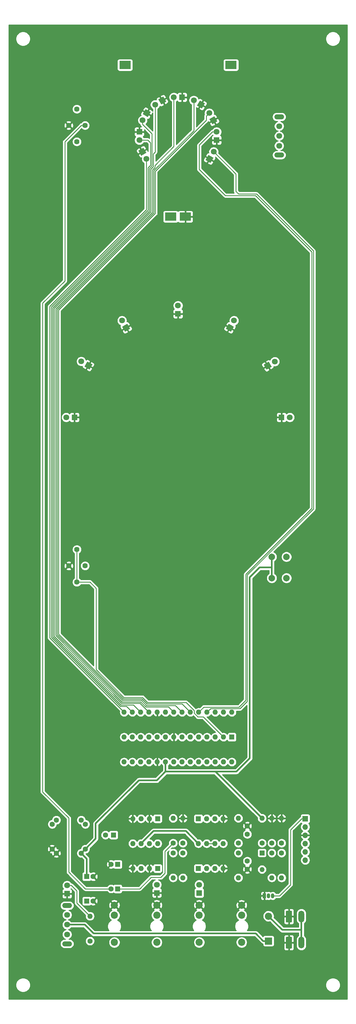
<source format=gbr>
G04 #@! TF.GenerationSoftware,KiCad,Pcbnew,(5.1.2-1)-1*
G04 #@! TF.CreationDate,2020-05-11T16:20:37-05:00*
G04 #@! TF.ProjectId,KnaveOfWorry,4b6e6176-654f-4665-976f-7272792e6b69,rev?*
G04 #@! TF.SameCoordinates,Original*
G04 #@! TF.FileFunction,Copper,L2,Bot*
G04 #@! TF.FilePolarity,Positive*
%FSLAX46Y46*%
G04 Gerber Fmt 4.6, Leading zero omitted, Abs format (unit mm)*
G04 Created by KiCad (PCBNEW (5.1.2-1)-1) date 2020-05-11 16:20:37*
%MOMM*%
%LPD*%
G04 APERTURE LIST*
%ADD10C,1.600000*%
%ADD11R,1.600000X1.600000*%
%ADD12O,1.600000X1.600000*%
%ADD13C,1.800000*%
%ADD14O,3.000000X1.500000*%
%ADD15O,1.500000X1.500000*%
%ADD16R,1.500000X1.500000*%
%ADD17O,1.700000X1.700000*%
%ADD18R,1.700000X1.700000*%
%ADD19O,2.200000X2.200000*%
%ADD20R,2.200000X2.200000*%
%ADD21C,2.200000*%
%ADD22C,2.000000*%
%ADD23R,1.050000X1.500000*%
%ADD24O,1.050000X1.500000*%
%ADD25C,1.620000*%
%ADD26R,1.800000X1.800000*%
%ADD27C,0.100000*%
%ADD28O,1.800000X3.600000*%
%ADD29R,3.500000X2.500000*%
%ADD30C,0.500000*%
%ADD31C,0.250000*%
%ADD32C,0.254000*%
G04 APERTURE END LIST*
D10*
X30250000Y-249000000D03*
D11*
X32750000Y-249000000D03*
D12*
X54000000Y-243880000D03*
D10*
X54000000Y-251500000D03*
X51000000Y-251500000D03*
D12*
X51000000Y-243880000D03*
D10*
X51000000Y-254500000D03*
D12*
X51000000Y-262120000D03*
D10*
X54000000Y-254500000D03*
D12*
X54000000Y-262120000D03*
X71000000Y-243880000D03*
D10*
X71000000Y-251500000D03*
D12*
X71000000Y-262120000D03*
D10*
X71000000Y-254500000D03*
D12*
X78250000Y-243880000D03*
D10*
X78250000Y-251500000D03*
X81250000Y-251500000D03*
D12*
X81250000Y-243880000D03*
D10*
X84250000Y-251500000D03*
D12*
X84250000Y-243880000D03*
D10*
X81250000Y-254500000D03*
D12*
X81250000Y-262120000D03*
X84250000Y-262120000D03*
D10*
X84250000Y-254500000D03*
D13*
X18500000Y-273500000D03*
X18500000Y-276500000D03*
X18500000Y-279500000D03*
D14*
X18500000Y-282350000D03*
X18500000Y-270650000D03*
D11*
X24500000Y-269250000D03*
D10*
X26500000Y-269250000D03*
D11*
X24500000Y-261750000D03*
D10*
X26500000Y-261750000D03*
X32000000Y-258000000D03*
D11*
X34000000Y-258000000D03*
D10*
X32000000Y-265500000D03*
D11*
X34000000Y-265500000D03*
D15*
X78250000Y-259580000D03*
D16*
X78250000Y-254500000D03*
D17*
X91500000Y-256700000D03*
X91500000Y-254160000D03*
X91500000Y-251620000D03*
X91500000Y-249080000D03*
X91500000Y-246540000D03*
D18*
X91500000Y-244000000D03*
D10*
X73750000Y-248750000D03*
X73750000Y-246250000D03*
X73750000Y-259500000D03*
X73750000Y-257000000D03*
D19*
X80250000Y-273880000D03*
D20*
X80250000Y-281500000D03*
D21*
X72000000Y-270520000D03*
X72000000Y-273620000D03*
X72000000Y-281920000D03*
X59000000Y-281920000D03*
X59000000Y-273620000D03*
X59000000Y-270520000D03*
X46000000Y-281920000D03*
X46000000Y-273620000D03*
X46000000Y-270520000D03*
X33000000Y-281920000D03*
X33000000Y-273620000D03*
X33000000Y-270520000D03*
D14*
X83500000Y-40600000D03*
X83500000Y-28900000D03*
D13*
X83500000Y-31750000D03*
X83500000Y-34750000D03*
X83500000Y-37750000D03*
D22*
X81250000Y-170250000D03*
X85750000Y-170250000D03*
X81250000Y-163750000D03*
X85750000Y-163750000D03*
D12*
X58750000Y-251620000D03*
X66370000Y-244000000D03*
X61290000Y-251620000D03*
X63830000Y-244000000D03*
X63830000Y-251620000D03*
X61290000Y-244000000D03*
X66370000Y-251620000D03*
D11*
X58750000Y-244000000D03*
D12*
X58750000Y-251630000D03*
X66370000Y-259250000D03*
X61290000Y-251630000D03*
X63830000Y-259250000D03*
X63830000Y-251630000D03*
X61290000Y-259250000D03*
X66370000Y-251630000D03*
D11*
X58750000Y-259250000D03*
D12*
X46250000Y-251620000D03*
X38630000Y-244000000D03*
X43710000Y-251620000D03*
X41170000Y-244000000D03*
X41170000Y-251620000D03*
X43710000Y-244000000D03*
X38630000Y-251620000D03*
D11*
X46250000Y-244000000D03*
D12*
X46250000Y-251630000D03*
X38630000Y-259250000D03*
X43710000Y-251630000D03*
X41170000Y-259250000D03*
X41170000Y-251630000D03*
X43710000Y-259250000D03*
X38630000Y-251630000D03*
D11*
X46250000Y-259250000D03*
D12*
X69000000Y-226620000D03*
X35980000Y-219000000D03*
X66460000Y-226620000D03*
X38520000Y-219000000D03*
X63920000Y-226620000D03*
X41060000Y-219000000D03*
X61380000Y-226620000D03*
X43600000Y-219000000D03*
X58840000Y-226620000D03*
X46140000Y-219000000D03*
X56300000Y-226620000D03*
X48680000Y-219000000D03*
X53760000Y-226620000D03*
X51220000Y-219000000D03*
X51220000Y-226620000D03*
X53760000Y-219000000D03*
X48680000Y-226620000D03*
X56300000Y-219000000D03*
X46140000Y-226620000D03*
X58840000Y-219000000D03*
X43600000Y-226620000D03*
X61380000Y-219000000D03*
X41060000Y-226620000D03*
X63920000Y-219000000D03*
X38520000Y-226620000D03*
X66460000Y-219000000D03*
X35980000Y-226620000D03*
D11*
X69000000Y-219000000D03*
D12*
X69000000Y-211380000D03*
X35980000Y-219000000D03*
X66460000Y-211380000D03*
X38520000Y-219000000D03*
X63920000Y-211380000D03*
X41060000Y-219000000D03*
X61380000Y-211380000D03*
X43600000Y-219000000D03*
X58840000Y-211380000D03*
X46140000Y-219000000D03*
X56300000Y-211380000D03*
X48680000Y-219000000D03*
X53760000Y-211380000D03*
X51220000Y-219000000D03*
X51220000Y-211380000D03*
X53760000Y-219000000D03*
X48680000Y-211380000D03*
X56300000Y-219000000D03*
X46140000Y-211380000D03*
X58840000Y-219000000D03*
X43600000Y-211380000D03*
X61380000Y-219000000D03*
X41060000Y-211380000D03*
X63920000Y-219000000D03*
X38520000Y-211380000D03*
X66460000Y-219000000D03*
X35980000Y-211380000D03*
D11*
X69000000Y-219000000D03*
D23*
X79000000Y-267650000D03*
D24*
X81540000Y-267650000D03*
X80270000Y-267650000D03*
D10*
X24080000Y-253310000D03*
X24080000Y-245690000D03*
X13920000Y-253310000D03*
X13920000Y-245690000D03*
X15190000Y-244420000D03*
X22810000Y-244420000D03*
X15190000Y-254580000D03*
X22810000Y-254580000D03*
D25*
X24000000Y-166500000D03*
X21500000Y-171500000D03*
X19000000Y-166500000D03*
X24000000Y-31500000D03*
X21500000Y-36500000D03*
X19000000Y-31500000D03*
D13*
X59000000Y-264230000D03*
D26*
X59000000Y-266770000D03*
X46000000Y-266770000D03*
D13*
X46000000Y-264230000D03*
D26*
X18500000Y-267000000D03*
D13*
X18500000Y-264460000D03*
D26*
X84230000Y-121000000D03*
D13*
X86770000Y-121000000D03*
X79988030Y-105168750D03*
D27*
G36*
X79658607Y-106398173D02*
G01*
X78758607Y-104839327D01*
X80317453Y-103939327D01*
X81217453Y-105498173D01*
X79658607Y-106398173D01*
X79658607Y-106398173D01*
G37*
D13*
X82187734Y-103898750D03*
X68398750Y-93530057D03*
D27*
G36*
X68728173Y-94759480D02*
G01*
X67169327Y-93859480D01*
X68069327Y-92300634D01*
X69628173Y-93200634D01*
X68728173Y-94759480D01*
X68728173Y-94759480D01*
G37*
D13*
X69668750Y-91330353D03*
D26*
X52500000Y-89270000D03*
D13*
X52500000Y-86730000D03*
X36601250Y-93530057D03*
D27*
G36*
X37830673Y-93859480D02*
G01*
X36271827Y-94759480D01*
X35371827Y-93200634D01*
X36930673Y-92300634D01*
X37830673Y-93859480D01*
X37830673Y-93859480D01*
G37*
D13*
X35331250Y-91330353D03*
X25030057Y-105101250D03*
D27*
G36*
X26259480Y-104771827D02*
G01*
X25359480Y-106330673D01*
X23800634Y-105430673D01*
X24700634Y-103871827D01*
X26259480Y-104771827D01*
X26259480Y-104771827D01*
G37*
D13*
X22830353Y-103831250D03*
D26*
X20770000Y-121000000D03*
D13*
X18230000Y-121000000D03*
X63431151Y-39584191D03*
X62161151Y-41783895D03*
D27*
G36*
X62490574Y-43013318D02*
G01*
X60931728Y-42113318D01*
X61831728Y-40554472D01*
X63390574Y-41454472D01*
X62490574Y-43013318D01*
X62490574Y-43013318D01*
G37*
D13*
X64350000Y-33480000D03*
D26*
X64350000Y-36020000D03*
D13*
X62070326Y-27740441D03*
X63340326Y-29940145D03*
D27*
G36*
X64569749Y-30269568D02*
G01*
X63010903Y-31169568D01*
X62110903Y-29610722D01*
X63669749Y-28710722D01*
X64569749Y-30269568D01*
X64569749Y-30269568D01*
G37*
D13*
X57334191Y-23818849D03*
X59533895Y-25088849D03*
D27*
G36*
X60763318Y-24759426D02*
G01*
X59863318Y-26318272D01*
X58304472Y-25418272D01*
X59204472Y-23859426D01*
X60763318Y-24759426D01*
X60763318Y-24759426D01*
G37*
D13*
X51230000Y-22900000D03*
D26*
X53770000Y-22900000D03*
D13*
X45484191Y-25156349D03*
X47683895Y-23886349D03*
D27*
G36*
X48013318Y-22656926D02*
G01*
X48913318Y-24215772D01*
X47354472Y-25115772D01*
X46454472Y-23556926D01*
X48013318Y-22656926D01*
X48013318Y-22656926D01*
G37*
D13*
X41636349Y-29933895D03*
X42906349Y-27734191D03*
D27*
G36*
X42576926Y-26504768D02*
G01*
X44135772Y-27404768D01*
X43235772Y-28963614D01*
X41676926Y-28063614D01*
X42576926Y-26504768D01*
X42576926Y-26504768D01*
G37*
D13*
X40650000Y-36020000D03*
D26*
X40650000Y-33480000D03*
D13*
X42838849Y-41783895D03*
X41568849Y-39584191D03*
D27*
G36*
X40339426Y-39254768D02*
G01*
X41898272Y-38354768D01*
X42798272Y-39913614D01*
X41239426Y-40813614D01*
X40339426Y-39254768D01*
X40339426Y-39254768D01*
G37*
D10*
X73750000Y-246250000D03*
X73750000Y-248750000D03*
D11*
X34000000Y-265500000D03*
D10*
X32000000Y-265500000D03*
X73750000Y-257000000D03*
X73750000Y-259500000D03*
X26500000Y-269250000D03*
D11*
X24500000Y-269250000D03*
X34000000Y-258000000D03*
D10*
X32000000Y-258000000D03*
D11*
X32750000Y-249000000D03*
D10*
X30250000Y-249000000D03*
X26500000Y-261750000D03*
D11*
X24500000Y-261750000D03*
D13*
X18500000Y-264460000D03*
D26*
X18500000Y-267000000D03*
D20*
X80250000Y-281500000D03*
D19*
X80250000Y-273880000D03*
D21*
X33000000Y-270520000D03*
X33000000Y-273620000D03*
X33000000Y-281920000D03*
D27*
G36*
X87174504Y-272201204D02*
G01*
X87198773Y-272204804D01*
X87222571Y-272210765D01*
X87245671Y-272219030D01*
X87267849Y-272229520D01*
X87288893Y-272242133D01*
X87308598Y-272256747D01*
X87326777Y-272273223D01*
X87343253Y-272291402D01*
X87357867Y-272311107D01*
X87370480Y-272332151D01*
X87380970Y-272354329D01*
X87389235Y-272377429D01*
X87395196Y-272401227D01*
X87398796Y-272425496D01*
X87400000Y-272450000D01*
X87400000Y-275550000D01*
X87398796Y-275574504D01*
X87395196Y-275598773D01*
X87389235Y-275622571D01*
X87380970Y-275645671D01*
X87370480Y-275667849D01*
X87357867Y-275688893D01*
X87343253Y-275708598D01*
X87326777Y-275726777D01*
X87308598Y-275743253D01*
X87288893Y-275757867D01*
X87267849Y-275770480D01*
X87245671Y-275780970D01*
X87222571Y-275789235D01*
X87198773Y-275795196D01*
X87174504Y-275798796D01*
X87150000Y-275800000D01*
X85850000Y-275800000D01*
X85825496Y-275798796D01*
X85801227Y-275795196D01*
X85777429Y-275789235D01*
X85754329Y-275780970D01*
X85732151Y-275770480D01*
X85711107Y-275757867D01*
X85691402Y-275743253D01*
X85673223Y-275726777D01*
X85656747Y-275708598D01*
X85642133Y-275688893D01*
X85629520Y-275667849D01*
X85619030Y-275645671D01*
X85610765Y-275622571D01*
X85604804Y-275598773D01*
X85601204Y-275574504D01*
X85600000Y-275550000D01*
X85600000Y-272450000D01*
X85601204Y-272425496D01*
X85604804Y-272401227D01*
X85610765Y-272377429D01*
X85619030Y-272354329D01*
X85629520Y-272332151D01*
X85642133Y-272311107D01*
X85656747Y-272291402D01*
X85673223Y-272273223D01*
X85691402Y-272256747D01*
X85711107Y-272242133D01*
X85732151Y-272229520D01*
X85754329Y-272219030D01*
X85777429Y-272210765D01*
X85801227Y-272204804D01*
X85825496Y-272201204D01*
X85850000Y-272200000D01*
X87150000Y-272200000D01*
X87174504Y-272201204D01*
X87174504Y-272201204D01*
G37*
D13*
X86500000Y-274000000D03*
D28*
X90310000Y-274000000D03*
X90310000Y-274000000D03*
D27*
G36*
X87174504Y-272201204D02*
G01*
X87198773Y-272204804D01*
X87222571Y-272210765D01*
X87245671Y-272219030D01*
X87267849Y-272229520D01*
X87288893Y-272242133D01*
X87308598Y-272256747D01*
X87326777Y-272273223D01*
X87343253Y-272291402D01*
X87357867Y-272311107D01*
X87370480Y-272332151D01*
X87380970Y-272354329D01*
X87389235Y-272377429D01*
X87395196Y-272401227D01*
X87398796Y-272425496D01*
X87400000Y-272450000D01*
X87400000Y-275550000D01*
X87398796Y-275574504D01*
X87395196Y-275598773D01*
X87389235Y-275622571D01*
X87380970Y-275645671D01*
X87370480Y-275667849D01*
X87357867Y-275688893D01*
X87343253Y-275708598D01*
X87326777Y-275726777D01*
X87308598Y-275743253D01*
X87288893Y-275757867D01*
X87267849Y-275770480D01*
X87245671Y-275780970D01*
X87222571Y-275789235D01*
X87198773Y-275795196D01*
X87174504Y-275798796D01*
X87150000Y-275800000D01*
X85850000Y-275800000D01*
X85825496Y-275798796D01*
X85801227Y-275795196D01*
X85777429Y-275789235D01*
X85754329Y-275780970D01*
X85732151Y-275770480D01*
X85711107Y-275757867D01*
X85691402Y-275743253D01*
X85673223Y-275726777D01*
X85656747Y-275708598D01*
X85642133Y-275688893D01*
X85629520Y-275667849D01*
X85619030Y-275645671D01*
X85610765Y-275622571D01*
X85604804Y-275598773D01*
X85601204Y-275574504D01*
X85600000Y-275550000D01*
X85600000Y-272450000D01*
X85601204Y-272425496D01*
X85604804Y-272401227D01*
X85610765Y-272377429D01*
X85619030Y-272354329D01*
X85629520Y-272332151D01*
X85642133Y-272311107D01*
X85656747Y-272291402D01*
X85673223Y-272273223D01*
X85691402Y-272256747D01*
X85711107Y-272242133D01*
X85732151Y-272229520D01*
X85754329Y-272219030D01*
X85777429Y-272210765D01*
X85801227Y-272204804D01*
X85825496Y-272201204D01*
X85850000Y-272200000D01*
X87150000Y-272200000D01*
X87174504Y-272201204D01*
X87174504Y-272201204D01*
G37*
D13*
X86500000Y-274000000D03*
D27*
G36*
X87174504Y-280201204D02*
G01*
X87198773Y-280204804D01*
X87222571Y-280210765D01*
X87245671Y-280219030D01*
X87267849Y-280229520D01*
X87288893Y-280242133D01*
X87308598Y-280256747D01*
X87326777Y-280273223D01*
X87343253Y-280291402D01*
X87357867Y-280311107D01*
X87370480Y-280332151D01*
X87380970Y-280354329D01*
X87389235Y-280377429D01*
X87395196Y-280401227D01*
X87398796Y-280425496D01*
X87400000Y-280450000D01*
X87400000Y-283550000D01*
X87398796Y-283574504D01*
X87395196Y-283598773D01*
X87389235Y-283622571D01*
X87380970Y-283645671D01*
X87370480Y-283667849D01*
X87357867Y-283688893D01*
X87343253Y-283708598D01*
X87326777Y-283726777D01*
X87308598Y-283743253D01*
X87288893Y-283757867D01*
X87267849Y-283770480D01*
X87245671Y-283780970D01*
X87222571Y-283789235D01*
X87198773Y-283795196D01*
X87174504Y-283798796D01*
X87150000Y-283800000D01*
X85850000Y-283800000D01*
X85825496Y-283798796D01*
X85801227Y-283795196D01*
X85777429Y-283789235D01*
X85754329Y-283780970D01*
X85732151Y-283770480D01*
X85711107Y-283757867D01*
X85691402Y-283743253D01*
X85673223Y-283726777D01*
X85656747Y-283708598D01*
X85642133Y-283688893D01*
X85629520Y-283667849D01*
X85619030Y-283645671D01*
X85610765Y-283622571D01*
X85604804Y-283598773D01*
X85601204Y-283574504D01*
X85600000Y-283550000D01*
X85600000Y-280450000D01*
X85601204Y-280425496D01*
X85604804Y-280401227D01*
X85610765Y-280377429D01*
X85619030Y-280354329D01*
X85629520Y-280332151D01*
X85642133Y-280311107D01*
X85656747Y-280291402D01*
X85673223Y-280273223D01*
X85691402Y-280256747D01*
X85711107Y-280242133D01*
X85732151Y-280229520D01*
X85754329Y-280219030D01*
X85777429Y-280210765D01*
X85801227Y-280204804D01*
X85825496Y-280201204D01*
X85850000Y-280200000D01*
X87150000Y-280200000D01*
X87174504Y-280201204D01*
X87174504Y-280201204D01*
G37*
D13*
X86500000Y-282000000D03*
D28*
X90310000Y-282000000D03*
X90310000Y-282000000D03*
D27*
G36*
X87174504Y-280201204D02*
G01*
X87198773Y-280204804D01*
X87222571Y-280210765D01*
X87245671Y-280219030D01*
X87267849Y-280229520D01*
X87288893Y-280242133D01*
X87308598Y-280256747D01*
X87326777Y-280273223D01*
X87343253Y-280291402D01*
X87357867Y-280311107D01*
X87370480Y-280332151D01*
X87380970Y-280354329D01*
X87389235Y-280377429D01*
X87395196Y-280401227D01*
X87398796Y-280425496D01*
X87400000Y-280450000D01*
X87400000Y-283550000D01*
X87398796Y-283574504D01*
X87395196Y-283598773D01*
X87389235Y-283622571D01*
X87380970Y-283645671D01*
X87370480Y-283667849D01*
X87357867Y-283688893D01*
X87343253Y-283708598D01*
X87326777Y-283726777D01*
X87308598Y-283743253D01*
X87288893Y-283757867D01*
X87267849Y-283770480D01*
X87245671Y-283780970D01*
X87222571Y-283789235D01*
X87198773Y-283795196D01*
X87174504Y-283798796D01*
X87150000Y-283800000D01*
X85850000Y-283800000D01*
X85825496Y-283798796D01*
X85801227Y-283795196D01*
X85777429Y-283789235D01*
X85754329Y-283780970D01*
X85732151Y-283770480D01*
X85711107Y-283757867D01*
X85691402Y-283743253D01*
X85673223Y-283726777D01*
X85656747Y-283708598D01*
X85642133Y-283688893D01*
X85629520Y-283667849D01*
X85619030Y-283645671D01*
X85610765Y-283622571D01*
X85604804Y-283598773D01*
X85601204Y-283574504D01*
X85600000Y-283550000D01*
X85600000Y-280450000D01*
X85601204Y-280425496D01*
X85604804Y-280401227D01*
X85610765Y-280377429D01*
X85619030Y-280354329D01*
X85629520Y-280332151D01*
X85642133Y-280311107D01*
X85656747Y-280291402D01*
X85673223Y-280273223D01*
X85691402Y-280256747D01*
X85711107Y-280242133D01*
X85732151Y-280229520D01*
X85754329Y-280219030D01*
X85777429Y-280210765D01*
X85801227Y-280204804D01*
X85825496Y-280201204D01*
X85850000Y-280200000D01*
X87150000Y-280200000D01*
X87174504Y-280201204D01*
X87174504Y-280201204D01*
G37*
D13*
X86500000Y-282000000D03*
D21*
X46000000Y-270520000D03*
X46000000Y-273620000D03*
X46000000Y-281920000D03*
X59000000Y-270520000D03*
X59000000Y-273620000D03*
X59000000Y-281920000D03*
X72000000Y-281920000D03*
X72000000Y-273620000D03*
X72000000Y-270520000D03*
D29*
X68750000Y-13000000D03*
X36250000Y-13000000D03*
X50250000Y-59500000D03*
X54750000Y-59500000D03*
D24*
X80270000Y-267650000D03*
X81540000Y-267650000D03*
D23*
X79000000Y-267650000D03*
D10*
X71000000Y-254500000D03*
D12*
X71000000Y-262120000D03*
X51000000Y-243880000D03*
D10*
X51000000Y-251500000D03*
X25500000Y-281500000D03*
D12*
X25500000Y-273880000D03*
D10*
X78250000Y-251500000D03*
D12*
X78250000Y-243880000D03*
X54000000Y-262120000D03*
D10*
X54000000Y-254500000D03*
X54000000Y-251500000D03*
D12*
X54000000Y-243880000D03*
X81250000Y-262120000D03*
D10*
X81250000Y-254500000D03*
D12*
X51000000Y-262120000D03*
D10*
X51000000Y-254500000D03*
D12*
X81250000Y-243880000D03*
D10*
X81250000Y-251500000D03*
X84250000Y-254500000D03*
D12*
X84250000Y-262120000D03*
X84250000Y-243880000D03*
D10*
X84250000Y-251500000D03*
D25*
X19000000Y-166500000D03*
X21500000Y-161500000D03*
X24000000Y-166500000D03*
X19000000Y-31500000D03*
X21500000Y-26500000D03*
X24000000Y-31500000D03*
D14*
X18500000Y-270650000D03*
X18500000Y-282350000D03*
D13*
X18500000Y-279500000D03*
X18500000Y-276500000D03*
X18500000Y-273500000D03*
D22*
X85750000Y-170250000D03*
X81250000Y-170250000D03*
X85750000Y-163750000D03*
X81250000Y-163750000D03*
D13*
X83500000Y-37750000D03*
X83500000Y-34750000D03*
X83500000Y-31750000D03*
D14*
X83500000Y-28900000D03*
X83500000Y-40600000D03*
D16*
X78250000Y-254500000D03*
D15*
X78250000Y-259580000D03*
D10*
X71000000Y-251500000D03*
D12*
X71000000Y-243880000D03*
D18*
X91500000Y-244000000D03*
D17*
X91500000Y-246540000D03*
X91500000Y-249080000D03*
X91500000Y-251620000D03*
X91500000Y-254160000D03*
X91500000Y-256700000D03*
D29*
X36250000Y-13000000D03*
X68750000Y-13000000D03*
X54750000Y-59500000D03*
X50250000Y-59500000D03*
D30*
X48680000Y-229570000D02*
X48680000Y-226620000D01*
X63940000Y-229570000D02*
X78250000Y-243880000D01*
X48680000Y-229570000D02*
X63940000Y-229570000D01*
X81250000Y-163750000D02*
X81250000Y-167000000D01*
X81250000Y-167000000D02*
X81250000Y-170250000D01*
X70430000Y-229570000D02*
X63940000Y-229570000D01*
X74500000Y-225500000D02*
X70430000Y-229570000D01*
X77500000Y-167000000D02*
X74500000Y-170000000D01*
X74500000Y-170000000D02*
X74500000Y-225500000D01*
X81250000Y-167000000D02*
X77500000Y-167000000D01*
X24500000Y-256270000D02*
X22810000Y-254580000D01*
X24500000Y-261750000D02*
X24500000Y-256270000D01*
X22810000Y-254580000D02*
X24080000Y-253310000D01*
X27250000Y-245500000D02*
X27250000Y-250140000D01*
X27250000Y-250140000D02*
X24080000Y-253310000D01*
X46000000Y-232250000D02*
X40500000Y-232250000D01*
X40500000Y-232250000D02*
X27250000Y-245500000D01*
X48680000Y-229570000D02*
X46000000Y-232250000D01*
D31*
X34000000Y-265500000D02*
X40750000Y-265500000D01*
X40750000Y-265500000D02*
X44250000Y-262000000D01*
X44250000Y-262000000D02*
X47250000Y-262000000D01*
X47250000Y-262000000D02*
X48500000Y-260750000D01*
X48500000Y-254000000D02*
X51000000Y-251500000D01*
X48500000Y-260750000D02*
X48500000Y-254000000D01*
X32000000Y-265500000D02*
X24100000Y-265500000D01*
X17800000Y-36554488D02*
X22854488Y-31500000D01*
X22854488Y-31500000D02*
X24000000Y-31500000D01*
X17800000Y-79200000D02*
X17800000Y-36554488D01*
X24100000Y-265500000D02*
X19000000Y-260400000D01*
X11000000Y-86000000D02*
X17800000Y-79200000D01*
X11000000Y-235800000D02*
X11000000Y-86000000D01*
X19000000Y-243800000D02*
X11000000Y-235800000D01*
X19000000Y-260400000D02*
X19000000Y-243800000D01*
D30*
X58750000Y-251620000D02*
X54930000Y-247800000D01*
X41969999Y-250820001D02*
X41170000Y-251620000D01*
X44990000Y-247800000D02*
X41969999Y-250820001D01*
X54930000Y-247800000D02*
X44990000Y-247800000D01*
D31*
X42838849Y-41783895D02*
X42838849Y-55561151D01*
X42838849Y-41783895D02*
X42838849Y-57361151D01*
X42838849Y-57361151D02*
X13200000Y-87000000D01*
X13200000Y-188600000D02*
X35980000Y-211380000D01*
X13200000Y-87000000D02*
X13200000Y-188600000D01*
X38520000Y-211380000D02*
X36721795Y-209581795D01*
X36721795Y-209581795D02*
X34818205Y-209581795D01*
X34818205Y-209581795D02*
X13650010Y-188413600D01*
X13650010Y-188413600D02*
X13650010Y-87186400D01*
X43220000Y-36020000D02*
X40650000Y-36020000D01*
X44063850Y-36863850D02*
X43220000Y-36020000D01*
X43288859Y-44511141D02*
X43288859Y-57547551D01*
X44063850Y-43736150D02*
X43288859Y-44511141D01*
X44063850Y-36863850D02*
X44063850Y-43736150D01*
X43288859Y-57547551D02*
X43218205Y-57618205D01*
X13650010Y-87186400D02*
X43218205Y-57618205D01*
X14100020Y-188227200D02*
X35004605Y-209131785D01*
X41636349Y-31206687D02*
X44513859Y-34084197D01*
X14100020Y-87372800D02*
X14100020Y-188227200D01*
X38811785Y-209131785D02*
X41060000Y-211380000D01*
X35004605Y-209131785D02*
X38811785Y-209131785D01*
X41636349Y-29933895D02*
X41636349Y-31206687D01*
X44513859Y-43922551D02*
X43738869Y-44697541D01*
X44513859Y-34084197D02*
X44513859Y-43922551D01*
X43738869Y-57733951D02*
X43636410Y-57836410D01*
X43738869Y-44697541D02*
X43738869Y-57733951D01*
X43636410Y-57836410D02*
X14100020Y-87372800D01*
X45484191Y-39679678D02*
X45484191Y-25156349D01*
X44963869Y-40200000D02*
X45484191Y-39679678D01*
X35191005Y-208681775D02*
X14550030Y-188040800D01*
X14550030Y-188040800D02*
X14550030Y-87559200D01*
X40901775Y-208681775D02*
X35191005Y-208681775D01*
X43600000Y-211380000D02*
X40901775Y-208681775D01*
X44963868Y-44108952D02*
X44188879Y-44883941D01*
X44963869Y-40200000D02*
X44963868Y-44108952D01*
X44188879Y-44883941D02*
X44188879Y-57920351D01*
X44188879Y-57920351D02*
X44054615Y-58054615D01*
X14550030Y-87559200D02*
X44054615Y-58054615D01*
X49590000Y-209750000D02*
X49670000Y-209830000D01*
X42606410Y-209750000D02*
X49590000Y-209750000D01*
X41056410Y-208200000D02*
X42606410Y-209750000D01*
X15000040Y-187854400D02*
X35345640Y-208200000D01*
X44638889Y-45161111D02*
X44638889Y-58106751D01*
X15000040Y-87745600D02*
X15000040Y-187854400D01*
X35345640Y-208200000D02*
X41056410Y-208200000D01*
X51230000Y-37983879D02*
X45413879Y-43800000D01*
X44638889Y-58106751D02*
X15000040Y-87745600D01*
X45413879Y-44386121D02*
X44638889Y-45161111D01*
X45413879Y-43800000D02*
X45413879Y-44386121D01*
X51220000Y-211380000D02*
X49670000Y-209830000D01*
X51230000Y-22900000D02*
X51230000Y-37983879D01*
X15450050Y-87932000D02*
X15450050Y-187668000D01*
X15450050Y-187668000D02*
X35532040Y-207749990D01*
X45088898Y-58293152D02*
X15450050Y-87932000D01*
X45088899Y-45347511D02*
X45088898Y-58293152D01*
X57334191Y-33102219D02*
X45088899Y-45347511D01*
X57334191Y-23818849D02*
X57334191Y-33102219D01*
X41242811Y-207749991D02*
X42792810Y-209299990D01*
X35532040Y-207749990D02*
X41242811Y-207749991D01*
X51679990Y-209299990D02*
X53760000Y-211380000D01*
X42792810Y-209299990D02*
X51679990Y-209299990D01*
X61170327Y-28640440D02*
X62070326Y-27740441D01*
X61170327Y-29902493D02*
X61170327Y-28640440D01*
X45538907Y-45533913D02*
X61170327Y-29902493D01*
X15900060Y-88118400D02*
X45538907Y-58479551D01*
X15900060Y-187481600D02*
X15900060Y-88118400D01*
X45538907Y-58479551D02*
X45538907Y-45533913D01*
X35718440Y-207299980D02*
X15900060Y-187481600D01*
X35718440Y-207299980D02*
X41429212Y-207299982D01*
X53769980Y-208849980D02*
X55500001Y-210580001D01*
X55500001Y-210580001D02*
X56300000Y-211380000D01*
X42979210Y-208849980D02*
X53769980Y-208849980D01*
X41429212Y-207299982D02*
X42979210Y-208849980D01*
X59000000Y-45000000D02*
X67000000Y-53000000D01*
X59000000Y-37557208D02*
X59000000Y-45000000D01*
X63077208Y-33480000D02*
X59000000Y-37557208D01*
X76210550Y-53000000D02*
X93500000Y-70289450D01*
X67000000Y-53000000D02*
X76210550Y-53000000D01*
X64350000Y-33480000D02*
X63077208Y-33480000D01*
X93500000Y-148250000D02*
X93500000Y-148902588D01*
X93500000Y-70289450D02*
X93500000Y-148250000D01*
X73299990Y-169102598D02*
X73301294Y-169101294D01*
X73299990Y-207700010D02*
X73299990Y-169102598D01*
X71195011Y-209804989D02*
X73299990Y-207700010D01*
X60415011Y-209804989D02*
X71195011Y-209804989D01*
X58840000Y-211380000D02*
X60415011Y-209804989D01*
X93500000Y-148902588D02*
X73301294Y-169101294D01*
X63431151Y-39584191D02*
X70250000Y-46403040D01*
X94000000Y-70153040D02*
X94000000Y-70500000D01*
X70250000Y-51750000D02*
X70250000Y-49750000D01*
X71049990Y-52549990D02*
X70250000Y-51750000D01*
X76549990Y-52549990D02*
X71049990Y-52549990D01*
X94000000Y-70000000D02*
X76549990Y-52549990D01*
X94000000Y-70500000D02*
X94000000Y-70000000D01*
X70250000Y-49750000D02*
X70250000Y-50000000D01*
X70250000Y-46403040D02*
X70250000Y-49750000D01*
X62505001Y-210254999D02*
X62179999Y-210580001D01*
X62179999Y-210580001D02*
X61380000Y-211380000D01*
X73750000Y-208050000D02*
X71545001Y-210254999D01*
X73750000Y-169288998D02*
X73750000Y-208050000D01*
X71545001Y-210254999D02*
X62505001Y-210254999D01*
X94000000Y-149038998D02*
X73750000Y-169288998D01*
X94000000Y-70500000D02*
X94000000Y-149038998D01*
X19772792Y-264460000D02*
X21475000Y-266162208D01*
X18500000Y-264460000D02*
X19772792Y-264460000D01*
X21475000Y-269855000D02*
X25500000Y-273880000D01*
X21475000Y-266162208D02*
X21475000Y-269855000D01*
D30*
X26600000Y-279200000D02*
X23900000Y-276500000D01*
X76350000Y-279200000D02*
X26600000Y-279200000D01*
X78650000Y-281500000D02*
X76350000Y-279200000D01*
X80250000Y-281500000D02*
X78650000Y-281500000D01*
X23900000Y-276500000D02*
X18500000Y-276500000D01*
X84480000Y-278110000D02*
X90310000Y-278110000D01*
X80250000Y-273880000D02*
X84480000Y-278110000D01*
X90310000Y-278110000D02*
X90310000Y-282000000D01*
X90310000Y-274000000D02*
X90310000Y-278110000D01*
D31*
X83600000Y-267650000D02*
X81540000Y-267650000D01*
X87000000Y-264250000D02*
X83600000Y-267650000D01*
X87000000Y-247400000D02*
X87000000Y-264250000D01*
X90400000Y-244000000D02*
X87000000Y-247400000D01*
X91500000Y-244000000D02*
X90400000Y-244000000D01*
X63820000Y-251620000D02*
X63830000Y-251630000D01*
X61290000Y-251620000D02*
X63820000Y-251620000D01*
X21500000Y-161500000D02*
X21500000Y-171500000D01*
X65660001Y-218200001D02*
X66460000Y-219000000D01*
X60254999Y-212794999D02*
X65660001Y-218200001D01*
X35904841Y-206849971D02*
X41615613Y-206849973D01*
X57425001Y-211630003D02*
X58589997Y-212794999D01*
X57425001Y-210839999D02*
X57425001Y-211630003D01*
X54984972Y-208399970D02*
X57425001Y-210839999D01*
X58589997Y-212794999D02*
X60254999Y-212794999D01*
X41615613Y-206849973D02*
X43165610Y-208399970D01*
X43165610Y-208399970D02*
X54984972Y-208399970D01*
X27400000Y-198345130D02*
X35904841Y-206849971D01*
X21500000Y-171500000D02*
X25500000Y-171500000D01*
X27400000Y-173400000D02*
X27400000Y-177600000D01*
X25500000Y-171500000D02*
X27400000Y-173400000D01*
X27400000Y-177600000D02*
X27400000Y-198345130D01*
X27400000Y-177400000D02*
X27400000Y-177600000D01*
D32*
G36*
X104340000Y-299340000D02*
G01*
X660000Y-299340000D01*
X660000Y-294779872D01*
X2765000Y-294779872D01*
X2765000Y-295220128D01*
X2850890Y-295651925D01*
X3019369Y-296058669D01*
X3263962Y-296424729D01*
X3575271Y-296736038D01*
X3941331Y-296980631D01*
X4348075Y-297149110D01*
X4779872Y-297235000D01*
X5220128Y-297235000D01*
X5651925Y-297149110D01*
X6058669Y-296980631D01*
X6424729Y-296736038D01*
X6736038Y-296424729D01*
X6980631Y-296058669D01*
X7149110Y-295651925D01*
X7235000Y-295220128D01*
X7235000Y-294779872D01*
X97765000Y-294779872D01*
X97765000Y-295220128D01*
X97850890Y-295651925D01*
X98019369Y-296058669D01*
X98263962Y-296424729D01*
X98575271Y-296736038D01*
X98941331Y-296980631D01*
X99348075Y-297149110D01*
X99779872Y-297235000D01*
X100220128Y-297235000D01*
X100651925Y-297149110D01*
X101058669Y-296980631D01*
X101424729Y-296736038D01*
X101736038Y-296424729D01*
X101980631Y-296058669D01*
X102149110Y-295651925D01*
X102235000Y-295220128D01*
X102235000Y-294779872D01*
X102149110Y-294348075D01*
X101980631Y-293941331D01*
X101736038Y-293575271D01*
X101424729Y-293263962D01*
X101058669Y-293019369D01*
X100651925Y-292850890D01*
X100220128Y-292765000D01*
X99779872Y-292765000D01*
X99348075Y-292850890D01*
X98941331Y-293019369D01*
X98575271Y-293263962D01*
X98263962Y-293575271D01*
X98019369Y-293941331D01*
X97850890Y-294348075D01*
X97765000Y-294779872D01*
X7235000Y-294779872D01*
X7149110Y-294348075D01*
X6980631Y-293941331D01*
X6736038Y-293575271D01*
X6424729Y-293263962D01*
X6058669Y-293019369D01*
X5651925Y-292850890D01*
X5220128Y-292765000D01*
X4779872Y-292765000D01*
X4348075Y-292850890D01*
X3941331Y-293019369D01*
X3575271Y-293263962D01*
X3263962Y-293575271D01*
X3019369Y-293941331D01*
X2850890Y-294348075D01*
X2765000Y-294779872D01*
X660000Y-294779872D01*
X660000Y-283800000D01*
X84961928Y-283800000D01*
X84974188Y-283924482D01*
X85010498Y-284044180D01*
X85069463Y-284154494D01*
X85148815Y-284251185D01*
X85245506Y-284330537D01*
X85355820Y-284389502D01*
X85475518Y-284425812D01*
X85600000Y-284438072D01*
X86214250Y-284435000D01*
X86373000Y-284276250D01*
X86373000Y-282127000D01*
X86627000Y-282127000D01*
X86627000Y-284276250D01*
X86785750Y-284435000D01*
X87400000Y-284438072D01*
X87524482Y-284425812D01*
X87644180Y-284389502D01*
X87754494Y-284330537D01*
X87851185Y-284251185D01*
X87930537Y-284154494D01*
X87989502Y-284044180D01*
X88025812Y-283924482D01*
X88038072Y-283800000D01*
X88035000Y-282285750D01*
X87876250Y-282127000D01*
X86627000Y-282127000D01*
X86373000Y-282127000D01*
X85123750Y-282127000D01*
X84965000Y-282285750D01*
X84961928Y-283800000D01*
X660000Y-283800000D01*
X660000Y-270650000D01*
X16358299Y-270650000D01*
X16385040Y-270921507D01*
X16464236Y-271182581D01*
X16592843Y-271423188D01*
X16765919Y-271634081D01*
X16976812Y-271807157D01*
X17217419Y-271935764D01*
X17478493Y-272014960D01*
X17681963Y-272035000D01*
X18025674Y-272035000D01*
X17772905Y-272139701D01*
X17521495Y-272307688D01*
X17307688Y-272521495D01*
X17139701Y-272772905D01*
X17023989Y-273052257D01*
X16965000Y-273348816D01*
X16965000Y-273651184D01*
X17023989Y-273947743D01*
X17139701Y-274227095D01*
X17307688Y-274478505D01*
X17521495Y-274692312D01*
X17772905Y-274860299D01*
X18052257Y-274976011D01*
X18172858Y-275000000D01*
X18052257Y-275023989D01*
X17772905Y-275139701D01*
X17521495Y-275307688D01*
X17307688Y-275521495D01*
X17139701Y-275772905D01*
X17023989Y-276052257D01*
X16965000Y-276348816D01*
X16965000Y-276651184D01*
X17023989Y-276947743D01*
X17139701Y-277227095D01*
X17307688Y-277478505D01*
X17521495Y-277692312D01*
X17772905Y-277860299D01*
X18052257Y-277976011D01*
X18172858Y-278000000D01*
X18052257Y-278023989D01*
X17772905Y-278139701D01*
X17521495Y-278307688D01*
X17307688Y-278521495D01*
X17139701Y-278772905D01*
X17023989Y-279052257D01*
X16965000Y-279348816D01*
X16965000Y-279651184D01*
X17023989Y-279947743D01*
X17139701Y-280227095D01*
X17307688Y-280478505D01*
X17521495Y-280692312D01*
X17772905Y-280860299D01*
X18025674Y-280965000D01*
X17681963Y-280965000D01*
X17478493Y-280985040D01*
X17217419Y-281064236D01*
X16976812Y-281192843D01*
X16765919Y-281365919D01*
X16592843Y-281576812D01*
X16464236Y-281817419D01*
X16385040Y-282078493D01*
X16358299Y-282350000D01*
X16385040Y-282621507D01*
X16464236Y-282882581D01*
X16592843Y-283123188D01*
X16765919Y-283334081D01*
X16976812Y-283507157D01*
X17217419Y-283635764D01*
X17478493Y-283714960D01*
X17681963Y-283735000D01*
X19318037Y-283735000D01*
X19521507Y-283714960D01*
X19782581Y-283635764D01*
X20023188Y-283507157D01*
X20234081Y-283334081D01*
X20407157Y-283123188D01*
X20535764Y-282882581D01*
X20614960Y-282621507D01*
X20641701Y-282350000D01*
X20614960Y-282078493D01*
X20535764Y-281817419D01*
X20407157Y-281576812D01*
X20234081Y-281365919D01*
X20225243Y-281358665D01*
X24065000Y-281358665D01*
X24065000Y-281641335D01*
X24120147Y-281918574D01*
X24228320Y-282179727D01*
X24385363Y-282414759D01*
X24585241Y-282614637D01*
X24820273Y-282771680D01*
X25081426Y-282879853D01*
X25358665Y-282935000D01*
X25641335Y-282935000D01*
X25918574Y-282879853D01*
X26179727Y-282771680D01*
X26414759Y-282614637D01*
X26614637Y-282414759D01*
X26771680Y-282179727D01*
X26879853Y-281918574D01*
X26913560Y-281749117D01*
X31265000Y-281749117D01*
X31265000Y-282090883D01*
X31331675Y-282426081D01*
X31462463Y-282741831D01*
X31652337Y-283025998D01*
X31894002Y-283267663D01*
X32178169Y-283457537D01*
X32493919Y-283588325D01*
X32829117Y-283655000D01*
X33170883Y-283655000D01*
X33506081Y-283588325D01*
X33821831Y-283457537D01*
X34105998Y-283267663D01*
X34347663Y-283025998D01*
X34537537Y-282741831D01*
X34668325Y-282426081D01*
X34735000Y-282090883D01*
X34735000Y-281749117D01*
X44265000Y-281749117D01*
X44265000Y-282090883D01*
X44331675Y-282426081D01*
X44462463Y-282741831D01*
X44652337Y-283025998D01*
X44894002Y-283267663D01*
X45178169Y-283457537D01*
X45493919Y-283588325D01*
X45829117Y-283655000D01*
X46170883Y-283655000D01*
X46506081Y-283588325D01*
X46821831Y-283457537D01*
X47105998Y-283267663D01*
X47347663Y-283025998D01*
X47537537Y-282741831D01*
X47668325Y-282426081D01*
X47735000Y-282090883D01*
X47735000Y-281749117D01*
X57265000Y-281749117D01*
X57265000Y-282090883D01*
X57331675Y-282426081D01*
X57462463Y-282741831D01*
X57652337Y-283025998D01*
X57894002Y-283267663D01*
X58178169Y-283457537D01*
X58493919Y-283588325D01*
X58829117Y-283655000D01*
X59170883Y-283655000D01*
X59506081Y-283588325D01*
X59821831Y-283457537D01*
X60105998Y-283267663D01*
X60347663Y-283025998D01*
X60537537Y-282741831D01*
X60668325Y-282426081D01*
X60735000Y-282090883D01*
X60735000Y-281749117D01*
X70265000Y-281749117D01*
X70265000Y-282090883D01*
X70331675Y-282426081D01*
X70462463Y-282741831D01*
X70652337Y-283025998D01*
X70894002Y-283267663D01*
X71178169Y-283457537D01*
X71493919Y-283588325D01*
X71829117Y-283655000D01*
X72170883Y-283655000D01*
X72506081Y-283588325D01*
X72821831Y-283457537D01*
X73105998Y-283267663D01*
X73347663Y-283025998D01*
X73537537Y-282741831D01*
X73668325Y-282426081D01*
X73735000Y-282090883D01*
X73735000Y-281749117D01*
X73668325Y-281413919D01*
X73537537Y-281098169D01*
X73347663Y-280814002D01*
X73105998Y-280572337D01*
X72821831Y-280382463D01*
X72506081Y-280251675D01*
X72170883Y-280185000D01*
X71829117Y-280185000D01*
X71493919Y-280251675D01*
X71178169Y-280382463D01*
X70894002Y-280572337D01*
X70652337Y-280814002D01*
X70462463Y-281098169D01*
X70331675Y-281413919D01*
X70265000Y-281749117D01*
X60735000Y-281749117D01*
X60668325Y-281413919D01*
X60537537Y-281098169D01*
X60347663Y-280814002D01*
X60105998Y-280572337D01*
X59821831Y-280382463D01*
X59506081Y-280251675D01*
X59170883Y-280185000D01*
X58829117Y-280185000D01*
X58493919Y-280251675D01*
X58178169Y-280382463D01*
X57894002Y-280572337D01*
X57652337Y-280814002D01*
X57462463Y-281098169D01*
X57331675Y-281413919D01*
X57265000Y-281749117D01*
X47735000Y-281749117D01*
X47668325Y-281413919D01*
X47537537Y-281098169D01*
X47347663Y-280814002D01*
X47105998Y-280572337D01*
X46821831Y-280382463D01*
X46506081Y-280251675D01*
X46170883Y-280185000D01*
X45829117Y-280185000D01*
X45493919Y-280251675D01*
X45178169Y-280382463D01*
X44894002Y-280572337D01*
X44652337Y-280814002D01*
X44462463Y-281098169D01*
X44331675Y-281413919D01*
X44265000Y-281749117D01*
X34735000Y-281749117D01*
X34668325Y-281413919D01*
X34537537Y-281098169D01*
X34347663Y-280814002D01*
X34105998Y-280572337D01*
X33821831Y-280382463D01*
X33506081Y-280251675D01*
X33170883Y-280185000D01*
X32829117Y-280185000D01*
X32493919Y-280251675D01*
X32178169Y-280382463D01*
X31894002Y-280572337D01*
X31652337Y-280814002D01*
X31462463Y-281098169D01*
X31331675Y-281413919D01*
X31265000Y-281749117D01*
X26913560Y-281749117D01*
X26935000Y-281641335D01*
X26935000Y-281358665D01*
X26879853Y-281081426D01*
X26771680Y-280820273D01*
X26614637Y-280585241D01*
X26414759Y-280385363D01*
X26179727Y-280228320D01*
X25918574Y-280120147D01*
X25641335Y-280065000D01*
X25358665Y-280065000D01*
X25081426Y-280120147D01*
X24820273Y-280228320D01*
X24585241Y-280385363D01*
X24385363Y-280585241D01*
X24228320Y-280820273D01*
X24120147Y-281081426D01*
X24065000Y-281358665D01*
X20225243Y-281358665D01*
X20023188Y-281192843D01*
X19782581Y-281064236D01*
X19521507Y-280985040D01*
X19318037Y-280965000D01*
X18974326Y-280965000D01*
X19227095Y-280860299D01*
X19478505Y-280692312D01*
X19692312Y-280478505D01*
X19860299Y-280227095D01*
X19976011Y-279947743D01*
X20035000Y-279651184D01*
X20035000Y-279348816D01*
X19976011Y-279052257D01*
X19860299Y-278772905D01*
X19692312Y-278521495D01*
X19478505Y-278307688D01*
X19227095Y-278139701D01*
X18947743Y-278023989D01*
X18827142Y-278000000D01*
X18947743Y-277976011D01*
X19227095Y-277860299D01*
X19478505Y-277692312D01*
X19692312Y-277478505D01*
X19754790Y-277385000D01*
X23533422Y-277385000D01*
X25943470Y-279795049D01*
X25971183Y-279828817D01*
X26004951Y-279856530D01*
X26004953Y-279856532D01*
X26105941Y-279939411D01*
X26259686Y-280021589D01*
X26426510Y-280072195D01*
X26556523Y-280085000D01*
X26556531Y-280085000D01*
X26600000Y-280089281D01*
X26643469Y-280085000D01*
X75983422Y-280085000D01*
X77993470Y-282095049D01*
X78021183Y-282128817D01*
X78054951Y-282156530D01*
X78054953Y-282156532D01*
X78083216Y-282179727D01*
X78155941Y-282239411D01*
X78309687Y-282321589D01*
X78476510Y-282372195D01*
X78511928Y-282375683D01*
X78511928Y-282600000D01*
X78524188Y-282724482D01*
X78560498Y-282844180D01*
X78619463Y-282954494D01*
X78698815Y-283051185D01*
X78795506Y-283130537D01*
X78905820Y-283189502D01*
X79025518Y-283225812D01*
X79150000Y-283238072D01*
X81350000Y-283238072D01*
X81474482Y-283225812D01*
X81594180Y-283189502D01*
X81704494Y-283130537D01*
X81801185Y-283051185D01*
X81880537Y-282954494D01*
X81939502Y-282844180D01*
X81975812Y-282724482D01*
X81988072Y-282600000D01*
X81988072Y-280400000D01*
X81975812Y-280275518D01*
X81952904Y-280200000D01*
X84961928Y-280200000D01*
X84965000Y-281714250D01*
X85123750Y-281873000D01*
X86373000Y-281873000D01*
X86373000Y-279723750D01*
X86627000Y-279723750D01*
X86627000Y-281873000D01*
X87876250Y-281873000D01*
X88035000Y-281714250D01*
X88038072Y-280200000D01*
X88025812Y-280075518D01*
X87989502Y-279955820D01*
X87930537Y-279845506D01*
X87851185Y-279748815D01*
X87754494Y-279669463D01*
X87644180Y-279610498D01*
X87524482Y-279574188D01*
X87400000Y-279561928D01*
X86785750Y-279565000D01*
X86627000Y-279723750D01*
X86373000Y-279723750D01*
X86214250Y-279565000D01*
X85600000Y-279561928D01*
X85475518Y-279574188D01*
X85355820Y-279610498D01*
X85245506Y-279669463D01*
X85148815Y-279748815D01*
X85069463Y-279845506D01*
X85010498Y-279955820D01*
X84974188Y-280075518D01*
X84961928Y-280200000D01*
X81952904Y-280200000D01*
X81939502Y-280155820D01*
X81880537Y-280045506D01*
X81801185Y-279948815D01*
X81704494Y-279869463D01*
X81594180Y-279810498D01*
X81474482Y-279774188D01*
X81350000Y-279761928D01*
X79150000Y-279761928D01*
X79025518Y-279774188D01*
X78905820Y-279810498D01*
X78795506Y-279869463D01*
X78698815Y-279948815D01*
X78619463Y-280045506D01*
X78560498Y-280155820D01*
X78559777Y-280158198D01*
X77006534Y-278604956D01*
X76978817Y-278571183D01*
X76844059Y-278460589D01*
X76690313Y-278378411D01*
X76523490Y-278327805D01*
X76393477Y-278315000D01*
X76393469Y-278315000D01*
X76350000Y-278310719D01*
X76306531Y-278315000D01*
X73689088Y-278315000D01*
X73892012Y-278011302D01*
X74052953Y-277622756D01*
X74135000Y-277210279D01*
X74135000Y-276789721D01*
X74052953Y-276377244D01*
X73892012Y-275988698D01*
X73658363Y-275639017D01*
X73360983Y-275341637D01*
X73011302Y-275107988D01*
X72940116Y-275078502D01*
X73105998Y-274967663D01*
X73347663Y-274725998D01*
X73537537Y-274441831D01*
X73668325Y-274126081D01*
X73717273Y-273880000D01*
X78506606Y-273880000D01*
X78540105Y-274220119D01*
X78639314Y-274547168D01*
X78800421Y-274848578D01*
X79017234Y-275112766D01*
X79281422Y-275329579D01*
X79582832Y-275490686D01*
X79909881Y-275589895D01*
X80164775Y-275615000D01*
X80335225Y-275615000D01*
X80590119Y-275589895D01*
X80680807Y-275562385D01*
X83823470Y-278705049D01*
X83851183Y-278738817D01*
X83884951Y-278766530D01*
X83884953Y-278766532D01*
X83892719Y-278772905D01*
X83985941Y-278849411D01*
X84139687Y-278931589D01*
X84306510Y-278982195D01*
X84436523Y-278995000D01*
X84436533Y-278995000D01*
X84479999Y-278999281D01*
X84523465Y-278995000D01*
X89425000Y-278995000D01*
X89425000Y-279840557D01*
X89219339Y-280009339D01*
X89027519Y-280243074D01*
X88884983Y-280509740D01*
X88797210Y-280799088D01*
X88775000Y-281024593D01*
X88775000Y-282975408D01*
X88797211Y-283200913D01*
X88884984Y-283490261D01*
X89027520Y-283756927D01*
X89219340Y-283990661D01*
X89453074Y-284182481D01*
X89719740Y-284325017D01*
X90009088Y-284412790D01*
X90310000Y-284442427D01*
X90610913Y-284412790D01*
X90900261Y-284325017D01*
X91166927Y-284182481D01*
X91400661Y-283990661D01*
X91592481Y-283756927D01*
X91735017Y-283490261D01*
X91822790Y-283200913D01*
X91845000Y-282975408D01*
X91845000Y-281024592D01*
X91822790Y-280799087D01*
X91735017Y-280509739D01*
X91592481Y-280243073D01*
X91400661Y-280009339D01*
X91195000Y-279840559D01*
X91195000Y-278153477D01*
X91199282Y-278110000D01*
X91195000Y-278066523D01*
X91195000Y-276159442D01*
X91400661Y-275990661D01*
X91592481Y-275756927D01*
X91735017Y-275490261D01*
X91822790Y-275200913D01*
X91845000Y-274975408D01*
X91845000Y-273024592D01*
X91822790Y-272799087D01*
X91735017Y-272509739D01*
X91592481Y-272243073D01*
X91400661Y-272009339D01*
X91166926Y-271817519D01*
X90900260Y-271674983D01*
X90610912Y-271587210D01*
X90310000Y-271557573D01*
X90009087Y-271587210D01*
X89719739Y-271674983D01*
X89453073Y-271817519D01*
X89219339Y-272009339D01*
X89027519Y-272243074D01*
X88884983Y-272509740D01*
X88797210Y-272799088D01*
X88775000Y-273024593D01*
X88775000Y-274975408D01*
X88797211Y-275200913D01*
X88884984Y-275490261D01*
X89027520Y-275756927D01*
X89219340Y-275990661D01*
X89425001Y-276159442D01*
X89425001Y-277225000D01*
X84846579Y-277225000D01*
X83421579Y-275800000D01*
X84961928Y-275800000D01*
X84974188Y-275924482D01*
X85010498Y-276044180D01*
X85069463Y-276154494D01*
X85148815Y-276251185D01*
X85245506Y-276330537D01*
X85355820Y-276389502D01*
X85475518Y-276425812D01*
X85600000Y-276438072D01*
X86214250Y-276435000D01*
X86373000Y-276276250D01*
X86373000Y-274127000D01*
X86627000Y-274127000D01*
X86627000Y-276276250D01*
X86785750Y-276435000D01*
X87400000Y-276438072D01*
X87524482Y-276425812D01*
X87644180Y-276389502D01*
X87754494Y-276330537D01*
X87851185Y-276251185D01*
X87930537Y-276154494D01*
X87989502Y-276044180D01*
X88025812Y-275924482D01*
X88038072Y-275800000D01*
X88035000Y-274285750D01*
X87876250Y-274127000D01*
X86627000Y-274127000D01*
X86373000Y-274127000D01*
X85123750Y-274127000D01*
X84965000Y-274285750D01*
X84961928Y-275800000D01*
X83421579Y-275800000D01*
X81932385Y-274310807D01*
X81959895Y-274220119D01*
X81993394Y-273880000D01*
X81959895Y-273539881D01*
X81860686Y-273212832D01*
X81699579Y-272911422D01*
X81482766Y-272647234D01*
X81218578Y-272430421D01*
X80917168Y-272269314D01*
X80688670Y-272200000D01*
X84961928Y-272200000D01*
X84965000Y-273714250D01*
X85123750Y-273873000D01*
X86373000Y-273873000D01*
X86373000Y-271723750D01*
X86627000Y-271723750D01*
X86627000Y-273873000D01*
X87876250Y-273873000D01*
X88035000Y-273714250D01*
X88038072Y-272200000D01*
X88025812Y-272075518D01*
X87989502Y-271955820D01*
X87930537Y-271845506D01*
X87851185Y-271748815D01*
X87754494Y-271669463D01*
X87644180Y-271610498D01*
X87524482Y-271574188D01*
X87400000Y-271561928D01*
X86785750Y-271565000D01*
X86627000Y-271723750D01*
X86373000Y-271723750D01*
X86214250Y-271565000D01*
X85600000Y-271561928D01*
X85475518Y-271574188D01*
X85355820Y-271610498D01*
X85245506Y-271669463D01*
X85148815Y-271748815D01*
X85069463Y-271845506D01*
X85010498Y-271955820D01*
X84974188Y-272075518D01*
X84961928Y-272200000D01*
X80688670Y-272200000D01*
X80590119Y-272170105D01*
X80335225Y-272145000D01*
X80164775Y-272145000D01*
X79909881Y-272170105D01*
X79582832Y-272269314D01*
X79281422Y-272430421D01*
X79017234Y-272647234D01*
X78800421Y-272911422D01*
X78639314Y-273212832D01*
X78540105Y-273539881D01*
X78506606Y-273880000D01*
X73717273Y-273880000D01*
X73735000Y-273790883D01*
X73735000Y-273449117D01*
X73668325Y-273113919D01*
X73537537Y-272798169D01*
X73347663Y-272514002D01*
X73105998Y-272272337D01*
X72821831Y-272082463D01*
X72791221Y-272069784D01*
X72919274Y-272001338D01*
X73027107Y-271726712D01*
X72000000Y-270699605D01*
X70972893Y-271726712D01*
X71080726Y-272001338D01*
X71214785Y-272067296D01*
X71178169Y-272082463D01*
X70894002Y-272272337D01*
X70652337Y-272514002D01*
X70462463Y-272798169D01*
X70331675Y-273113919D01*
X70265000Y-273449117D01*
X70265000Y-273790883D01*
X70331675Y-274126081D01*
X70462463Y-274441831D01*
X70652337Y-274725998D01*
X70894002Y-274967663D01*
X71059884Y-275078502D01*
X70988698Y-275107988D01*
X70639017Y-275341637D01*
X70341637Y-275639017D01*
X70107988Y-275988698D01*
X69947047Y-276377244D01*
X69865000Y-276789721D01*
X69865000Y-277210279D01*
X69947047Y-277622756D01*
X70107988Y-278011302D01*
X70310912Y-278315000D01*
X60689088Y-278315000D01*
X60892012Y-278011302D01*
X61052953Y-277622756D01*
X61135000Y-277210279D01*
X61135000Y-276789721D01*
X61052953Y-276377244D01*
X60892012Y-275988698D01*
X60658363Y-275639017D01*
X60360983Y-275341637D01*
X60011302Y-275107988D01*
X59940116Y-275078502D01*
X60105998Y-274967663D01*
X60347663Y-274725998D01*
X60537537Y-274441831D01*
X60668325Y-274126081D01*
X60735000Y-273790883D01*
X60735000Y-273449117D01*
X60668325Y-273113919D01*
X60537537Y-272798169D01*
X60347663Y-272514002D01*
X60105998Y-272272337D01*
X59821831Y-272082463D01*
X59791221Y-272069784D01*
X59919274Y-272001338D01*
X60027107Y-271726712D01*
X59000000Y-270699605D01*
X57972893Y-271726712D01*
X58080726Y-272001338D01*
X58214785Y-272067296D01*
X58178169Y-272082463D01*
X57894002Y-272272337D01*
X57652337Y-272514002D01*
X57462463Y-272798169D01*
X57331675Y-273113919D01*
X57265000Y-273449117D01*
X57265000Y-273790883D01*
X57331675Y-274126081D01*
X57462463Y-274441831D01*
X57652337Y-274725998D01*
X57894002Y-274967663D01*
X58059884Y-275078502D01*
X57988698Y-275107988D01*
X57639017Y-275341637D01*
X57341637Y-275639017D01*
X57107988Y-275988698D01*
X56947047Y-276377244D01*
X56865000Y-276789721D01*
X56865000Y-277210279D01*
X56947047Y-277622756D01*
X57107988Y-278011302D01*
X57310912Y-278315000D01*
X47689088Y-278315000D01*
X47892012Y-278011302D01*
X48052953Y-277622756D01*
X48135000Y-277210279D01*
X48135000Y-276789721D01*
X48052953Y-276377244D01*
X47892012Y-275988698D01*
X47658363Y-275639017D01*
X47360983Y-275341637D01*
X47011302Y-275107988D01*
X46940116Y-275078502D01*
X47105998Y-274967663D01*
X47347663Y-274725998D01*
X47537537Y-274441831D01*
X47668325Y-274126081D01*
X47735000Y-273790883D01*
X47735000Y-273449117D01*
X47668325Y-273113919D01*
X47537537Y-272798169D01*
X47347663Y-272514002D01*
X47105998Y-272272337D01*
X46821831Y-272082463D01*
X46791221Y-272069784D01*
X46919274Y-272001338D01*
X47027107Y-271726712D01*
X46000000Y-270699605D01*
X44972893Y-271726712D01*
X45080726Y-272001338D01*
X45214785Y-272067296D01*
X45178169Y-272082463D01*
X44894002Y-272272337D01*
X44652337Y-272514002D01*
X44462463Y-272798169D01*
X44331675Y-273113919D01*
X44265000Y-273449117D01*
X44265000Y-273790883D01*
X44331675Y-274126081D01*
X44462463Y-274441831D01*
X44652337Y-274725998D01*
X44894002Y-274967663D01*
X45059884Y-275078502D01*
X44988698Y-275107988D01*
X44639017Y-275341637D01*
X44341637Y-275639017D01*
X44107988Y-275988698D01*
X43947047Y-276377244D01*
X43865000Y-276789721D01*
X43865000Y-277210279D01*
X43947047Y-277622756D01*
X44107988Y-278011302D01*
X44310912Y-278315000D01*
X34689088Y-278315000D01*
X34892012Y-278011302D01*
X35052953Y-277622756D01*
X35135000Y-277210279D01*
X35135000Y-276789721D01*
X35052953Y-276377244D01*
X34892012Y-275988698D01*
X34658363Y-275639017D01*
X34360983Y-275341637D01*
X34011302Y-275107988D01*
X33940116Y-275078502D01*
X34105998Y-274967663D01*
X34347663Y-274725998D01*
X34537537Y-274441831D01*
X34668325Y-274126081D01*
X34735000Y-273790883D01*
X34735000Y-273449117D01*
X34668325Y-273113919D01*
X34537537Y-272798169D01*
X34347663Y-272514002D01*
X34105998Y-272272337D01*
X33821831Y-272082463D01*
X33791221Y-272069784D01*
X33919274Y-272001338D01*
X34027107Y-271726712D01*
X33000000Y-270699605D01*
X31972893Y-271726712D01*
X32080726Y-272001338D01*
X32214785Y-272067296D01*
X32178169Y-272082463D01*
X31894002Y-272272337D01*
X31652337Y-272514002D01*
X31462463Y-272798169D01*
X31331675Y-273113919D01*
X31265000Y-273449117D01*
X31265000Y-273790883D01*
X31331675Y-274126081D01*
X31462463Y-274441831D01*
X31652337Y-274725998D01*
X31894002Y-274967663D01*
X32059884Y-275078502D01*
X31988698Y-275107988D01*
X31639017Y-275341637D01*
X31341637Y-275639017D01*
X31107988Y-275988698D01*
X30947047Y-276377244D01*
X30865000Y-276789721D01*
X30865000Y-277210279D01*
X30947047Y-277622756D01*
X31107988Y-278011302D01*
X31310912Y-278315000D01*
X26966579Y-278315000D01*
X24556534Y-275904956D01*
X24528817Y-275871183D01*
X24394059Y-275760589D01*
X24240313Y-275678411D01*
X24073490Y-275627805D01*
X23943477Y-275615000D01*
X23943469Y-275615000D01*
X23900000Y-275610719D01*
X23856531Y-275615000D01*
X19754790Y-275615000D01*
X19692312Y-275521495D01*
X19478505Y-275307688D01*
X19227095Y-275139701D01*
X18947743Y-275023989D01*
X18827142Y-275000000D01*
X18947743Y-274976011D01*
X19227095Y-274860299D01*
X19478505Y-274692312D01*
X19692312Y-274478505D01*
X19860299Y-274227095D01*
X19976011Y-273947743D01*
X20035000Y-273651184D01*
X20035000Y-273348816D01*
X19976011Y-273052257D01*
X19860299Y-272772905D01*
X19692312Y-272521495D01*
X19478505Y-272307688D01*
X19227095Y-272139701D01*
X18974326Y-272035000D01*
X19318037Y-272035000D01*
X19521507Y-272014960D01*
X19782581Y-271935764D01*
X20023188Y-271807157D01*
X20234081Y-271634081D01*
X20407157Y-271423188D01*
X20535764Y-271182581D01*
X20614960Y-270921507D01*
X20641701Y-270650000D01*
X20614960Y-270378493D01*
X20535764Y-270117419D01*
X20407157Y-269876812D01*
X20234081Y-269665919D01*
X20023188Y-269492843D01*
X19782581Y-269364236D01*
X19521507Y-269285040D01*
X19318037Y-269265000D01*
X17681963Y-269265000D01*
X17478493Y-269285040D01*
X17217419Y-269364236D01*
X16976812Y-269492843D01*
X16765919Y-269665919D01*
X16592843Y-269876812D01*
X16464236Y-270117419D01*
X16385040Y-270378493D01*
X16358299Y-270650000D01*
X660000Y-270650000D01*
X660000Y-267900000D01*
X16961928Y-267900000D01*
X16974188Y-268024482D01*
X17010498Y-268144180D01*
X17069463Y-268254494D01*
X17148815Y-268351185D01*
X17245506Y-268430537D01*
X17355820Y-268489502D01*
X17475518Y-268525812D01*
X17600000Y-268538072D01*
X18214250Y-268535000D01*
X18373000Y-268376250D01*
X18373000Y-267127000D01*
X18627000Y-267127000D01*
X18627000Y-268376250D01*
X18785750Y-268535000D01*
X19400000Y-268538072D01*
X19524482Y-268525812D01*
X19644180Y-268489502D01*
X19754494Y-268430537D01*
X19851185Y-268351185D01*
X19930537Y-268254494D01*
X19989502Y-268144180D01*
X20025812Y-268024482D01*
X20038072Y-267900000D01*
X20035000Y-267285750D01*
X19876250Y-267127000D01*
X18627000Y-267127000D01*
X18373000Y-267127000D01*
X17123750Y-267127000D01*
X16965000Y-267285750D01*
X16961928Y-267900000D01*
X660000Y-267900000D01*
X660000Y-266100000D01*
X16961928Y-266100000D01*
X16965000Y-266714250D01*
X17123750Y-266873000D01*
X18373000Y-266873000D01*
X18373000Y-266853000D01*
X18627000Y-266853000D01*
X18627000Y-266873000D01*
X19876250Y-266873000D01*
X20035000Y-266714250D01*
X20038072Y-266100000D01*
X20025812Y-265975518D01*
X19989502Y-265855820D01*
X19930537Y-265745506D01*
X19851185Y-265648815D01*
X19754494Y-265569463D01*
X19644180Y-265510498D01*
X19625873Y-265504944D01*
X19684404Y-265446413D01*
X20715000Y-266477010D01*
X20715001Y-269817668D01*
X20711324Y-269855000D01*
X20725998Y-270003985D01*
X20769454Y-270147246D01*
X20840026Y-270279276D01*
X20852258Y-270294180D01*
X20935000Y-270395001D01*
X20963998Y-270418799D01*
X24099292Y-273554094D01*
X24085764Y-273598691D01*
X24058057Y-273880000D01*
X24085764Y-274161309D01*
X24167818Y-274431808D01*
X24301068Y-274681101D01*
X24480392Y-274899608D01*
X24698899Y-275078932D01*
X24948192Y-275212182D01*
X25218691Y-275294236D01*
X25429508Y-275315000D01*
X25570492Y-275315000D01*
X25781309Y-275294236D01*
X26051808Y-275212182D01*
X26301101Y-275078932D01*
X26519608Y-274899608D01*
X26698932Y-274681101D01*
X26832182Y-274431808D01*
X26914236Y-274161309D01*
X26941943Y-273880000D01*
X26914236Y-273598691D01*
X26832182Y-273328192D01*
X26698932Y-273078899D01*
X26519608Y-272860392D01*
X26301101Y-272681068D01*
X26051808Y-272547818D01*
X25781309Y-272465764D01*
X25570492Y-272445000D01*
X25429508Y-272445000D01*
X25218691Y-272465764D01*
X25174094Y-272479292D01*
X22235000Y-269540199D01*
X22235000Y-268450000D01*
X23061928Y-268450000D01*
X23061928Y-270050000D01*
X23074188Y-270174482D01*
X23110498Y-270294180D01*
X23169463Y-270404494D01*
X23248815Y-270501185D01*
X23345506Y-270580537D01*
X23455820Y-270639502D01*
X23575518Y-270675812D01*
X23700000Y-270688072D01*
X25300000Y-270688072D01*
X25424482Y-270675812D01*
X25544180Y-270639502D01*
X25654494Y-270580537D01*
X25751185Y-270501185D01*
X25761807Y-270488242D01*
X26013996Y-270607571D01*
X26288184Y-270676300D01*
X26570512Y-270690217D01*
X26850130Y-270648787D01*
X27046284Y-270578639D01*
X31257591Y-270578639D01*
X31302511Y-270917439D01*
X31412664Y-271240966D01*
X31518662Y-271439274D01*
X31793288Y-271547107D01*
X32820395Y-270520000D01*
X33179605Y-270520000D01*
X34206712Y-271547107D01*
X34481338Y-271439274D01*
X34632216Y-271132616D01*
X34720369Y-270802415D01*
X34734830Y-270578639D01*
X44257591Y-270578639D01*
X44302511Y-270917439D01*
X44412664Y-271240966D01*
X44518662Y-271439274D01*
X44793288Y-271547107D01*
X45820395Y-270520000D01*
X46179605Y-270520000D01*
X47206712Y-271547107D01*
X47481338Y-271439274D01*
X47632216Y-271132616D01*
X47720369Y-270802415D01*
X47734830Y-270578639D01*
X57257591Y-270578639D01*
X57302511Y-270917439D01*
X57412664Y-271240966D01*
X57518662Y-271439274D01*
X57793288Y-271547107D01*
X58820395Y-270520000D01*
X59179605Y-270520000D01*
X60206712Y-271547107D01*
X60481338Y-271439274D01*
X60632216Y-271132616D01*
X60720369Y-270802415D01*
X60734830Y-270578639D01*
X70257591Y-270578639D01*
X70302511Y-270917439D01*
X70412664Y-271240966D01*
X70518662Y-271439274D01*
X70793288Y-271547107D01*
X71820395Y-270520000D01*
X72179605Y-270520000D01*
X73206712Y-271547107D01*
X73481338Y-271439274D01*
X73632216Y-271132616D01*
X73720369Y-270802415D01*
X73742409Y-270461361D01*
X73697489Y-270122561D01*
X73587336Y-269799034D01*
X73481338Y-269600726D01*
X73206712Y-269492893D01*
X72179605Y-270520000D01*
X71820395Y-270520000D01*
X70793288Y-269492893D01*
X70518662Y-269600726D01*
X70367784Y-269907384D01*
X70279631Y-270237585D01*
X70257591Y-270578639D01*
X60734830Y-270578639D01*
X60742409Y-270461361D01*
X60697489Y-270122561D01*
X60587336Y-269799034D01*
X60481338Y-269600726D01*
X60206712Y-269492893D01*
X59179605Y-270520000D01*
X58820395Y-270520000D01*
X57793288Y-269492893D01*
X57518662Y-269600726D01*
X57367784Y-269907384D01*
X57279631Y-270237585D01*
X57257591Y-270578639D01*
X47734830Y-270578639D01*
X47742409Y-270461361D01*
X47697489Y-270122561D01*
X47587336Y-269799034D01*
X47481338Y-269600726D01*
X47206712Y-269492893D01*
X46179605Y-270520000D01*
X45820395Y-270520000D01*
X44793288Y-269492893D01*
X44518662Y-269600726D01*
X44367784Y-269907384D01*
X44279631Y-270237585D01*
X44257591Y-270578639D01*
X34734830Y-270578639D01*
X34742409Y-270461361D01*
X34697489Y-270122561D01*
X34587336Y-269799034D01*
X34481338Y-269600726D01*
X34206712Y-269492893D01*
X33179605Y-270520000D01*
X32820395Y-270520000D01*
X31793288Y-269492893D01*
X31518662Y-269600726D01*
X31367784Y-269907384D01*
X31279631Y-270237585D01*
X31257591Y-270578639D01*
X27046284Y-270578639D01*
X27116292Y-270553603D01*
X27241514Y-270486671D01*
X27313097Y-270242702D01*
X26500000Y-269429605D01*
X26485858Y-269443748D01*
X26306253Y-269264143D01*
X26320395Y-269250000D01*
X26679605Y-269250000D01*
X27492702Y-270063097D01*
X27736671Y-269991514D01*
X27857571Y-269736004D01*
X27926300Y-269461816D01*
X27933621Y-269313288D01*
X31972893Y-269313288D01*
X33000000Y-270340395D01*
X34027107Y-269313288D01*
X44972893Y-269313288D01*
X46000000Y-270340395D01*
X47027107Y-269313288D01*
X57972893Y-269313288D01*
X59000000Y-270340395D01*
X60027107Y-269313288D01*
X70972893Y-269313288D01*
X72000000Y-270340395D01*
X73027107Y-269313288D01*
X72919274Y-269038662D01*
X72612616Y-268887784D01*
X72282415Y-268799631D01*
X71941361Y-268777591D01*
X71602561Y-268822511D01*
X71279034Y-268932664D01*
X71080726Y-269038662D01*
X70972893Y-269313288D01*
X60027107Y-269313288D01*
X59919274Y-269038662D01*
X59612616Y-268887784D01*
X59282415Y-268799631D01*
X58941361Y-268777591D01*
X58602561Y-268822511D01*
X58279034Y-268932664D01*
X58080726Y-269038662D01*
X57972893Y-269313288D01*
X47027107Y-269313288D01*
X46919274Y-269038662D01*
X46612616Y-268887784D01*
X46282415Y-268799631D01*
X45941361Y-268777591D01*
X45602561Y-268822511D01*
X45279034Y-268932664D01*
X45080726Y-269038662D01*
X44972893Y-269313288D01*
X34027107Y-269313288D01*
X33919274Y-269038662D01*
X33612616Y-268887784D01*
X33282415Y-268799631D01*
X32941361Y-268777591D01*
X32602561Y-268822511D01*
X32279034Y-268932664D01*
X32080726Y-269038662D01*
X31972893Y-269313288D01*
X27933621Y-269313288D01*
X27940217Y-269179488D01*
X27898787Y-268899870D01*
X27803603Y-268633708D01*
X27736671Y-268508486D01*
X27492702Y-268436903D01*
X26679605Y-269250000D01*
X26320395Y-269250000D01*
X26306253Y-269235858D01*
X26485858Y-269056253D01*
X26500000Y-269070395D01*
X27170395Y-268400000D01*
X77836928Y-268400000D01*
X77849188Y-268524482D01*
X77885498Y-268644180D01*
X77944463Y-268754494D01*
X78023815Y-268851185D01*
X78120506Y-268930537D01*
X78230820Y-268989502D01*
X78350518Y-269025812D01*
X78475000Y-269038072D01*
X78714250Y-269035000D01*
X78873000Y-268876250D01*
X78873000Y-267777000D01*
X77998750Y-267777000D01*
X77840000Y-267935750D01*
X77836928Y-268400000D01*
X27170395Y-268400000D01*
X27313097Y-268257298D01*
X27241514Y-268013329D01*
X26986004Y-267892429D01*
X26711816Y-267823700D01*
X26429488Y-267809783D01*
X26149870Y-267851213D01*
X25883708Y-267946397D01*
X25761691Y-268011616D01*
X25751185Y-267998815D01*
X25654494Y-267919463D01*
X25544180Y-267860498D01*
X25424482Y-267824188D01*
X25300000Y-267811928D01*
X23700000Y-267811928D01*
X23575518Y-267824188D01*
X23455820Y-267860498D01*
X23345506Y-267919463D01*
X23248815Y-267998815D01*
X23169463Y-268095506D01*
X23110498Y-268205820D01*
X23074188Y-268325518D01*
X23061928Y-268450000D01*
X22235000Y-268450000D01*
X22235000Y-267670000D01*
X44461928Y-267670000D01*
X44474188Y-267794482D01*
X44510498Y-267914180D01*
X44569463Y-268024494D01*
X44648815Y-268121185D01*
X44745506Y-268200537D01*
X44855820Y-268259502D01*
X44975518Y-268295812D01*
X45100000Y-268308072D01*
X45714250Y-268305000D01*
X45873000Y-268146250D01*
X45873000Y-266897000D01*
X46127000Y-266897000D01*
X46127000Y-268146250D01*
X46285750Y-268305000D01*
X46900000Y-268308072D01*
X47024482Y-268295812D01*
X47144180Y-268259502D01*
X47254494Y-268200537D01*
X47351185Y-268121185D01*
X47430537Y-268024494D01*
X47489502Y-267914180D01*
X47525812Y-267794482D01*
X47538072Y-267670000D01*
X47535000Y-267055750D01*
X47376250Y-266897000D01*
X46127000Y-266897000D01*
X45873000Y-266897000D01*
X44623750Y-266897000D01*
X44465000Y-267055750D01*
X44461928Y-267670000D01*
X22235000Y-267670000D01*
X22235000Y-266199533D01*
X22238676Y-266162208D01*
X22235000Y-266124883D01*
X22235000Y-266124875D01*
X22224003Y-266013222D01*
X22180546Y-265869961D01*
X22109974Y-265737932D01*
X22015001Y-265622207D01*
X21986004Y-265598410D01*
X20336596Y-263949003D01*
X20312793Y-263919999D01*
X20197068Y-263825026D01*
X20065039Y-263754454D01*
X19921778Y-263710997D01*
X19840298Y-263702972D01*
X19692312Y-263481495D01*
X19478505Y-263267688D01*
X19227095Y-263099701D01*
X18947743Y-262983989D01*
X18651184Y-262925000D01*
X18348816Y-262925000D01*
X18052257Y-262983989D01*
X17772905Y-263099701D01*
X17521495Y-263267688D01*
X17307688Y-263481495D01*
X17139701Y-263732905D01*
X17023989Y-264012257D01*
X16965000Y-264308816D01*
X16965000Y-264611184D01*
X17023989Y-264907743D01*
X17139701Y-265187095D01*
X17307688Y-265438505D01*
X17374127Y-265504944D01*
X17355820Y-265510498D01*
X17245506Y-265569463D01*
X17148815Y-265648815D01*
X17069463Y-265745506D01*
X17010498Y-265855820D01*
X16974188Y-265975518D01*
X16961928Y-266100000D01*
X660000Y-266100000D01*
X660000Y-255572702D01*
X14376903Y-255572702D01*
X14448486Y-255816671D01*
X14703996Y-255937571D01*
X14978184Y-256006300D01*
X15260512Y-256020217D01*
X15540130Y-255978787D01*
X15806292Y-255883603D01*
X15931514Y-255816671D01*
X16003097Y-255572702D01*
X15190000Y-254759605D01*
X14376903Y-255572702D01*
X660000Y-255572702D01*
X660000Y-254302702D01*
X13106903Y-254302702D01*
X13178486Y-254546671D01*
X13433996Y-254667571D01*
X13708184Y-254736300D01*
X13762893Y-254738997D01*
X13791213Y-254930130D01*
X13886397Y-255196292D01*
X13953329Y-255321514D01*
X14197298Y-255393097D01*
X15010395Y-254580000D01*
X15369605Y-254580000D01*
X16182702Y-255393097D01*
X16426671Y-255321514D01*
X16547571Y-255066004D01*
X16616300Y-254791816D01*
X16630217Y-254509488D01*
X16588787Y-254229870D01*
X16493603Y-253963708D01*
X16426671Y-253838486D01*
X16182702Y-253766903D01*
X15369605Y-254580000D01*
X15010395Y-254580000D01*
X13920000Y-253489605D01*
X13106903Y-254302702D01*
X660000Y-254302702D01*
X660000Y-253380512D01*
X12479783Y-253380512D01*
X12521213Y-253660130D01*
X12616397Y-253926292D01*
X12683329Y-254051514D01*
X12927298Y-254123097D01*
X13740395Y-253310000D01*
X14099605Y-253310000D01*
X15190000Y-254400395D01*
X16003097Y-253587298D01*
X15931514Y-253343329D01*
X15676004Y-253222429D01*
X15401816Y-253153700D01*
X15347107Y-253151003D01*
X15318787Y-252959870D01*
X15223603Y-252693708D01*
X15156671Y-252568486D01*
X14912702Y-252496903D01*
X14099605Y-253310000D01*
X13740395Y-253310000D01*
X12927298Y-252496903D01*
X12683329Y-252568486D01*
X12562429Y-252823996D01*
X12493700Y-253098184D01*
X12479783Y-253380512D01*
X660000Y-253380512D01*
X660000Y-252317298D01*
X13106903Y-252317298D01*
X13920000Y-253130395D01*
X14733097Y-252317298D01*
X14661514Y-252073329D01*
X14406004Y-251952429D01*
X14131816Y-251883700D01*
X13849488Y-251869783D01*
X13569870Y-251911213D01*
X13303708Y-252006397D01*
X13178486Y-252073329D01*
X13106903Y-252317298D01*
X660000Y-252317298D01*
X660000Y-245548665D01*
X12485000Y-245548665D01*
X12485000Y-245831335D01*
X12540147Y-246108574D01*
X12648320Y-246369727D01*
X12805363Y-246604759D01*
X13005241Y-246804637D01*
X13240273Y-246961680D01*
X13501426Y-247069853D01*
X13778665Y-247125000D01*
X14061335Y-247125000D01*
X14338574Y-247069853D01*
X14599727Y-246961680D01*
X14834759Y-246804637D01*
X15034637Y-246604759D01*
X15191680Y-246369727D01*
X15299853Y-246108574D01*
X15351074Y-245851074D01*
X15608574Y-245799853D01*
X15869727Y-245691680D01*
X16104759Y-245534637D01*
X16304637Y-245334759D01*
X16461680Y-245099727D01*
X16569853Y-244838574D01*
X16625000Y-244561335D01*
X16625000Y-244278665D01*
X16569853Y-244001426D01*
X16461680Y-243740273D01*
X16304637Y-243505241D01*
X16104759Y-243305363D01*
X15869727Y-243148320D01*
X15608574Y-243040147D01*
X15331335Y-242985000D01*
X15048665Y-242985000D01*
X14771426Y-243040147D01*
X14510273Y-243148320D01*
X14275241Y-243305363D01*
X14075363Y-243505241D01*
X13918320Y-243740273D01*
X13810147Y-244001426D01*
X13758926Y-244258926D01*
X13501426Y-244310147D01*
X13240273Y-244418320D01*
X13005241Y-244575363D01*
X12805363Y-244775241D01*
X12648320Y-245010273D01*
X12540147Y-245271426D01*
X12485000Y-245548665D01*
X660000Y-245548665D01*
X660000Y-86000000D01*
X10236324Y-86000000D01*
X10240001Y-86037333D01*
X10240000Y-235762678D01*
X10236324Y-235800000D01*
X10240000Y-235837322D01*
X10240000Y-235837332D01*
X10250997Y-235948985D01*
X10294454Y-236092246D01*
X10365026Y-236224276D01*
X10404871Y-236272826D01*
X10459999Y-236340001D01*
X10489003Y-236363804D01*
X18240001Y-244114804D01*
X18240000Y-260362678D01*
X18236324Y-260400000D01*
X18240000Y-260437322D01*
X18240000Y-260437332D01*
X18250997Y-260548985D01*
X18289469Y-260675812D01*
X18294454Y-260692246D01*
X18365026Y-260824276D01*
X18392351Y-260857571D01*
X18459999Y-260940001D01*
X18489003Y-260963804D01*
X23536201Y-266011003D01*
X23559999Y-266040001D01*
X23675724Y-266134974D01*
X23807753Y-266205546D01*
X23951014Y-266249003D01*
X24062667Y-266260000D01*
X24062676Y-266260000D01*
X24099999Y-266263676D01*
X24137322Y-266260000D01*
X30781957Y-266260000D01*
X30885363Y-266414759D01*
X31085241Y-266614637D01*
X31320273Y-266771680D01*
X31581426Y-266879853D01*
X31858665Y-266935000D01*
X32141335Y-266935000D01*
X32418574Y-266879853D01*
X32679727Y-266771680D01*
X32735210Y-266734607D01*
X32748815Y-266751185D01*
X32845506Y-266830537D01*
X32955820Y-266889502D01*
X33075518Y-266925812D01*
X33200000Y-266938072D01*
X34800000Y-266938072D01*
X34924482Y-266925812D01*
X35044180Y-266889502D01*
X35154494Y-266830537D01*
X35251185Y-266751185D01*
X35330537Y-266654494D01*
X35389502Y-266544180D01*
X35425812Y-266424482D01*
X35438072Y-266300000D01*
X35438072Y-266260000D01*
X40712678Y-266260000D01*
X40750000Y-266263676D01*
X40787322Y-266260000D01*
X40787333Y-266260000D01*
X40898986Y-266249003D01*
X41042247Y-266205546D01*
X41174276Y-266134974D01*
X41290001Y-266040001D01*
X41313804Y-266010997D01*
X44564803Y-262760000D01*
X45537745Y-262760000D01*
X45272905Y-262869701D01*
X45021495Y-263037688D01*
X44807688Y-263251495D01*
X44639701Y-263502905D01*
X44523989Y-263782257D01*
X44465000Y-264078816D01*
X44465000Y-264381184D01*
X44523989Y-264677743D01*
X44639701Y-264957095D01*
X44807688Y-265208505D01*
X44874127Y-265274944D01*
X44855820Y-265280498D01*
X44745506Y-265339463D01*
X44648815Y-265418815D01*
X44569463Y-265515506D01*
X44510498Y-265625820D01*
X44474188Y-265745518D01*
X44461928Y-265870000D01*
X44465000Y-266484250D01*
X44623750Y-266643000D01*
X45873000Y-266643000D01*
X45873000Y-266623000D01*
X46127000Y-266623000D01*
X46127000Y-266643000D01*
X47376250Y-266643000D01*
X47535000Y-266484250D01*
X47538072Y-265870000D01*
X57461928Y-265870000D01*
X57461928Y-267670000D01*
X57474188Y-267794482D01*
X57510498Y-267914180D01*
X57569463Y-268024494D01*
X57648815Y-268121185D01*
X57745506Y-268200537D01*
X57855820Y-268259502D01*
X57975518Y-268295812D01*
X58100000Y-268308072D01*
X59900000Y-268308072D01*
X60024482Y-268295812D01*
X60144180Y-268259502D01*
X60254494Y-268200537D01*
X60351185Y-268121185D01*
X60430537Y-268024494D01*
X60489502Y-267914180D01*
X60525812Y-267794482D01*
X60538072Y-267670000D01*
X60538072Y-266900000D01*
X77836928Y-266900000D01*
X77840000Y-267364250D01*
X77998750Y-267523000D01*
X78873000Y-267523000D01*
X78873000Y-267368022D01*
X79110000Y-267368022D01*
X79110000Y-267931979D01*
X79126785Y-268102400D01*
X79127000Y-268103109D01*
X79127000Y-268876250D01*
X79285750Y-269035000D01*
X79525000Y-269038072D01*
X79649482Y-269025812D01*
X79769180Y-268989502D01*
X79833902Y-268954907D01*
X80042601Y-269018215D01*
X80270000Y-269040612D01*
X80497400Y-269018215D01*
X80716060Y-268951885D01*
X80905001Y-268850894D01*
X81093941Y-268951885D01*
X81312601Y-269018215D01*
X81540000Y-269040612D01*
X81767400Y-269018215D01*
X81986060Y-268951885D01*
X82187579Y-268844171D01*
X82364212Y-268699212D01*
X82509171Y-268522579D01*
X82569345Y-268410000D01*
X83562678Y-268410000D01*
X83600000Y-268413676D01*
X83637322Y-268410000D01*
X83637333Y-268410000D01*
X83748986Y-268399003D01*
X83892247Y-268355546D01*
X84024276Y-268284974D01*
X84140001Y-268190001D01*
X84163804Y-268160997D01*
X87511003Y-264813799D01*
X87540001Y-264790001D01*
X87632129Y-264677743D01*
X87634974Y-264674277D01*
X87705546Y-264542247D01*
X87730495Y-264460000D01*
X87749003Y-264398986D01*
X87760000Y-264287333D01*
X87760000Y-264287324D01*
X87763676Y-264250001D01*
X87760000Y-264212678D01*
X87760000Y-251620000D01*
X90007815Y-251620000D01*
X90036487Y-251911111D01*
X90121401Y-252191034D01*
X90259294Y-252449014D01*
X90444866Y-252675134D01*
X90670986Y-252860706D01*
X90725791Y-252890000D01*
X90670986Y-252919294D01*
X90444866Y-253104866D01*
X90259294Y-253330986D01*
X90121401Y-253588966D01*
X90036487Y-253868889D01*
X90007815Y-254160000D01*
X90036487Y-254451111D01*
X90121401Y-254731034D01*
X90259294Y-254989014D01*
X90444866Y-255215134D01*
X90670986Y-255400706D01*
X90725791Y-255430000D01*
X90670986Y-255459294D01*
X90444866Y-255644866D01*
X90259294Y-255870986D01*
X90121401Y-256128966D01*
X90036487Y-256408889D01*
X90007815Y-256700000D01*
X90036487Y-256991111D01*
X90121401Y-257271034D01*
X90259294Y-257529014D01*
X90444866Y-257755134D01*
X90670986Y-257940706D01*
X90928966Y-258078599D01*
X91208889Y-258163513D01*
X91427050Y-258185000D01*
X91572950Y-258185000D01*
X91791111Y-258163513D01*
X92071034Y-258078599D01*
X92329014Y-257940706D01*
X92555134Y-257755134D01*
X92740706Y-257529014D01*
X92878599Y-257271034D01*
X92963513Y-256991111D01*
X92992185Y-256700000D01*
X92963513Y-256408889D01*
X92878599Y-256128966D01*
X92740706Y-255870986D01*
X92555134Y-255644866D01*
X92329014Y-255459294D01*
X92274209Y-255430000D01*
X92329014Y-255400706D01*
X92555134Y-255215134D01*
X92740706Y-254989014D01*
X92878599Y-254731034D01*
X92963513Y-254451111D01*
X92992185Y-254160000D01*
X92963513Y-253868889D01*
X92878599Y-253588966D01*
X92740706Y-253330986D01*
X92555134Y-253104866D01*
X92329014Y-252919294D01*
X92274209Y-252890000D01*
X92329014Y-252860706D01*
X92555134Y-252675134D01*
X92740706Y-252449014D01*
X92878599Y-252191034D01*
X92963513Y-251911111D01*
X92992185Y-251620000D01*
X92963513Y-251328889D01*
X92878599Y-251048966D01*
X92740706Y-250790986D01*
X92555134Y-250564866D01*
X92329014Y-250379294D01*
X92264477Y-250344799D01*
X92381355Y-250275178D01*
X92597588Y-250080269D01*
X92771641Y-249846920D01*
X92896825Y-249584099D01*
X92941476Y-249436890D01*
X92820155Y-249207000D01*
X91627000Y-249207000D01*
X91627000Y-249227000D01*
X91373000Y-249227000D01*
X91373000Y-249207000D01*
X90179845Y-249207000D01*
X90058524Y-249436890D01*
X90103175Y-249584099D01*
X90228359Y-249846920D01*
X90402412Y-250080269D01*
X90618645Y-250275178D01*
X90735523Y-250344799D01*
X90670986Y-250379294D01*
X90444866Y-250564866D01*
X90259294Y-250790986D01*
X90121401Y-251048966D01*
X90036487Y-251328889D01*
X90007815Y-251620000D01*
X87760000Y-251620000D01*
X87760000Y-247714801D01*
X90187457Y-245287345D01*
X90198815Y-245301185D01*
X90295506Y-245380537D01*
X90405820Y-245439502D01*
X90474687Y-245460393D01*
X90444866Y-245484866D01*
X90259294Y-245710986D01*
X90121401Y-245968966D01*
X90036487Y-246248889D01*
X90007815Y-246540000D01*
X90036487Y-246831111D01*
X90121401Y-247111034D01*
X90259294Y-247369014D01*
X90444866Y-247595134D01*
X90670986Y-247780706D01*
X90735523Y-247815201D01*
X90618645Y-247884822D01*
X90402412Y-248079731D01*
X90228359Y-248313080D01*
X90103175Y-248575901D01*
X90058524Y-248723110D01*
X90179845Y-248953000D01*
X91373000Y-248953000D01*
X91373000Y-248933000D01*
X91627000Y-248933000D01*
X91627000Y-248953000D01*
X92820155Y-248953000D01*
X92941476Y-248723110D01*
X92896825Y-248575901D01*
X92771641Y-248313080D01*
X92597588Y-248079731D01*
X92381355Y-247884822D01*
X92264477Y-247815201D01*
X92329014Y-247780706D01*
X92555134Y-247595134D01*
X92740706Y-247369014D01*
X92878599Y-247111034D01*
X92963513Y-246831111D01*
X92992185Y-246540000D01*
X92963513Y-246248889D01*
X92878599Y-245968966D01*
X92740706Y-245710986D01*
X92555134Y-245484866D01*
X92525313Y-245460393D01*
X92594180Y-245439502D01*
X92704494Y-245380537D01*
X92801185Y-245301185D01*
X92880537Y-245204494D01*
X92939502Y-245094180D01*
X92975812Y-244974482D01*
X92988072Y-244850000D01*
X92988072Y-243150000D01*
X92975812Y-243025518D01*
X92939502Y-242905820D01*
X92880537Y-242795506D01*
X92801185Y-242698815D01*
X92704494Y-242619463D01*
X92594180Y-242560498D01*
X92474482Y-242524188D01*
X92350000Y-242511928D01*
X90650000Y-242511928D01*
X90525518Y-242524188D01*
X90405820Y-242560498D01*
X90295506Y-242619463D01*
X90198815Y-242698815D01*
X90119463Y-242795506D01*
X90060498Y-242905820D01*
X90024188Y-243025518D01*
X90011928Y-243150000D01*
X90011928Y-243345674D01*
X89975723Y-243365026D01*
X89892083Y-243433668D01*
X89859999Y-243459999D01*
X89836201Y-243488997D01*
X86489003Y-246836196D01*
X86459999Y-246859999D01*
X86418375Y-246910719D01*
X86365026Y-246975724D01*
X86319664Y-247060590D01*
X86294454Y-247107754D01*
X86250997Y-247251015D01*
X86240000Y-247362668D01*
X86240000Y-247362678D01*
X86236324Y-247400000D01*
X86240000Y-247437322D01*
X86240001Y-263935197D01*
X83285199Y-266890000D01*
X82569346Y-266890000D01*
X82509171Y-266777421D01*
X82364212Y-266600788D01*
X82187578Y-266455829D01*
X81986059Y-266348115D01*
X81767399Y-266281785D01*
X81540000Y-266259388D01*
X81312600Y-266281785D01*
X81093940Y-266348115D01*
X80905000Y-266449106D01*
X80716059Y-266348115D01*
X80497399Y-266281785D01*
X80270000Y-266259388D01*
X80042600Y-266281785D01*
X79833902Y-266345093D01*
X79769180Y-266310498D01*
X79649482Y-266274188D01*
X79525000Y-266261928D01*
X79285750Y-266265000D01*
X79127000Y-266423750D01*
X79127000Y-267196892D01*
X79126785Y-267197601D01*
X79110000Y-267368022D01*
X78873000Y-267368022D01*
X78873000Y-266423750D01*
X78714250Y-266265000D01*
X78475000Y-266261928D01*
X78350518Y-266274188D01*
X78230820Y-266310498D01*
X78120506Y-266369463D01*
X78023815Y-266448815D01*
X77944463Y-266545506D01*
X77885498Y-266655820D01*
X77849188Y-266775518D01*
X77836928Y-266900000D01*
X60538072Y-266900000D01*
X60538072Y-265870000D01*
X60525812Y-265745518D01*
X60489502Y-265625820D01*
X60430537Y-265515506D01*
X60351185Y-265418815D01*
X60254494Y-265339463D01*
X60144180Y-265280498D01*
X60125873Y-265274944D01*
X60192312Y-265208505D01*
X60360299Y-264957095D01*
X60476011Y-264677743D01*
X60535000Y-264381184D01*
X60535000Y-264078816D01*
X60476011Y-263782257D01*
X60360299Y-263502905D01*
X60192312Y-263251495D01*
X59978505Y-263037688D01*
X59727095Y-262869701D01*
X59447743Y-262753989D01*
X59151184Y-262695000D01*
X58848816Y-262695000D01*
X58552257Y-262753989D01*
X58272905Y-262869701D01*
X58021495Y-263037688D01*
X57807688Y-263251495D01*
X57639701Y-263502905D01*
X57523989Y-263782257D01*
X57465000Y-264078816D01*
X57465000Y-264381184D01*
X57523989Y-264677743D01*
X57639701Y-264957095D01*
X57807688Y-265208505D01*
X57874127Y-265274944D01*
X57855820Y-265280498D01*
X57745506Y-265339463D01*
X57648815Y-265418815D01*
X57569463Y-265515506D01*
X57510498Y-265625820D01*
X57474188Y-265745518D01*
X57461928Y-265870000D01*
X47538072Y-265870000D01*
X47525812Y-265745518D01*
X47489502Y-265625820D01*
X47430537Y-265515506D01*
X47351185Y-265418815D01*
X47254494Y-265339463D01*
X47144180Y-265280498D01*
X47125873Y-265274944D01*
X47192312Y-265208505D01*
X47360299Y-264957095D01*
X47476011Y-264677743D01*
X47535000Y-264381184D01*
X47535000Y-264078816D01*
X47476011Y-263782257D01*
X47360299Y-263502905D01*
X47192312Y-263251495D01*
X46978505Y-263037688D01*
X46727095Y-262869701D01*
X46462255Y-262760000D01*
X47212678Y-262760000D01*
X47250000Y-262763676D01*
X47287322Y-262760000D01*
X47287333Y-262760000D01*
X47398986Y-262749003D01*
X47542247Y-262705546D01*
X47674276Y-262634974D01*
X47790001Y-262540001D01*
X47813804Y-262510997D01*
X48204801Y-262120000D01*
X49558057Y-262120000D01*
X49585764Y-262401309D01*
X49667818Y-262671808D01*
X49801068Y-262921101D01*
X49980392Y-263139608D01*
X50198899Y-263318932D01*
X50448192Y-263452182D01*
X50718691Y-263534236D01*
X50929508Y-263555000D01*
X51070492Y-263555000D01*
X51281309Y-263534236D01*
X51551808Y-263452182D01*
X51801101Y-263318932D01*
X52019608Y-263139608D01*
X52198932Y-262921101D01*
X52332182Y-262671808D01*
X52414236Y-262401309D01*
X52441943Y-262120000D01*
X52558057Y-262120000D01*
X52585764Y-262401309D01*
X52667818Y-262671808D01*
X52801068Y-262921101D01*
X52980392Y-263139608D01*
X53198899Y-263318932D01*
X53448192Y-263452182D01*
X53718691Y-263534236D01*
X53929508Y-263555000D01*
X54070492Y-263555000D01*
X54281309Y-263534236D01*
X54551808Y-263452182D01*
X54801101Y-263318932D01*
X55019608Y-263139608D01*
X55198932Y-262921101D01*
X55332182Y-262671808D01*
X55414236Y-262401309D01*
X55441943Y-262120000D01*
X69558057Y-262120000D01*
X69585764Y-262401309D01*
X69667818Y-262671808D01*
X69801068Y-262921101D01*
X69980392Y-263139608D01*
X70198899Y-263318932D01*
X70448192Y-263452182D01*
X70718691Y-263534236D01*
X70929508Y-263555000D01*
X71070492Y-263555000D01*
X71281309Y-263534236D01*
X71551808Y-263452182D01*
X71801101Y-263318932D01*
X72019608Y-263139608D01*
X72198932Y-262921101D01*
X72332182Y-262671808D01*
X72414236Y-262401309D01*
X72441943Y-262120000D01*
X79808057Y-262120000D01*
X79835764Y-262401309D01*
X79917818Y-262671808D01*
X80051068Y-262921101D01*
X80230392Y-263139608D01*
X80448899Y-263318932D01*
X80698192Y-263452182D01*
X80968691Y-263534236D01*
X81179508Y-263555000D01*
X81320492Y-263555000D01*
X81531309Y-263534236D01*
X81801808Y-263452182D01*
X82051101Y-263318932D01*
X82269608Y-263139608D01*
X82448932Y-262921101D01*
X82582182Y-262671808D01*
X82664236Y-262401309D01*
X82691943Y-262120000D01*
X82808057Y-262120000D01*
X82835764Y-262401309D01*
X82917818Y-262671808D01*
X83051068Y-262921101D01*
X83230392Y-263139608D01*
X83448899Y-263318932D01*
X83698192Y-263452182D01*
X83968691Y-263534236D01*
X84179508Y-263555000D01*
X84320492Y-263555000D01*
X84531309Y-263534236D01*
X84801808Y-263452182D01*
X85051101Y-263318932D01*
X85269608Y-263139608D01*
X85448932Y-262921101D01*
X85582182Y-262671808D01*
X85664236Y-262401309D01*
X85691943Y-262120000D01*
X85664236Y-261838691D01*
X85582182Y-261568192D01*
X85448932Y-261318899D01*
X85269608Y-261100392D01*
X85051101Y-260921068D01*
X84801808Y-260787818D01*
X84531309Y-260705764D01*
X84320492Y-260685000D01*
X84179508Y-260685000D01*
X83968691Y-260705764D01*
X83698192Y-260787818D01*
X83448899Y-260921068D01*
X83230392Y-261100392D01*
X83051068Y-261318899D01*
X82917818Y-261568192D01*
X82835764Y-261838691D01*
X82808057Y-262120000D01*
X82691943Y-262120000D01*
X82664236Y-261838691D01*
X82582182Y-261568192D01*
X82448932Y-261318899D01*
X82269608Y-261100392D01*
X82051101Y-260921068D01*
X81801808Y-260787818D01*
X81531309Y-260705764D01*
X81320492Y-260685000D01*
X81179508Y-260685000D01*
X80968691Y-260705764D01*
X80698192Y-260787818D01*
X80448899Y-260921068D01*
X80230392Y-261100392D01*
X80051068Y-261318899D01*
X79917818Y-261568192D01*
X79835764Y-261838691D01*
X79808057Y-262120000D01*
X72441943Y-262120000D01*
X72414236Y-261838691D01*
X72332182Y-261568192D01*
X72198932Y-261318899D01*
X72019608Y-261100392D01*
X71801101Y-260921068D01*
X71551808Y-260787818D01*
X71281309Y-260705764D01*
X71070492Y-260685000D01*
X70929508Y-260685000D01*
X70718691Y-260705764D01*
X70448192Y-260787818D01*
X70198899Y-260921068D01*
X69980392Y-261100392D01*
X69801068Y-261318899D01*
X69667818Y-261568192D01*
X69585764Y-261838691D01*
X69558057Y-262120000D01*
X55441943Y-262120000D01*
X55414236Y-261838691D01*
X55332182Y-261568192D01*
X55198932Y-261318899D01*
X55019608Y-261100392D01*
X54801101Y-260921068D01*
X54551808Y-260787818D01*
X54281309Y-260705764D01*
X54070492Y-260685000D01*
X53929508Y-260685000D01*
X53718691Y-260705764D01*
X53448192Y-260787818D01*
X53198899Y-260921068D01*
X52980392Y-261100392D01*
X52801068Y-261318899D01*
X52667818Y-261568192D01*
X52585764Y-261838691D01*
X52558057Y-262120000D01*
X52441943Y-262120000D01*
X52414236Y-261838691D01*
X52332182Y-261568192D01*
X52198932Y-261318899D01*
X52019608Y-261100392D01*
X51801101Y-260921068D01*
X51551808Y-260787818D01*
X51281309Y-260705764D01*
X51070492Y-260685000D01*
X50929508Y-260685000D01*
X50718691Y-260705764D01*
X50448192Y-260787818D01*
X50198899Y-260921068D01*
X49980392Y-261100392D01*
X49801068Y-261318899D01*
X49667818Y-261568192D01*
X49585764Y-261838691D01*
X49558057Y-262120000D01*
X48204801Y-262120000D01*
X49011004Y-261313798D01*
X49040001Y-261290001D01*
X49084053Y-261236324D01*
X49134974Y-261174277D01*
X49205546Y-261042247D01*
X49235057Y-260944960D01*
X49249003Y-260898986D01*
X49260000Y-260787333D01*
X49260000Y-260787323D01*
X49263676Y-260750000D01*
X49260000Y-260712677D01*
X49260000Y-258450000D01*
X57311928Y-258450000D01*
X57311928Y-260050000D01*
X57324188Y-260174482D01*
X57360498Y-260294180D01*
X57419463Y-260404494D01*
X57498815Y-260501185D01*
X57595506Y-260580537D01*
X57705820Y-260639502D01*
X57825518Y-260675812D01*
X57950000Y-260688072D01*
X59550000Y-260688072D01*
X59674482Y-260675812D01*
X59794180Y-260639502D01*
X59904494Y-260580537D01*
X60001185Y-260501185D01*
X60080537Y-260404494D01*
X60139502Y-260294180D01*
X60175812Y-260174482D01*
X60177581Y-260156518D01*
X60270392Y-260269608D01*
X60488899Y-260448932D01*
X60738192Y-260582182D01*
X61008691Y-260664236D01*
X61219508Y-260685000D01*
X61360492Y-260685000D01*
X61571309Y-260664236D01*
X61841808Y-260582182D01*
X62091101Y-260448932D01*
X62309608Y-260269608D01*
X62488932Y-260051101D01*
X62560000Y-259918142D01*
X62631068Y-260051101D01*
X62810392Y-260269608D01*
X63028899Y-260448932D01*
X63278192Y-260582182D01*
X63548691Y-260664236D01*
X63759508Y-260685000D01*
X63900492Y-260685000D01*
X64111309Y-260664236D01*
X64381808Y-260582182D01*
X64631101Y-260448932D01*
X64849608Y-260269608D01*
X65028932Y-260051101D01*
X65102579Y-259913318D01*
X65217615Y-260105131D01*
X65406586Y-260313519D01*
X65632580Y-260481037D01*
X65886913Y-260601246D01*
X66020961Y-260641904D01*
X66243000Y-260519915D01*
X66243000Y-259377000D01*
X66497000Y-259377000D01*
X66497000Y-260519915D01*
X66719039Y-260641904D01*
X66853087Y-260601246D01*
X67082739Y-260492702D01*
X72936903Y-260492702D01*
X73008486Y-260736671D01*
X73263996Y-260857571D01*
X73538184Y-260926300D01*
X73820512Y-260940217D01*
X74100130Y-260898787D01*
X74366292Y-260803603D01*
X74491514Y-260736671D01*
X74563097Y-260492702D01*
X73750000Y-259679605D01*
X72936903Y-260492702D01*
X67082739Y-260492702D01*
X67107420Y-260481037D01*
X67333414Y-260313519D01*
X67522385Y-260105131D01*
X67667070Y-259863881D01*
X67761909Y-259599040D01*
X67746327Y-259570512D01*
X72309783Y-259570512D01*
X72351213Y-259850130D01*
X72446397Y-260116292D01*
X72513329Y-260241514D01*
X72757298Y-260313097D01*
X73570395Y-259500000D01*
X73929605Y-259500000D01*
X74742702Y-260313097D01*
X74986671Y-260241514D01*
X75107571Y-259986004D01*
X75176300Y-259711816D01*
X75182797Y-259580000D01*
X76858299Y-259580000D01*
X76885040Y-259851507D01*
X76964236Y-260112581D01*
X77092843Y-260353188D01*
X77265919Y-260564081D01*
X77476812Y-260737157D01*
X77717419Y-260865764D01*
X77978493Y-260944960D01*
X78181963Y-260965000D01*
X78318037Y-260965000D01*
X78521507Y-260944960D01*
X78782581Y-260865764D01*
X79023188Y-260737157D01*
X79234081Y-260564081D01*
X79407157Y-260353188D01*
X79535764Y-260112581D01*
X79614960Y-259851507D01*
X79641701Y-259580000D01*
X79614960Y-259308493D01*
X79535764Y-259047419D01*
X79407157Y-258806812D01*
X79234081Y-258595919D01*
X79023188Y-258422843D01*
X78782581Y-258294236D01*
X78521507Y-258215040D01*
X78318037Y-258195000D01*
X78181963Y-258195000D01*
X77978493Y-258215040D01*
X77717419Y-258294236D01*
X77476812Y-258422843D01*
X77265919Y-258595919D01*
X77092843Y-258806812D01*
X76964236Y-259047419D01*
X76885040Y-259308493D01*
X76858299Y-259580000D01*
X75182797Y-259580000D01*
X75190217Y-259429488D01*
X75148787Y-259149870D01*
X75053603Y-258883708D01*
X74986671Y-258758486D01*
X74742702Y-258686903D01*
X73929605Y-259500000D01*
X73570395Y-259500000D01*
X72757298Y-258686903D01*
X72513329Y-258758486D01*
X72392429Y-259013996D01*
X72323700Y-259288184D01*
X72309783Y-259570512D01*
X67746327Y-259570512D01*
X67640624Y-259377000D01*
X66497000Y-259377000D01*
X66243000Y-259377000D01*
X66223000Y-259377000D01*
X66223000Y-259123000D01*
X66243000Y-259123000D01*
X66243000Y-257980085D01*
X66497000Y-257980085D01*
X66497000Y-259123000D01*
X67640624Y-259123000D01*
X67761909Y-258900960D01*
X67667070Y-258636119D01*
X67522385Y-258394869D01*
X67333414Y-258186481D01*
X67107420Y-258018963D01*
X66853087Y-257898754D01*
X66719039Y-257858096D01*
X66497000Y-257980085D01*
X66243000Y-257980085D01*
X66020961Y-257858096D01*
X65886913Y-257898754D01*
X65632580Y-258018963D01*
X65406586Y-258186481D01*
X65217615Y-258394869D01*
X65102579Y-258586682D01*
X65028932Y-258448899D01*
X64849608Y-258230392D01*
X64631101Y-258051068D01*
X64381808Y-257917818D01*
X64111309Y-257835764D01*
X63900492Y-257815000D01*
X63759508Y-257815000D01*
X63548691Y-257835764D01*
X63278192Y-257917818D01*
X63028899Y-258051068D01*
X62810392Y-258230392D01*
X62631068Y-258448899D01*
X62560000Y-258581858D01*
X62488932Y-258448899D01*
X62309608Y-258230392D01*
X62091101Y-258051068D01*
X61841808Y-257917818D01*
X61571309Y-257835764D01*
X61360492Y-257815000D01*
X61219508Y-257815000D01*
X61008691Y-257835764D01*
X60738192Y-257917818D01*
X60488899Y-258051068D01*
X60270392Y-258230392D01*
X60177581Y-258343482D01*
X60175812Y-258325518D01*
X60139502Y-258205820D01*
X60080537Y-258095506D01*
X60001185Y-257998815D01*
X59904494Y-257919463D01*
X59794180Y-257860498D01*
X59674482Y-257824188D01*
X59550000Y-257811928D01*
X57950000Y-257811928D01*
X57825518Y-257824188D01*
X57705820Y-257860498D01*
X57595506Y-257919463D01*
X57498815Y-257998815D01*
X57419463Y-258095506D01*
X57360498Y-258205820D01*
X57324188Y-258325518D01*
X57311928Y-258450000D01*
X49260000Y-258450000D01*
X49260000Y-256858665D01*
X72315000Y-256858665D01*
X72315000Y-257141335D01*
X72370147Y-257418574D01*
X72478320Y-257679727D01*
X72635363Y-257914759D01*
X72835241Y-258114637D01*
X73035869Y-258248692D01*
X73008486Y-258263329D01*
X72936903Y-258507298D01*
X73750000Y-259320395D01*
X74563097Y-258507298D01*
X74491514Y-258263329D01*
X74462659Y-258249676D01*
X74664759Y-258114637D01*
X74864637Y-257914759D01*
X75021680Y-257679727D01*
X75129853Y-257418574D01*
X75185000Y-257141335D01*
X75185000Y-256858665D01*
X75129853Y-256581426D01*
X75021680Y-256320273D01*
X74864637Y-256085241D01*
X74664759Y-255885363D01*
X74429727Y-255728320D01*
X74168574Y-255620147D01*
X73891335Y-255565000D01*
X73608665Y-255565000D01*
X73331426Y-255620147D01*
X73070273Y-255728320D01*
X72835241Y-255885363D01*
X72635363Y-256085241D01*
X72478320Y-256320273D01*
X72370147Y-256581426D01*
X72315000Y-256858665D01*
X49260000Y-256858665D01*
X49260000Y-254314801D01*
X49709788Y-253865013D01*
X49620147Y-254081426D01*
X49565000Y-254358665D01*
X49565000Y-254641335D01*
X49620147Y-254918574D01*
X49728320Y-255179727D01*
X49885363Y-255414759D01*
X50085241Y-255614637D01*
X50320273Y-255771680D01*
X50581426Y-255879853D01*
X50858665Y-255935000D01*
X51141335Y-255935000D01*
X51418574Y-255879853D01*
X51679727Y-255771680D01*
X51914759Y-255614637D01*
X52114637Y-255414759D01*
X52271680Y-255179727D01*
X52379853Y-254918574D01*
X52435000Y-254641335D01*
X52435000Y-254358665D01*
X52565000Y-254358665D01*
X52565000Y-254641335D01*
X52620147Y-254918574D01*
X52728320Y-255179727D01*
X52885363Y-255414759D01*
X53085241Y-255614637D01*
X53320273Y-255771680D01*
X53581426Y-255879853D01*
X53858665Y-255935000D01*
X54141335Y-255935000D01*
X54418574Y-255879853D01*
X54679727Y-255771680D01*
X54914759Y-255614637D01*
X55114637Y-255414759D01*
X55271680Y-255179727D01*
X55379853Y-254918574D01*
X55435000Y-254641335D01*
X55435000Y-254358665D01*
X69565000Y-254358665D01*
X69565000Y-254641335D01*
X69620147Y-254918574D01*
X69728320Y-255179727D01*
X69885363Y-255414759D01*
X70085241Y-255614637D01*
X70320273Y-255771680D01*
X70581426Y-255879853D01*
X70858665Y-255935000D01*
X71141335Y-255935000D01*
X71418574Y-255879853D01*
X71679727Y-255771680D01*
X71914759Y-255614637D01*
X72114637Y-255414759D01*
X72271680Y-255179727D01*
X72379853Y-254918574D01*
X72435000Y-254641335D01*
X72435000Y-254358665D01*
X72379853Y-254081426D01*
X72271680Y-253820273D01*
X72224726Y-253750000D01*
X76861928Y-253750000D01*
X76861928Y-255250000D01*
X76874188Y-255374482D01*
X76910498Y-255494180D01*
X76969463Y-255604494D01*
X77048815Y-255701185D01*
X77145506Y-255780537D01*
X77255820Y-255839502D01*
X77375518Y-255875812D01*
X77500000Y-255888072D01*
X79000000Y-255888072D01*
X79124482Y-255875812D01*
X79244180Y-255839502D01*
X79354494Y-255780537D01*
X79451185Y-255701185D01*
X79530537Y-255604494D01*
X79589502Y-255494180D01*
X79625812Y-255374482D01*
X79638072Y-255250000D01*
X79638072Y-254358665D01*
X79815000Y-254358665D01*
X79815000Y-254641335D01*
X79870147Y-254918574D01*
X79978320Y-255179727D01*
X80135363Y-255414759D01*
X80335241Y-255614637D01*
X80570273Y-255771680D01*
X80831426Y-255879853D01*
X81108665Y-255935000D01*
X81391335Y-255935000D01*
X81668574Y-255879853D01*
X81929727Y-255771680D01*
X82164759Y-255614637D01*
X82364637Y-255414759D01*
X82521680Y-255179727D01*
X82629853Y-254918574D01*
X82685000Y-254641335D01*
X82685000Y-254358665D01*
X82815000Y-254358665D01*
X82815000Y-254641335D01*
X82870147Y-254918574D01*
X82978320Y-255179727D01*
X83135363Y-255414759D01*
X83335241Y-255614637D01*
X83570273Y-255771680D01*
X83831426Y-255879853D01*
X84108665Y-255935000D01*
X84391335Y-255935000D01*
X84668574Y-255879853D01*
X84929727Y-255771680D01*
X85164759Y-255614637D01*
X85364637Y-255414759D01*
X85521680Y-255179727D01*
X85629853Y-254918574D01*
X85685000Y-254641335D01*
X85685000Y-254358665D01*
X85629853Y-254081426D01*
X85521680Y-253820273D01*
X85364637Y-253585241D01*
X85164759Y-253385363D01*
X84929727Y-253228320D01*
X84668574Y-253120147D01*
X84391335Y-253065000D01*
X84108665Y-253065000D01*
X83831426Y-253120147D01*
X83570273Y-253228320D01*
X83335241Y-253385363D01*
X83135363Y-253585241D01*
X82978320Y-253820273D01*
X82870147Y-254081426D01*
X82815000Y-254358665D01*
X82685000Y-254358665D01*
X82629853Y-254081426D01*
X82521680Y-253820273D01*
X82364637Y-253585241D01*
X82164759Y-253385363D01*
X81929727Y-253228320D01*
X81668574Y-253120147D01*
X81391335Y-253065000D01*
X81108665Y-253065000D01*
X80831426Y-253120147D01*
X80570273Y-253228320D01*
X80335241Y-253385363D01*
X80135363Y-253585241D01*
X79978320Y-253820273D01*
X79870147Y-254081426D01*
X79815000Y-254358665D01*
X79638072Y-254358665D01*
X79638072Y-253750000D01*
X79625812Y-253625518D01*
X79589502Y-253505820D01*
X79530537Y-253395506D01*
X79451185Y-253298815D01*
X79354494Y-253219463D01*
X79244180Y-253160498D01*
X79124482Y-253124188D01*
X79000000Y-253111928D01*
X77500000Y-253111928D01*
X77375518Y-253124188D01*
X77255820Y-253160498D01*
X77145506Y-253219463D01*
X77048815Y-253298815D01*
X76969463Y-253395506D01*
X76910498Y-253505820D01*
X76874188Y-253625518D01*
X76861928Y-253750000D01*
X72224726Y-253750000D01*
X72114637Y-253585241D01*
X71914759Y-253385363D01*
X71679727Y-253228320D01*
X71418574Y-253120147D01*
X71141335Y-253065000D01*
X70858665Y-253065000D01*
X70581426Y-253120147D01*
X70320273Y-253228320D01*
X70085241Y-253385363D01*
X69885363Y-253585241D01*
X69728320Y-253820273D01*
X69620147Y-254081426D01*
X69565000Y-254358665D01*
X55435000Y-254358665D01*
X55379853Y-254081426D01*
X55271680Y-253820273D01*
X55114637Y-253585241D01*
X54914759Y-253385363D01*
X54679727Y-253228320D01*
X54418574Y-253120147D01*
X54141335Y-253065000D01*
X53858665Y-253065000D01*
X53581426Y-253120147D01*
X53320273Y-253228320D01*
X53085241Y-253385363D01*
X52885363Y-253585241D01*
X52728320Y-253820273D01*
X52620147Y-254081426D01*
X52565000Y-254358665D01*
X52435000Y-254358665D01*
X52379853Y-254081426D01*
X52271680Y-253820273D01*
X52114637Y-253585241D01*
X51914759Y-253385363D01*
X51679727Y-253228320D01*
X51418574Y-253120147D01*
X51141335Y-253065000D01*
X50858665Y-253065000D01*
X50581426Y-253120147D01*
X50365014Y-253209788D01*
X50676114Y-252898688D01*
X50858665Y-252935000D01*
X51141335Y-252935000D01*
X51418574Y-252879853D01*
X51679727Y-252771680D01*
X51914759Y-252614637D01*
X52114637Y-252414759D01*
X52271680Y-252179727D01*
X52379853Y-251918574D01*
X52435000Y-251641335D01*
X52435000Y-251358665D01*
X52565000Y-251358665D01*
X52565000Y-251641335D01*
X52620147Y-251918574D01*
X52728320Y-252179727D01*
X52885363Y-252414759D01*
X53085241Y-252614637D01*
X53320273Y-252771680D01*
X53581426Y-252879853D01*
X53858665Y-252935000D01*
X54141335Y-252935000D01*
X54418574Y-252879853D01*
X54679727Y-252771680D01*
X54914759Y-252614637D01*
X55114637Y-252414759D01*
X55271680Y-252179727D01*
X55379853Y-251918574D01*
X55435000Y-251641335D01*
X55435000Y-251358665D01*
X55379853Y-251081426D01*
X55271680Y-250820273D01*
X55114637Y-250585241D01*
X54914759Y-250385363D01*
X54679727Y-250228320D01*
X54418574Y-250120147D01*
X54141335Y-250065000D01*
X53858665Y-250065000D01*
X53581426Y-250120147D01*
X53320273Y-250228320D01*
X53085241Y-250385363D01*
X52885363Y-250585241D01*
X52728320Y-250820273D01*
X52620147Y-251081426D01*
X52565000Y-251358665D01*
X52435000Y-251358665D01*
X52379853Y-251081426D01*
X52271680Y-250820273D01*
X52114637Y-250585241D01*
X51914759Y-250385363D01*
X51679727Y-250228320D01*
X51418574Y-250120147D01*
X51141335Y-250065000D01*
X50858665Y-250065000D01*
X50581426Y-250120147D01*
X50320273Y-250228320D01*
X50085241Y-250385363D01*
X49885363Y-250585241D01*
X49728320Y-250820273D01*
X49620147Y-251081426D01*
X49565000Y-251358665D01*
X49565000Y-251641335D01*
X49601312Y-251823886D01*
X47988998Y-253436201D01*
X47960000Y-253459999D01*
X47936202Y-253488997D01*
X47936201Y-253488998D01*
X47865026Y-253575724D01*
X47794454Y-253707754D01*
X47779088Y-253758412D01*
X47750998Y-253851014D01*
X47746146Y-253900273D01*
X47736324Y-254000000D01*
X47740001Y-254037332D01*
X47740000Y-260435198D01*
X46935199Y-261240000D01*
X44287322Y-261240000D01*
X44249999Y-261236324D01*
X44212676Y-261240000D01*
X44212667Y-261240000D01*
X44101014Y-261250997D01*
X43957753Y-261294454D01*
X43825724Y-261365026D01*
X43825722Y-261365027D01*
X43825723Y-261365027D01*
X43738996Y-261436201D01*
X43738992Y-261436205D01*
X43709999Y-261459999D01*
X43686205Y-261488992D01*
X40435199Y-264740000D01*
X35438072Y-264740000D01*
X35438072Y-264700000D01*
X35425812Y-264575518D01*
X35389502Y-264455820D01*
X35330537Y-264345506D01*
X35251185Y-264248815D01*
X35154494Y-264169463D01*
X35044180Y-264110498D01*
X34924482Y-264074188D01*
X34800000Y-264061928D01*
X33200000Y-264061928D01*
X33075518Y-264074188D01*
X32955820Y-264110498D01*
X32845506Y-264169463D01*
X32748815Y-264248815D01*
X32735210Y-264265393D01*
X32679727Y-264228320D01*
X32418574Y-264120147D01*
X32141335Y-264065000D01*
X31858665Y-264065000D01*
X31581426Y-264120147D01*
X31320273Y-264228320D01*
X31085241Y-264385363D01*
X30885363Y-264585241D01*
X30781957Y-264740000D01*
X24414802Y-264740000D01*
X19760000Y-260085199D01*
X19760000Y-244278665D01*
X21375000Y-244278665D01*
X21375000Y-244561335D01*
X21430147Y-244838574D01*
X21538320Y-245099727D01*
X21695363Y-245334759D01*
X21895241Y-245534637D01*
X22130273Y-245691680D01*
X22391426Y-245799853D01*
X22648926Y-245851074D01*
X22700147Y-246108574D01*
X22808320Y-246369727D01*
X22965363Y-246604759D01*
X23165241Y-246804637D01*
X23400273Y-246961680D01*
X23661426Y-247069853D01*
X23938665Y-247125000D01*
X24221335Y-247125000D01*
X24498574Y-247069853D01*
X24759727Y-246961680D01*
X24994759Y-246804637D01*
X25194637Y-246604759D01*
X25351680Y-246369727D01*
X25459853Y-246108574D01*
X25515000Y-245831335D01*
X25515000Y-245548665D01*
X25459853Y-245271426D01*
X25351680Y-245010273D01*
X25194637Y-244775241D01*
X24994759Y-244575363D01*
X24759727Y-244418320D01*
X24498574Y-244310147D01*
X24241074Y-244258926D01*
X24189853Y-244001426D01*
X24081680Y-243740273D01*
X23924637Y-243505241D01*
X23724759Y-243305363D01*
X23489727Y-243148320D01*
X23228574Y-243040147D01*
X22951335Y-242985000D01*
X22668665Y-242985000D01*
X22391426Y-243040147D01*
X22130273Y-243148320D01*
X21895241Y-243305363D01*
X21695363Y-243505241D01*
X21538320Y-243740273D01*
X21430147Y-244001426D01*
X21375000Y-244278665D01*
X19760000Y-244278665D01*
X19760000Y-243837322D01*
X19763676Y-243799999D01*
X19760000Y-243762676D01*
X19760000Y-243762667D01*
X19749003Y-243651014D01*
X19705546Y-243507753D01*
X19634974Y-243375724D01*
X19595966Y-243328192D01*
X19563799Y-243288996D01*
X19563795Y-243288992D01*
X19540001Y-243259999D01*
X19511008Y-243236205D01*
X11760000Y-235485199D01*
X11760000Y-226620000D01*
X34538057Y-226620000D01*
X34565764Y-226901309D01*
X34647818Y-227171808D01*
X34781068Y-227421101D01*
X34960392Y-227639608D01*
X35178899Y-227818932D01*
X35428192Y-227952182D01*
X35698691Y-228034236D01*
X35909508Y-228055000D01*
X36050492Y-228055000D01*
X36261309Y-228034236D01*
X36531808Y-227952182D01*
X36781101Y-227818932D01*
X36999608Y-227639608D01*
X37178932Y-227421101D01*
X37250000Y-227288142D01*
X37321068Y-227421101D01*
X37500392Y-227639608D01*
X37718899Y-227818932D01*
X37968192Y-227952182D01*
X38238691Y-228034236D01*
X38449508Y-228055000D01*
X38590492Y-228055000D01*
X38801309Y-228034236D01*
X39071808Y-227952182D01*
X39321101Y-227818932D01*
X39539608Y-227639608D01*
X39718932Y-227421101D01*
X39790000Y-227288142D01*
X39861068Y-227421101D01*
X40040392Y-227639608D01*
X40258899Y-227818932D01*
X40508192Y-227952182D01*
X40778691Y-228034236D01*
X40989508Y-228055000D01*
X41130492Y-228055000D01*
X41341309Y-228034236D01*
X41611808Y-227952182D01*
X41861101Y-227818932D01*
X42079608Y-227639608D01*
X42258932Y-227421101D01*
X42330000Y-227288142D01*
X42401068Y-227421101D01*
X42580392Y-227639608D01*
X42798899Y-227818932D01*
X43048192Y-227952182D01*
X43318691Y-228034236D01*
X43529508Y-228055000D01*
X43670492Y-228055000D01*
X43881309Y-228034236D01*
X44151808Y-227952182D01*
X44401101Y-227818932D01*
X44619608Y-227639608D01*
X44798932Y-227421101D01*
X44872579Y-227283318D01*
X44987615Y-227475131D01*
X45176586Y-227683519D01*
X45402580Y-227851037D01*
X45656913Y-227971246D01*
X45790961Y-228011904D01*
X46013000Y-227889915D01*
X46013000Y-226747000D01*
X45993000Y-226747000D01*
X45993000Y-226493000D01*
X46013000Y-226493000D01*
X46013000Y-225350085D01*
X45790961Y-225228096D01*
X45656913Y-225268754D01*
X45402580Y-225388963D01*
X45176586Y-225556481D01*
X44987615Y-225764869D01*
X44872579Y-225956682D01*
X44798932Y-225818899D01*
X44619608Y-225600392D01*
X44401101Y-225421068D01*
X44151808Y-225287818D01*
X43881309Y-225205764D01*
X43670492Y-225185000D01*
X43529508Y-225185000D01*
X43318691Y-225205764D01*
X43048192Y-225287818D01*
X42798899Y-225421068D01*
X42580392Y-225600392D01*
X42401068Y-225818899D01*
X42330000Y-225951858D01*
X42258932Y-225818899D01*
X42079608Y-225600392D01*
X41861101Y-225421068D01*
X41611808Y-225287818D01*
X41341309Y-225205764D01*
X41130492Y-225185000D01*
X40989508Y-225185000D01*
X40778691Y-225205764D01*
X40508192Y-225287818D01*
X40258899Y-225421068D01*
X40040392Y-225600392D01*
X39861068Y-225818899D01*
X39790000Y-225951858D01*
X39718932Y-225818899D01*
X39539608Y-225600392D01*
X39321101Y-225421068D01*
X39071808Y-225287818D01*
X38801309Y-225205764D01*
X38590492Y-225185000D01*
X38449508Y-225185000D01*
X38238691Y-225205764D01*
X37968192Y-225287818D01*
X37718899Y-225421068D01*
X37500392Y-225600392D01*
X37321068Y-225818899D01*
X37250000Y-225951858D01*
X37178932Y-225818899D01*
X36999608Y-225600392D01*
X36781101Y-225421068D01*
X36531808Y-225287818D01*
X36261309Y-225205764D01*
X36050492Y-225185000D01*
X35909508Y-225185000D01*
X35698691Y-225205764D01*
X35428192Y-225287818D01*
X35178899Y-225421068D01*
X34960392Y-225600392D01*
X34781068Y-225818899D01*
X34647818Y-226068192D01*
X34565764Y-226338691D01*
X34538057Y-226620000D01*
X11760000Y-226620000D01*
X11760000Y-219000000D01*
X34538057Y-219000000D01*
X34565764Y-219281309D01*
X34647818Y-219551808D01*
X34781068Y-219801101D01*
X34960392Y-220019608D01*
X35178899Y-220198932D01*
X35428192Y-220332182D01*
X35698691Y-220414236D01*
X35909508Y-220435000D01*
X36050492Y-220435000D01*
X36261309Y-220414236D01*
X36531808Y-220332182D01*
X36781101Y-220198932D01*
X36999608Y-220019608D01*
X37178932Y-219801101D01*
X37250000Y-219668142D01*
X37321068Y-219801101D01*
X37500392Y-220019608D01*
X37718899Y-220198932D01*
X37968192Y-220332182D01*
X38238691Y-220414236D01*
X38449508Y-220435000D01*
X38590492Y-220435000D01*
X38801309Y-220414236D01*
X39071808Y-220332182D01*
X39321101Y-220198932D01*
X39539608Y-220019608D01*
X39718932Y-219801101D01*
X39790000Y-219668142D01*
X39861068Y-219801101D01*
X40040392Y-220019608D01*
X40258899Y-220198932D01*
X40508192Y-220332182D01*
X40778691Y-220414236D01*
X40989508Y-220435000D01*
X41130492Y-220435000D01*
X41341309Y-220414236D01*
X41611808Y-220332182D01*
X41861101Y-220198932D01*
X42079608Y-220019608D01*
X42258932Y-219801101D01*
X42330000Y-219668142D01*
X42401068Y-219801101D01*
X42580392Y-220019608D01*
X42798899Y-220198932D01*
X43048192Y-220332182D01*
X43318691Y-220414236D01*
X43529508Y-220435000D01*
X43670492Y-220435000D01*
X43881309Y-220414236D01*
X44151808Y-220332182D01*
X44401101Y-220198932D01*
X44619608Y-220019608D01*
X44798932Y-219801101D01*
X44870000Y-219668142D01*
X44941068Y-219801101D01*
X45120392Y-220019608D01*
X45338899Y-220198932D01*
X45588192Y-220332182D01*
X45858691Y-220414236D01*
X46069508Y-220435000D01*
X46210492Y-220435000D01*
X46421309Y-220414236D01*
X46691808Y-220332182D01*
X46941101Y-220198932D01*
X47159608Y-220019608D01*
X47338932Y-219801101D01*
X47410000Y-219668142D01*
X47481068Y-219801101D01*
X47660392Y-220019608D01*
X47878899Y-220198932D01*
X48128192Y-220332182D01*
X48398691Y-220414236D01*
X48609508Y-220435000D01*
X48750492Y-220435000D01*
X48961309Y-220414236D01*
X49231808Y-220332182D01*
X49481101Y-220198932D01*
X49699608Y-220019608D01*
X49878932Y-219801101D01*
X49952579Y-219663318D01*
X50067615Y-219855131D01*
X50256586Y-220063519D01*
X50482580Y-220231037D01*
X50736913Y-220351246D01*
X50870961Y-220391904D01*
X51093000Y-220269915D01*
X51093000Y-219127000D01*
X51073000Y-219127000D01*
X51073000Y-218873000D01*
X51093000Y-218873000D01*
X51093000Y-217730085D01*
X50870961Y-217608096D01*
X50736913Y-217648754D01*
X50482580Y-217768963D01*
X50256586Y-217936481D01*
X50067615Y-218144869D01*
X49952579Y-218336682D01*
X49878932Y-218198899D01*
X49699608Y-217980392D01*
X49481101Y-217801068D01*
X49231808Y-217667818D01*
X48961309Y-217585764D01*
X48750492Y-217565000D01*
X48609508Y-217565000D01*
X48398691Y-217585764D01*
X48128192Y-217667818D01*
X47878899Y-217801068D01*
X47660392Y-217980392D01*
X47481068Y-218198899D01*
X47410000Y-218331858D01*
X47338932Y-218198899D01*
X47159608Y-217980392D01*
X46941101Y-217801068D01*
X46691808Y-217667818D01*
X46421309Y-217585764D01*
X46210492Y-217565000D01*
X46069508Y-217565000D01*
X45858691Y-217585764D01*
X45588192Y-217667818D01*
X45338899Y-217801068D01*
X45120392Y-217980392D01*
X44941068Y-218198899D01*
X44870000Y-218331858D01*
X44798932Y-218198899D01*
X44619608Y-217980392D01*
X44401101Y-217801068D01*
X44151808Y-217667818D01*
X43881309Y-217585764D01*
X43670492Y-217565000D01*
X43529508Y-217565000D01*
X43318691Y-217585764D01*
X43048192Y-217667818D01*
X42798899Y-217801068D01*
X42580392Y-217980392D01*
X42401068Y-218198899D01*
X42330000Y-218331858D01*
X42258932Y-218198899D01*
X42079608Y-217980392D01*
X41861101Y-217801068D01*
X41611808Y-217667818D01*
X41341309Y-217585764D01*
X41130492Y-217565000D01*
X40989508Y-217565000D01*
X40778691Y-217585764D01*
X40508192Y-217667818D01*
X40258899Y-217801068D01*
X40040392Y-217980392D01*
X39861068Y-218198899D01*
X39790000Y-218331858D01*
X39718932Y-218198899D01*
X39539608Y-217980392D01*
X39321101Y-217801068D01*
X39071808Y-217667818D01*
X38801309Y-217585764D01*
X38590492Y-217565000D01*
X38449508Y-217565000D01*
X38238691Y-217585764D01*
X37968192Y-217667818D01*
X37718899Y-217801068D01*
X37500392Y-217980392D01*
X37321068Y-218198899D01*
X37250000Y-218331858D01*
X37178932Y-218198899D01*
X36999608Y-217980392D01*
X36781101Y-217801068D01*
X36531808Y-217667818D01*
X36261309Y-217585764D01*
X36050492Y-217565000D01*
X35909508Y-217565000D01*
X35698691Y-217585764D01*
X35428192Y-217667818D01*
X35178899Y-217801068D01*
X34960392Y-217980392D01*
X34781068Y-218198899D01*
X34647818Y-218448192D01*
X34565764Y-218718691D01*
X34538057Y-219000000D01*
X11760000Y-219000000D01*
X11760000Y-87000000D01*
X12436324Y-87000000D01*
X12440000Y-87037322D01*
X12440001Y-188562667D01*
X12436324Y-188600000D01*
X12440001Y-188637333D01*
X12450998Y-188748986D01*
X12464180Y-188792442D01*
X12494454Y-188892246D01*
X12565026Y-189024276D01*
X12636201Y-189111002D01*
X12660000Y-189140001D01*
X12688998Y-189163799D01*
X34579292Y-211054094D01*
X34565764Y-211098691D01*
X34538057Y-211380000D01*
X34565764Y-211661309D01*
X34647818Y-211931808D01*
X34781068Y-212181101D01*
X34960392Y-212399608D01*
X35178899Y-212578932D01*
X35428192Y-212712182D01*
X35698691Y-212794236D01*
X35909508Y-212815000D01*
X36050492Y-212815000D01*
X36261309Y-212794236D01*
X36531808Y-212712182D01*
X36781101Y-212578932D01*
X36999608Y-212399608D01*
X37178932Y-212181101D01*
X37250000Y-212048142D01*
X37321068Y-212181101D01*
X37500392Y-212399608D01*
X37718899Y-212578932D01*
X37968192Y-212712182D01*
X38238691Y-212794236D01*
X38449508Y-212815000D01*
X38590492Y-212815000D01*
X38801309Y-212794236D01*
X39071808Y-212712182D01*
X39321101Y-212578932D01*
X39539608Y-212399608D01*
X39718932Y-212181101D01*
X39790000Y-212048142D01*
X39861068Y-212181101D01*
X40040392Y-212399608D01*
X40258899Y-212578932D01*
X40508192Y-212712182D01*
X40778691Y-212794236D01*
X40989508Y-212815000D01*
X41130492Y-212815000D01*
X41341309Y-212794236D01*
X41611808Y-212712182D01*
X41861101Y-212578932D01*
X42079608Y-212399608D01*
X42258932Y-212181101D01*
X42330000Y-212048142D01*
X42401068Y-212181101D01*
X42580392Y-212399608D01*
X42798899Y-212578932D01*
X43048192Y-212712182D01*
X43318691Y-212794236D01*
X43529508Y-212815000D01*
X43670492Y-212815000D01*
X43881309Y-212794236D01*
X44151808Y-212712182D01*
X44401101Y-212578932D01*
X44619608Y-212399608D01*
X44798932Y-212181101D01*
X44872579Y-212043318D01*
X44987615Y-212235131D01*
X45176586Y-212443519D01*
X45402580Y-212611037D01*
X45656913Y-212731246D01*
X45790961Y-212771904D01*
X46013000Y-212649915D01*
X46013000Y-211507000D01*
X45993000Y-211507000D01*
X45993000Y-211253000D01*
X46013000Y-211253000D01*
X46013000Y-211233000D01*
X46267000Y-211233000D01*
X46267000Y-211253000D01*
X46287000Y-211253000D01*
X46287000Y-211507000D01*
X46267000Y-211507000D01*
X46267000Y-212649915D01*
X46489039Y-212771904D01*
X46623087Y-212731246D01*
X46877420Y-212611037D01*
X47103414Y-212443519D01*
X47292385Y-212235131D01*
X47407421Y-212043318D01*
X47481068Y-212181101D01*
X47660392Y-212399608D01*
X47878899Y-212578932D01*
X48128192Y-212712182D01*
X48398691Y-212794236D01*
X48609508Y-212815000D01*
X48750492Y-212815000D01*
X48961309Y-212794236D01*
X49231808Y-212712182D01*
X49481101Y-212578932D01*
X49699608Y-212399608D01*
X49878932Y-212181101D01*
X49950000Y-212048142D01*
X50021068Y-212181101D01*
X50200392Y-212399608D01*
X50418899Y-212578932D01*
X50668192Y-212712182D01*
X50938691Y-212794236D01*
X51149508Y-212815000D01*
X51290492Y-212815000D01*
X51501309Y-212794236D01*
X51771808Y-212712182D01*
X52021101Y-212578932D01*
X52239608Y-212399608D01*
X52418932Y-212181101D01*
X52490000Y-212048142D01*
X52561068Y-212181101D01*
X52740392Y-212399608D01*
X52958899Y-212578932D01*
X53208192Y-212712182D01*
X53478691Y-212794236D01*
X53689508Y-212815000D01*
X53830492Y-212815000D01*
X54041309Y-212794236D01*
X54311808Y-212712182D01*
X54561101Y-212578932D01*
X54779608Y-212399608D01*
X54958932Y-212181101D01*
X55030000Y-212048142D01*
X55101068Y-212181101D01*
X55280392Y-212399608D01*
X55498899Y-212578932D01*
X55748192Y-212712182D01*
X56018691Y-212794236D01*
X56229508Y-212815000D01*
X56370492Y-212815000D01*
X56581309Y-212794236D01*
X56851808Y-212712182D01*
X57101101Y-212578932D01*
X57209867Y-212489670D01*
X58026197Y-213306001D01*
X58049996Y-213335000D01*
X58078994Y-213358798D01*
X58165720Y-213429973D01*
X58297750Y-213500545D01*
X58441011Y-213544002D01*
X58552664Y-213554999D01*
X58552673Y-213554999D01*
X58589996Y-213558675D01*
X58627319Y-213554999D01*
X59940198Y-213554999D01*
X63950198Y-217565000D01*
X63849508Y-217565000D01*
X63638691Y-217585764D01*
X63368192Y-217667818D01*
X63118899Y-217801068D01*
X62900392Y-217980392D01*
X62721068Y-218198899D01*
X62650000Y-218331858D01*
X62578932Y-218198899D01*
X62399608Y-217980392D01*
X62181101Y-217801068D01*
X61931808Y-217667818D01*
X61661309Y-217585764D01*
X61450492Y-217565000D01*
X61309508Y-217565000D01*
X61098691Y-217585764D01*
X60828192Y-217667818D01*
X60578899Y-217801068D01*
X60360392Y-217980392D01*
X60181068Y-218198899D01*
X60110000Y-218331858D01*
X60038932Y-218198899D01*
X59859608Y-217980392D01*
X59641101Y-217801068D01*
X59391808Y-217667818D01*
X59121309Y-217585764D01*
X58910492Y-217565000D01*
X58769508Y-217565000D01*
X58558691Y-217585764D01*
X58288192Y-217667818D01*
X58038899Y-217801068D01*
X57820392Y-217980392D01*
X57641068Y-218198899D01*
X57570000Y-218331858D01*
X57498932Y-218198899D01*
X57319608Y-217980392D01*
X57101101Y-217801068D01*
X56851808Y-217667818D01*
X56581309Y-217585764D01*
X56370492Y-217565000D01*
X56229508Y-217565000D01*
X56018691Y-217585764D01*
X55748192Y-217667818D01*
X55498899Y-217801068D01*
X55280392Y-217980392D01*
X55101068Y-218198899D01*
X55030000Y-218331858D01*
X54958932Y-218198899D01*
X54779608Y-217980392D01*
X54561101Y-217801068D01*
X54311808Y-217667818D01*
X54041309Y-217585764D01*
X53830492Y-217565000D01*
X53689508Y-217565000D01*
X53478691Y-217585764D01*
X53208192Y-217667818D01*
X52958899Y-217801068D01*
X52740392Y-217980392D01*
X52561068Y-218198899D01*
X52487421Y-218336682D01*
X52372385Y-218144869D01*
X52183414Y-217936481D01*
X51957420Y-217768963D01*
X51703087Y-217648754D01*
X51569039Y-217608096D01*
X51347000Y-217730085D01*
X51347000Y-218873000D01*
X51367000Y-218873000D01*
X51367000Y-219127000D01*
X51347000Y-219127000D01*
X51347000Y-220269915D01*
X51569039Y-220391904D01*
X51703087Y-220351246D01*
X51957420Y-220231037D01*
X52183414Y-220063519D01*
X52372385Y-219855131D01*
X52487421Y-219663318D01*
X52561068Y-219801101D01*
X52740392Y-220019608D01*
X52958899Y-220198932D01*
X53208192Y-220332182D01*
X53478691Y-220414236D01*
X53689508Y-220435000D01*
X53830492Y-220435000D01*
X54041309Y-220414236D01*
X54311808Y-220332182D01*
X54561101Y-220198932D01*
X54779608Y-220019608D01*
X54958932Y-219801101D01*
X55030000Y-219668142D01*
X55101068Y-219801101D01*
X55280392Y-220019608D01*
X55498899Y-220198932D01*
X55748192Y-220332182D01*
X56018691Y-220414236D01*
X56229508Y-220435000D01*
X56370492Y-220435000D01*
X56581309Y-220414236D01*
X56851808Y-220332182D01*
X57101101Y-220198932D01*
X57319608Y-220019608D01*
X57498932Y-219801101D01*
X57570000Y-219668142D01*
X57641068Y-219801101D01*
X57820392Y-220019608D01*
X58038899Y-220198932D01*
X58288192Y-220332182D01*
X58558691Y-220414236D01*
X58769508Y-220435000D01*
X58910492Y-220435000D01*
X59121309Y-220414236D01*
X59391808Y-220332182D01*
X59641101Y-220198932D01*
X59859608Y-220019608D01*
X60038932Y-219801101D01*
X60110000Y-219668142D01*
X60181068Y-219801101D01*
X60360392Y-220019608D01*
X60578899Y-220198932D01*
X60828192Y-220332182D01*
X61098691Y-220414236D01*
X61309508Y-220435000D01*
X61450492Y-220435000D01*
X61661309Y-220414236D01*
X61931808Y-220332182D01*
X62181101Y-220198932D01*
X62399608Y-220019608D01*
X62578932Y-219801101D01*
X62650000Y-219668142D01*
X62721068Y-219801101D01*
X62900392Y-220019608D01*
X63118899Y-220198932D01*
X63368192Y-220332182D01*
X63638691Y-220414236D01*
X63849508Y-220435000D01*
X63990492Y-220435000D01*
X64201309Y-220414236D01*
X64471808Y-220332182D01*
X64721101Y-220198932D01*
X64939608Y-220019608D01*
X65118932Y-219801101D01*
X65190000Y-219668142D01*
X65261068Y-219801101D01*
X65440392Y-220019608D01*
X65658899Y-220198932D01*
X65908192Y-220332182D01*
X66178691Y-220414236D01*
X66389508Y-220435000D01*
X66530492Y-220435000D01*
X66741309Y-220414236D01*
X67011808Y-220332182D01*
X67261101Y-220198932D01*
X67479608Y-220019608D01*
X67572419Y-219906518D01*
X67574188Y-219924482D01*
X67610498Y-220044180D01*
X67669463Y-220154494D01*
X67748815Y-220251185D01*
X67845506Y-220330537D01*
X67955820Y-220389502D01*
X68075518Y-220425812D01*
X68200000Y-220438072D01*
X69800000Y-220438072D01*
X69924482Y-220425812D01*
X70044180Y-220389502D01*
X70154494Y-220330537D01*
X70251185Y-220251185D01*
X70330537Y-220154494D01*
X70389502Y-220044180D01*
X70425812Y-219924482D01*
X70438072Y-219800000D01*
X70438072Y-218200000D01*
X70425812Y-218075518D01*
X70389502Y-217955820D01*
X70330537Y-217845506D01*
X70251185Y-217748815D01*
X70154494Y-217669463D01*
X70044180Y-217610498D01*
X69924482Y-217574188D01*
X69800000Y-217561928D01*
X68200000Y-217561928D01*
X68075518Y-217574188D01*
X67955820Y-217610498D01*
X67845506Y-217669463D01*
X67748815Y-217748815D01*
X67669463Y-217845506D01*
X67610498Y-217955820D01*
X67574188Y-218075518D01*
X67572419Y-218093482D01*
X67479608Y-217980392D01*
X67261101Y-217801068D01*
X67011808Y-217667818D01*
X66741309Y-217585764D01*
X66530492Y-217565000D01*
X66389508Y-217565000D01*
X66178691Y-217585764D01*
X66134094Y-217599292D01*
X61349801Y-212815000D01*
X61450492Y-212815000D01*
X61661309Y-212794236D01*
X61931808Y-212712182D01*
X62181101Y-212578932D01*
X62399608Y-212399608D01*
X62578932Y-212181101D01*
X62650000Y-212048142D01*
X62721068Y-212181101D01*
X62900392Y-212399608D01*
X63118899Y-212578932D01*
X63368192Y-212712182D01*
X63638691Y-212794236D01*
X63849508Y-212815000D01*
X63990492Y-212815000D01*
X64201309Y-212794236D01*
X64471808Y-212712182D01*
X64721101Y-212578932D01*
X64939608Y-212399608D01*
X65118932Y-212181101D01*
X65190000Y-212048142D01*
X65261068Y-212181101D01*
X65440392Y-212399608D01*
X65658899Y-212578932D01*
X65908192Y-212712182D01*
X66178691Y-212794236D01*
X66389508Y-212815000D01*
X66530492Y-212815000D01*
X66741309Y-212794236D01*
X67011808Y-212712182D01*
X67261101Y-212578932D01*
X67479608Y-212399608D01*
X67658932Y-212181101D01*
X67730000Y-212048142D01*
X67801068Y-212181101D01*
X67980392Y-212399608D01*
X68198899Y-212578932D01*
X68448192Y-212712182D01*
X68718691Y-212794236D01*
X68929508Y-212815000D01*
X69070492Y-212815000D01*
X69281309Y-212794236D01*
X69551808Y-212712182D01*
X69801101Y-212578932D01*
X70019608Y-212399608D01*
X70198932Y-212181101D01*
X70332182Y-211931808D01*
X70414236Y-211661309D01*
X70441943Y-211380000D01*
X70414236Y-211098691D01*
X70388849Y-211014999D01*
X71507679Y-211014999D01*
X71545001Y-211018675D01*
X71582323Y-211014999D01*
X71582334Y-211014999D01*
X71693987Y-211004002D01*
X71837248Y-210960545D01*
X71969277Y-210889973D01*
X72085002Y-210795000D01*
X72108805Y-210765997D01*
X73615001Y-209259802D01*
X73615001Y-225133420D01*
X70063422Y-228685000D01*
X63983469Y-228685000D01*
X63940000Y-228680719D01*
X63896531Y-228685000D01*
X49565000Y-228685000D01*
X49565000Y-227750078D01*
X49699608Y-227639608D01*
X49878932Y-227421101D01*
X49950000Y-227288142D01*
X50021068Y-227421101D01*
X50200392Y-227639608D01*
X50418899Y-227818932D01*
X50668192Y-227952182D01*
X50938691Y-228034236D01*
X51149508Y-228055000D01*
X51290492Y-228055000D01*
X51501309Y-228034236D01*
X51771808Y-227952182D01*
X52021101Y-227818932D01*
X52239608Y-227639608D01*
X52418932Y-227421101D01*
X52490000Y-227288142D01*
X52561068Y-227421101D01*
X52740392Y-227639608D01*
X52958899Y-227818932D01*
X53208192Y-227952182D01*
X53478691Y-228034236D01*
X53689508Y-228055000D01*
X53830492Y-228055000D01*
X54041309Y-228034236D01*
X54311808Y-227952182D01*
X54561101Y-227818932D01*
X54779608Y-227639608D01*
X54958932Y-227421101D01*
X55030000Y-227288142D01*
X55101068Y-227421101D01*
X55280392Y-227639608D01*
X55498899Y-227818932D01*
X55748192Y-227952182D01*
X56018691Y-228034236D01*
X56229508Y-228055000D01*
X56370492Y-228055000D01*
X56581309Y-228034236D01*
X56851808Y-227952182D01*
X57101101Y-227818932D01*
X57319608Y-227639608D01*
X57498932Y-227421101D01*
X57570000Y-227288142D01*
X57641068Y-227421101D01*
X57820392Y-227639608D01*
X58038899Y-227818932D01*
X58288192Y-227952182D01*
X58558691Y-228034236D01*
X58769508Y-228055000D01*
X58910492Y-228055000D01*
X59121309Y-228034236D01*
X59391808Y-227952182D01*
X59641101Y-227818932D01*
X59859608Y-227639608D01*
X60038932Y-227421101D01*
X60110000Y-227288142D01*
X60181068Y-227421101D01*
X60360392Y-227639608D01*
X60578899Y-227818932D01*
X60828192Y-227952182D01*
X61098691Y-228034236D01*
X61309508Y-228055000D01*
X61450492Y-228055000D01*
X61661309Y-228034236D01*
X61931808Y-227952182D01*
X62181101Y-227818932D01*
X62399608Y-227639608D01*
X62578932Y-227421101D01*
X62650000Y-227288142D01*
X62721068Y-227421101D01*
X62900392Y-227639608D01*
X63118899Y-227818932D01*
X63368192Y-227952182D01*
X63638691Y-228034236D01*
X63849508Y-228055000D01*
X63990492Y-228055000D01*
X64201309Y-228034236D01*
X64471808Y-227952182D01*
X64721101Y-227818932D01*
X64939608Y-227639608D01*
X65118932Y-227421101D01*
X65190000Y-227288142D01*
X65261068Y-227421101D01*
X65440392Y-227639608D01*
X65658899Y-227818932D01*
X65908192Y-227952182D01*
X66178691Y-228034236D01*
X66389508Y-228055000D01*
X66530492Y-228055000D01*
X66741309Y-228034236D01*
X67011808Y-227952182D01*
X67261101Y-227818932D01*
X67479608Y-227639608D01*
X67658932Y-227421101D01*
X67730000Y-227288142D01*
X67801068Y-227421101D01*
X67980392Y-227639608D01*
X68198899Y-227818932D01*
X68448192Y-227952182D01*
X68718691Y-228034236D01*
X68929508Y-228055000D01*
X69070492Y-228055000D01*
X69281309Y-228034236D01*
X69551808Y-227952182D01*
X69801101Y-227818932D01*
X70019608Y-227639608D01*
X70198932Y-227421101D01*
X70332182Y-227171808D01*
X70414236Y-226901309D01*
X70441943Y-226620000D01*
X70414236Y-226338691D01*
X70332182Y-226068192D01*
X70198932Y-225818899D01*
X70019608Y-225600392D01*
X69801101Y-225421068D01*
X69551808Y-225287818D01*
X69281309Y-225205764D01*
X69070492Y-225185000D01*
X68929508Y-225185000D01*
X68718691Y-225205764D01*
X68448192Y-225287818D01*
X68198899Y-225421068D01*
X67980392Y-225600392D01*
X67801068Y-225818899D01*
X67730000Y-225951858D01*
X67658932Y-225818899D01*
X67479608Y-225600392D01*
X67261101Y-225421068D01*
X67011808Y-225287818D01*
X66741309Y-225205764D01*
X66530492Y-225185000D01*
X66389508Y-225185000D01*
X66178691Y-225205764D01*
X65908192Y-225287818D01*
X65658899Y-225421068D01*
X65440392Y-225600392D01*
X65261068Y-225818899D01*
X65190000Y-225951858D01*
X65118932Y-225818899D01*
X64939608Y-225600392D01*
X64721101Y-225421068D01*
X64471808Y-225287818D01*
X64201309Y-225205764D01*
X63990492Y-225185000D01*
X63849508Y-225185000D01*
X63638691Y-225205764D01*
X63368192Y-225287818D01*
X63118899Y-225421068D01*
X62900392Y-225600392D01*
X62721068Y-225818899D01*
X62650000Y-225951858D01*
X62578932Y-225818899D01*
X62399608Y-225600392D01*
X62181101Y-225421068D01*
X61931808Y-225287818D01*
X61661309Y-225205764D01*
X61450492Y-225185000D01*
X61309508Y-225185000D01*
X61098691Y-225205764D01*
X60828192Y-225287818D01*
X60578899Y-225421068D01*
X60360392Y-225600392D01*
X60181068Y-225818899D01*
X60110000Y-225951858D01*
X60038932Y-225818899D01*
X59859608Y-225600392D01*
X59641101Y-225421068D01*
X59391808Y-225287818D01*
X59121309Y-225205764D01*
X58910492Y-225185000D01*
X58769508Y-225185000D01*
X58558691Y-225205764D01*
X58288192Y-225287818D01*
X58038899Y-225421068D01*
X57820392Y-225600392D01*
X57641068Y-225818899D01*
X57570000Y-225951858D01*
X57498932Y-225818899D01*
X57319608Y-225600392D01*
X57101101Y-225421068D01*
X56851808Y-225287818D01*
X56581309Y-225205764D01*
X56370492Y-225185000D01*
X56229508Y-225185000D01*
X56018691Y-225205764D01*
X55748192Y-225287818D01*
X55498899Y-225421068D01*
X55280392Y-225600392D01*
X55101068Y-225818899D01*
X55030000Y-225951858D01*
X54958932Y-225818899D01*
X54779608Y-225600392D01*
X54561101Y-225421068D01*
X54311808Y-225287818D01*
X54041309Y-225205764D01*
X53830492Y-225185000D01*
X53689508Y-225185000D01*
X53478691Y-225205764D01*
X53208192Y-225287818D01*
X52958899Y-225421068D01*
X52740392Y-225600392D01*
X52561068Y-225818899D01*
X52490000Y-225951858D01*
X52418932Y-225818899D01*
X52239608Y-225600392D01*
X52021101Y-225421068D01*
X51771808Y-225287818D01*
X51501309Y-225205764D01*
X51290492Y-225185000D01*
X51149508Y-225185000D01*
X50938691Y-225205764D01*
X50668192Y-225287818D01*
X50418899Y-225421068D01*
X50200392Y-225600392D01*
X50021068Y-225818899D01*
X49950000Y-225951858D01*
X49878932Y-225818899D01*
X49699608Y-225600392D01*
X49481101Y-225421068D01*
X49231808Y-225287818D01*
X48961309Y-225205764D01*
X48750492Y-225185000D01*
X48609508Y-225185000D01*
X48398691Y-225205764D01*
X48128192Y-225287818D01*
X47878899Y-225421068D01*
X47660392Y-225600392D01*
X47481068Y-225818899D01*
X47407421Y-225956682D01*
X47292385Y-225764869D01*
X47103414Y-225556481D01*
X46877420Y-225388963D01*
X46623087Y-225268754D01*
X46489039Y-225228096D01*
X46267000Y-225350085D01*
X46267000Y-226493000D01*
X46287000Y-226493000D01*
X46287000Y-226747000D01*
X46267000Y-226747000D01*
X46267000Y-227889915D01*
X46489039Y-228011904D01*
X46623087Y-227971246D01*
X46877420Y-227851037D01*
X47103414Y-227683519D01*
X47292385Y-227475131D01*
X47407421Y-227283318D01*
X47481068Y-227421101D01*
X47660392Y-227639608D01*
X47795001Y-227750078D01*
X47795000Y-229203421D01*
X45633422Y-231365000D01*
X40543469Y-231365000D01*
X40500000Y-231360719D01*
X40456531Y-231365000D01*
X40456523Y-231365000D01*
X40326510Y-231377805D01*
X40159687Y-231428411D01*
X40005941Y-231510589D01*
X39904953Y-231593468D01*
X39904951Y-231593470D01*
X39871183Y-231621183D01*
X39843470Y-231654951D01*
X26654956Y-244843466D01*
X26621183Y-244871183D01*
X26510589Y-245005942D01*
X26428411Y-245159688D01*
X26377805Y-245326511D01*
X26365000Y-245456524D01*
X26365000Y-245456531D01*
X26360719Y-245500000D01*
X26365000Y-245543469D01*
X26365001Y-249773420D01*
X24256439Y-251881983D01*
X24221335Y-251875000D01*
X23938665Y-251875000D01*
X23661426Y-251930147D01*
X23400273Y-252038320D01*
X23165241Y-252195363D01*
X22965363Y-252395241D01*
X22808320Y-252630273D01*
X22700147Y-252891426D01*
X22648926Y-253148926D01*
X22391426Y-253200147D01*
X22130273Y-253308320D01*
X21895241Y-253465363D01*
X21695363Y-253665241D01*
X21538320Y-253900273D01*
X21430147Y-254161426D01*
X21375000Y-254438665D01*
X21375000Y-254721335D01*
X21430147Y-254998574D01*
X21538320Y-255259727D01*
X21695363Y-255494759D01*
X21895241Y-255694637D01*
X22130273Y-255851680D01*
X22391426Y-255959853D01*
X22668665Y-256015000D01*
X22951335Y-256015000D01*
X22986439Y-256008017D01*
X23615001Y-256636580D01*
X23615000Y-260320299D01*
X23575518Y-260324188D01*
X23455820Y-260360498D01*
X23345506Y-260419463D01*
X23248815Y-260498815D01*
X23169463Y-260595506D01*
X23110498Y-260705820D01*
X23074188Y-260825518D01*
X23061928Y-260950000D01*
X23061928Y-262550000D01*
X23074188Y-262674482D01*
X23110498Y-262794180D01*
X23169463Y-262904494D01*
X23248815Y-263001185D01*
X23345506Y-263080537D01*
X23455820Y-263139502D01*
X23575518Y-263175812D01*
X23700000Y-263188072D01*
X25300000Y-263188072D01*
X25424482Y-263175812D01*
X25544180Y-263139502D01*
X25654494Y-263080537D01*
X25751185Y-263001185D01*
X25761807Y-262988242D01*
X26013996Y-263107571D01*
X26288184Y-263176300D01*
X26570512Y-263190217D01*
X26850130Y-263148787D01*
X27116292Y-263053603D01*
X27241514Y-262986671D01*
X27313097Y-262742702D01*
X26500000Y-261929605D01*
X26485858Y-261943748D01*
X26306253Y-261764143D01*
X26320395Y-261750000D01*
X26679605Y-261750000D01*
X27492702Y-262563097D01*
X27736671Y-262491514D01*
X27857571Y-262236004D01*
X27926300Y-261961816D01*
X27940217Y-261679488D01*
X27898787Y-261399870D01*
X27803603Y-261133708D01*
X27736671Y-261008486D01*
X27492702Y-260936903D01*
X26679605Y-261750000D01*
X26320395Y-261750000D01*
X26306253Y-261735858D01*
X26485858Y-261556253D01*
X26500000Y-261570395D01*
X27313097Y-260757298D01*
X27241514Y-260513329D01*
X26986004Y-260392429D01*
X26711816Y-260323700D01*
X26429488Y-260309783D01*
X26149870Y-260351213D01*
X25883708Y-260446397D01*
X25761691Y-260511616D01*
X25751185Y-260498815D01*
X25654494Y-260419463D01*
X25544180Y-260360498D01*
X25424482Y-260324188D01*
X25385000Y-260320299D01*
X25385000Y-259599040D01*
X37238091Y-259599040D01*
X37332930Y-259863881D01*
X37477615Y-260105131D01*
X37666586Y-260313519D01*
X37892580Y-260481037D01*
X38146913Y-260601246D01*
X38280961Y-260641904D01*
X38503000Y-260519915D01*
X38503000Y-259377000D01*
X37359376Y-259377000D01*
X37238091Y-259599040D01*
X25385000Y-259599040D01*
X25385000Y-258070512D01*
X30559783Y-258070512D01*
X30601213Y-258350130D01*
X30696397Y-258616292D01*
X30763329Y-258741514D01*
X31007298Y-258813097D01*
X31820395Y-258000000D01*
X31007298Y-257186903D01*
X30763329Y-257258486D01*
X30642429Y-257513996D01*
X30573700Y-257788184D01*
X30559783Y-258070512D01*
X25385000Y-258070512D01*
X25385000Y-257007298D01*
X31186903Y-257007298D01*
X32000000Y-257820395D01*
X32014143Y-257806253D01*
X32193748Y-257985858D01*
X32179605Y-258000000D01*
X32193748Y-258014143D01*
X32014143Y-258193748D01*
X32000000Y-258179605D01*
X31186903Y-258992702D01*
X31258486Y-259236671D01*
X31513996Y-259357571D01*
X31788184Y-259426300D01*
X32070512Y-259440217D01*
X32350130Y-259398787D01*
X32616292Y-259303603D01*
X32738309Y-259238384D01*
X32748815Y-259251185D01*
X32845506Y-259330537D01*
X32955820Y-259389502D01*
X33075518Y-259425812D01*
X33200000Y-259438072D01*
X34800000Y-259438072D01*
X34924482Y-259425812D01*
X35044180Y-259389502D01*
X35154494Y-259330537D01*
X35251185Y-259251185D01*
X35330537Y-259154494D01*
X35389502Y-259044180D01*
X35425812Y-258924482D01*
X35428128Y-258900960D01*
X37238091Y-258900960D01*
X37359376Y-259123000D01*
X38503000Y-259123000D01*
X38503000Y-257980085D01*
X38757000Y-257980085D01*
X38757000Y-259123000D01*
X38777000Y-259123000D01*
X38777000Y-259377000D01*
X38757000Y-259377000D01*
X38757000Y-260519915D01*
X38979039Y-260641904D01*
X39113087Y-260601246D01*
X39367420Y-260481037D01*
X39593414Y-260313519D01*
X39782385Y-260105131D01*
X39897421Y-259913318D01*
X39971068Y-260051101D01*
X40150392Y-260269608D01*
X40368899Y-260448932D01*
X40618192Y-260582182D01*
X40888691Y-260664236D01*
X41099508Y-260685000D01*
X41240492Y-260685000D01*
X41451309Y-260664236D01*
X41721808Y-260582182D01*
X41971101Y-260448932D01*
X42189608Y-260269608D01*
X42368932Y-260051101D01*
X42442579Y-259913318D01*
X42557615Y-260105131D01*
X42746586Y-260313519D01*
X42972580Y-260481037D01*
X43226913Y-260601246D01*
X43360961Y-260641904D01*
X43583000Y-260519915D01*
X43583000Y-259377000D01*
X43563000Y-259377000D01*
X43563000Y-259123000D01*
X43583000Y-259123000D01*
X43583000Y-257980085D01*
X43837000Y-257980085D01*
X43837000Y-259123000D01*
X43857000Y-259123000D01*
X43857000Y-259377000D01*
X43837000Y-259377000D01*
X43837000Y-260519915D01*
X44059039Y-260641904D01*
X44193087Y-260601246D01*
X44447420Y-260481037D01*
X44673414Y-260313519D01*
X44821769Y-260149920D01*
X44824188Y-260174482D01*
X44860498Y-260294180D01*
X44919463Y-260404494D01*
X44998815Y-260501185D01*
X45095506Y-260580537D01*
X45205820Y-260639502D01*
X45325518Y-260675812D01*
X45450000Y-260688072D01*
X47050000Y-260688072D01*
X47174482Y-260675812D01*
X47294180Y-260639502D01*
X47404494Y-260580537D01*
X47501185Y-260501185D01*
X47580537Y-260404494D01*
X47639502Y-260294180D01*
X47675812Y-260174482D01*
X47688072Y-260050000D01*
X47688072Y-258450000D01*
X47675812Y-258325518D01*
X47639502Y-258205820D01*
X47580537Y-258095506D01*
X47501185Y-257998815D01*
X47404494Y-257919463D01*
X47294180Y-257860498D01*
X47174482Y-257824188D01*
X47050000Y-257811928D01*
X45450000Y-257811928D01*
X45325518Y-257824188D01*
X45205820Y-257860498D01*
X45095506Y-257919463D01*
X44998815Y-257998815D01*
X44919463Y-258095506D01*
X44860498Y-258205820D01*
X44824188Y-258325518D01*
X44821769Y-258350080D01*
X44673414Y-258186481D01*
X44447420Y-258018963D01*
X44193087Y-257898754D01*
X44059039Y-257858096D01*
X43837000Y-257980085D01*
X43583000Y-257980085D01*
X43360961Y-257858096D01*
X43226913Y-257898754D01*
X42972580Y-258018963D01*
X42746586Y-258186481D01*
X42557615Y-258394869D01*
X42442579Y-258586682D01*
X42368932Y-258448899D01*
X42189608Y-258230392D01*
X41971101Y-258051068D01*
X41721808Y-257917818D01*
X41451309Y-257835764D01*
X41240492Y-257815000D01*
X41099508Y-257815000D01*
X40888691Y-257835764D01*
X40618192Y-257917818D01*
X40368899Y-258051068D01*
X40150392Y-258230392D01*
X39971068Y-258448899D01*
X39897421Y-258586682D01*
X39782385Y-258394869D01*
X39593414Y-258186481D01*
X39367420Y-258018963D01*
X39113087Y-257898754D01*
X38979039Y-257858096D01*
X38757000Y-257980085D01*
X38503000Y-257980085D01*
X38280961Y-257858096D01*
X38146913Y-257898754D01*
X37892580Y-258018963D01*
X37666586Y-258186481D01*
X37477615Y-258394869D01*
X37332930Y-258636119D01*
X37238091Y-258900960D01*
X35428128Y-258900960D01*
X35438072Y-258800000D01*
X35438072Y-257200000D01*
X35425812Y-257075518D01*
X35389502Y-256955820D01*
X35330537Y-256845506D01*
X35251185Y-256748815D01*
X35154494Y-256669463D01*
X35044180Y-256610498D01*
X34924482Y-256574188D01*
X34800000Y-256561928D01*
X33200000Y-256561928D01*
X33075518Y-256574188D01*
X32955820Y-256610498D01*
X32845506Y-256669463D01*
X32748815Y-256748815D01*
X32738193Y-256761758D01*
X32486004Y-256642429D01*
X32211816Y-256573700D01*
X31929488Y-256559783D01*
X31649870Y-256601213D01*
X31383708Y-256696397D01*
X31258486Y-256763329D01*
X31186903Y-257007298D01*
X25385000Y-257007298D01*
X25385000Y-256313469D01*
X25389281Y-256270000D01*
X25385000Y-256226531D01*
X25385000Y-256226523D01*
X25372195Y-256096510D01*
X25321589Y-255929687D01*
X25239411Y-255775941D01*
X25128817Y-255641183D01*
X25095049Y-255613470D01*
X24238017Y-254756439D01*
X24241074Y-254741074D01*
X24498574Y-254689853D01*
X24759727Y-254581680D01*
X24994759Y-254424637D01*
X25194637Y-254224759D01*
X25351680Y-253989727D01*
X25459853Y-253728574D01*
X25515000Y-253451335D01*
X25515000Y-253168665D01*
X25508017Y-253133561D01*
X27021578Y-251620000D01*
X37188057Y-251620000D01*
X37188549Y-251625000D01*
X37188057Y-251630000D01*
X37215764Y-251911309D01*
X37297818Y-252181808D01*
X37431068Y-252431101D01*
X37610392Y-252649608D01*
X37828899Y-252828932D01*
X38078192Y-252962182D01*
X38348691Y-253044236D01*
X38559508Y-253065000D01*
X38700492Y-253065000D01*
X38911309Y-253044236D01*
X39181808Y-252962182D01*
X39431101Y-252828932D01*
X39649608Y-252649608D01*
X39828932Y-252431101D01*
X39900000Y-252298142D01*
X39971068Y-252431101D01*
X40150392Y-252649608D01*
X40368899Y-252828932D01*
X40618192Y-252962182D01*
X40888691Y-253044236D01*
X41099508Y-253065000D01*
X41240492Y-253065000D01*
X41451309Y-253044236D01*
X41721808Y-252962182D01*
X41971101Y-252828932D01*
X42189608Y-252649608D01*
X42368932Y-252431101D01*
X42440000Y-252298142D01*
X42511068Y-252431101D01*
X42690392Y-252649608D01*
X42908899Y-252828932D01*
X43158192Y-252962182D01*
X43428691Y-253044236D01*
X43639508Y-253065000D01*
X43780492Y-253065000D01*
X43991309Y-253044236D01*
X44261808Y-252962182D01*
X44511101Y-252828932D01*
X44729608Y-252649608D01*
X44908932Y-252431101D01*
X44980000Y-252298142D01*
X45051068Y-252431101D01*
X45230392Y-252649608D01*
X45448899Y-252828932D01*
X45698192Y-252962182D01*
X45968691Y-253044236D01*
X46179508Y-253065000D01*
X46320492Y-253065000D01*
X46531309Y-253044236D01*
X46801808Y-252962182D01*
X47051101Y-252828932D01*
X47269608Y-252649608D01*
X47448932Y-252431101D01*
X47582182Y-252181808D01*
X47664236Y-251911309D01*
X47691943Y-251630000D01*
X47691451Y-251625000D01*
X47691943Y-251620000D01*
X47664236Y-251338691D01*
X47582182Y-251068192D01*
X47448932Y-250818899D01*
X47269608Y-250600392D01*
X47051101Y-250421068D01*
X46801808Y-250287818D01*
X46531309Y-250205764D01*
X46320492Y-250185000D01*
X46179508Y-250185000D01*
X45968691Y-250205764D01*
X45698192Y-250287818D01*
X45448899Y-250421068D01*
X45230392Y-250600392D01*
X45051068Y-250818899D01*
X44980000Y-250951858D01*
X44908932Y-250818899D01*
X44729608Y-250600392D01*
X44511101Y-250421068D01*
X44261808Y-250287818D01*
X43991309Y-250205764D01*
X43849756Y-250191822D01*
X45356579Y-248685000D01*
X54563422Y-248685000D01*
X57325125Y-251446704D01*
X57308057Y-251620000D01*
X57308549Y-251625000D01*
X57308057Y-251630000D01*
X57335764Y-251911309D01*
X57417818Y-252181808D01*
X57551068Y-252431101D01*
X57730392Y-252649608D01*
X57948899Y-252828932D01*
X58198192Y-252962182D01*
X58468691Y-253044236D01*
X58679508Y-253065000D01*
X58820492Y-253065000D01*
X59031309Y-253044236D01*
X59301808Y-252962182D01*
X59551101Y-252828932D01*
X59769608Y-252649608D01*
X59948932Y-252431101D01*
X60020000Y-252298142D01*
X60091068Y-252431101D01*
X60270392Y-252649608D01*
X60488899Y-252828932D01*
X60738192Y-252962182D01*
X61008691Y-253044236D01*
X61219508Y-253065000D01*
X61360492Y-253065000D01*
X61571309Y-253044236D01*
X61841808Y-252962182D01*
X62091101Y-252828932D01*
X62309608Y-252649608D01*
X62488932Y-252431101D01*
X62516246Y-252380000D01*
X62603754Y-252380000D01*
X62631068Y-252431101D01*
X62810392Y-252649608D01*
X63028899Y-252828932D01*
X63278192Y-252962182D01*
X63548691Y-253044236D01*
X63759508Y-253065000D01*
X63900492Y-253065000D01*
X64111309Y-253044236D01*
X64381808Y-252962182D01*
X64631101Y-252828932D01*
X64849608Y-252649608D01*
X65028932Y-252431101D01*
X65100000Y-252298142D01*
X65171068Y-252431101D01*
X65350392Y-252649608D01*
X65568899Y-252828932D01*
X65818192Y-252962182D01*
X66088691Y-253044236D01*
X66299508Y-253065000D01*
X66440492Y-253065000D01*
X66651309Y-253044236D01*
X66921808Y-252962182D01*
X67171101Y-252828932D01*
X67389608Y-252649608D01*
X67568932Y-252431101D01*
X67702182Y-252181808D01*
X67784236Y-251911309D01*
X67811943Y-251630000D01*
X67811451Y-251625000D01*
X67811943Y-251620000D01*
X67786204Y-251358665D01*
X69565000Y-251358665D01*
X69565000Y-251641335D01*
X69620147Y-251918574D01*
X69728320Y-252179727D01*
X69885363Y-252414759D01*
X70085241Y-252614637D01*
X70320273Y-252771680D01*
X70581426Y-252879853D01*
X70858665Y-252935000D01*
X71141335Y-252935000D01*
X71418574Y-252879853D01*
X71679727Y-252771680D01*
X71914759Y-252614637D01*
X72114637Y-252414759D01*
X72271680Y-252179727D01*
X72379853Y-251918574D01*
X72435000Y-251641335D01*
X72435000Y-251358665D01*
X76815000Y-251358665D01*
X76815000Y-251641335D01*
X76870147Y-251918574D01*
X76978320Y-252179727D01*
X77135363Y-252414759D01*
X77335241Y-252614637D01*
X77570273Y-252771680D01*
X77831426Y-252879853D01*
X78108665Y-252935000D01*
X78391335Y-252935000D01*
X78668574Y-252879853D01*
X78929727Y-252771680D01*
X79164759Y-252614637D01*
X79364637Y-252414759D01*
X79521680Y-252179727D01*
X79629853Y-251918574D01*
X79685000Y-251641335D01*
X79685000Y-251358665D01*
X79815000Y-251358665D01*
X79815000Y-251641335D01*
X79870147Y-251918574D01*
X79978320Y-252179727D01*
X80135363Y-252414759D01*
X80335241Y-252614637D01*
X80570273Y-252771680D01*
X80831426Y-252879853D01*
X81108665Y-252935000D01*
X81391335Y-252935000D01*
X81668574Y-252879853D01*
X81929727Y-252771680D01*
X82164759Y-252614637D01*
X82364637Y-252414759D01*
X82521680Y-252179727D01*
X82629853Y-251918574D01*
X82685000Y-251641335D01*
X82685000Y-251358665D01*
X82815000Y-251358665D01*
X82815000Y-251641335D01*
X82870147Y-251918574D01*
X82978320Y-252179727D01*
X83135363Y-252414759D01*
X83335241Y-252614637D01*
X83570273Y-252771680D01*
X83831426Y-252879853D01*
X84108665Y-252935000D01*
X84391335Y-252935000D01*
X84668574Y-252879853D01*
X84929727Y-252771680D01*
X85164759Y-252614637D01*
X85364637Y-252414759D01*
X85521680Y-252179727D01*
X85629853Y-251918574D01*
X85685000Y-251641335D01*
X85685000Y-251358665D01*
X85629853Y-251081426D01*
X85521680Y-250820273D01*
X85364637Y-250585241D01*
X85164759Y-250385363D01*
X84929727Y-250228320D01*
X84668574Y-250120147D01*
X84391335Y-250065000D01*
X84108665Y-250065000D01*
X83831426Y-250120147D01*
X83570273Y-250228320D01*
X83335241Y-250385363D01*
X83135363Y-250585241D01*
X82978320Y-250820273D01*
X82870147Y-251081426D01*
X82815000Y-251358665D01*
X82685000Y-251358665D01*
X82629853Y-251081426D01*
X82521680Y-250820273D01*
X82364637Y-250585241D01*
X82164759Y-250385363D01*
X81929727Y-250228320D01*
X81668574Y-250120147D01*
X81391335Y-250065000D01*
X81108665Y-250065000D01*
X80831426Y-250120147D01*
X80570273Y-250228320D01*
X80335241Y-250385363D01*
X80135363Y-250585241D01*
X79978320Y-250820273D01*
X79870147Y-251081426D01*
X79815000Y-251358665D01*
X79685000Y-251358665D01*
X79629853Y-251081426D01*
X79521680Y-250820273D01*
X79364637Y-250585241D01*
X79164759Y-250385363D01*
X78929727Y-250228320D01*
X78668574Y-250120147D01*
X78391335Y-250065000D01*
X78108665Y-250065000D01*
X77831426Y-250120147D01*
X77570273Y-250228320D01*
X77335241Y-250385363D01*
X77135363Y-250585241D01*
X76978320Y-250820273D01*
X76870147Y-251081426D01*
X76815000Y-251358665D01*
X72435000Y-251358665D01*
X72379853Y-251081426D01*
X72271680Y-250820273D01*
X72114637Y-250585241D01*
X71914759Y-250385363D01*
X71679727Y-250228320D01*
X71418574Y-250120147D01*
X71141335Y-250065000D01*
X70858665Y-250065000D01*
X70581426Y-250120147D01*
X70320273Y-250228320D01*
X70085241Y-250385363D01*
X69885363Y-250585241D01*
X69728320Y-250820273D01*
X69620147Y-251081426D01*
X69565000Y-251358665D01*
X67786204Y-251358665D01*
X67784236Y-251338691D01*
X67702182Y-251068192D01*
X67568932Y-250818899D01*
X67389608Y-250600392D01*
X67171101Y-250421068D01*
X66921808Y-250287818D01*
X66651309Y-250205764D01*
X66440492Y-250185000D01*
X66299508Y-250185000D01*
X66088691Y-250205764D01*
X65818192Y-250287818D01*
X65568899Y-250421068D01*
X65350392Y-250600392D01*
X65171068Y-250818899D01*
X65100000Y-250951858D01*
X65028932Y-250818899D01*
X64849608Y-250600392D01*
X64631101Y-250421068D01*
X64381808Y-250287818D01*
X64111309Y-250205764D01*
X63900492Y-250185000D01*
X63759508Y-250185000D01*
X63548691Y-250205764D01*
X63278192Y-250287818D01*
X63028899Y-250421068D01*
X62810392Y-250600392D01*
X62631068Y-250818899D01*
X62609099Y-250860000D01*
X62510901Y-250860000D01*
X62488932Y-250818899D01*
X62309608Y-250600392D01*
X62091101Y-250421068D01*
X61841808Y-250287818D01*
X61571309Y-250205764D01*
X61360492Y-250185000D01*
X61219508Y-250185000D01*
X61008691Y-250205764D01*
X60738192Y-250287818D01*
X60488899Y-250421068D01*
X60270392Y-250600392D01*
X60091068Y-250818899D01*
X60020000Y-250951858D01*
X59948932Y-250818899D01*
X59769608Y-250600392D01*
X59551101Y-250421068D01*
X59301808Y-250287818D01*
X59031309Y-250205764D01*
X58820492Y-250185000D01*
X58679508Y-250185000D01*
X58576704Y-250195125D01*
X56990244Y-248608665D01*
X72315000Y-248608665D01*
X72315000Y-248891335D01*
X72370147Y-249168574D01*
X72478320Y-249429727D01*
X72635363Y-249664759D01*
X72835241Y-249864637D01*
X73070273Y-250021680D01*
X73331426Y-250129853D01*
X73608665Y-250185000D01*
X73891335Y-250185000D01*
X74168574Y-250129853D01*
X74429727Y-250021680D01*
X74664759Y-249864637D01*
X74864637Y-249664759D01*
X75021680Y-249429727D01*
X75129853Y-249168574D01*
X75185000Y-248891335D01*
X75185000Y-248608665D01*
X75129853Y-248331426D01*
X75021680Y-248070273D01*
X74864637Y-247835241D01*
X74664759Y-247635363D01*
X74464131Y-247501308D01*
X74491514Y-247486671D01*
X74563097Y-247242702D01*
X73750000Y-246429605D01*
X72936903Y-247242702D01*
X73008486Y-247486671D01*
X73037341Y-247500324D01*
X72835241Y-247635363D01*
X72635363Y-247835241D01*
X72478320Y-248070273D01*
X72370147Y-248331426D01*
X72315000Y-248608665D01*
X56990244Y-248608665D01*
X55586534Y-247204956D01*
X55558817Y-247171183D01*
X55424059Y-247060589D01*
X55270313Y-246978411D01*
X55103490Y-246927805D01*
X54973477Y-246915000D01*
X54973469Y-246915000D01*
X54930000Y-246910719D01*
X54886531Y-246915000D01*
X45033465Y-246915000D01*
X44989999Y-246910719D01*
X44946533Y-246915000D01*
X44946523Y-246915000D01*
X44816510Y-246927805D01*
X44649687Y-246978411D01*
X44495941Y-247060589D01*
X44495939Y-247060590D01*
X44495940Y-247060590D01*
X44394953Y-247143468D01*
X44394951Y-247143470D01*
X44361183Y-247171183D01*
X44333470Y-247204951D01*
X41374957Y-250163465D01*
X41374952Y-250163469D01*
X41343296Y-250195125D01*
X41240492Y-250185000D01*
X41099508Y-250185000D01*
X40888691Y-250205764D01*
X40618192Y-250287818D01*
X40368899Y-250421068D01*
X40150392Y-250600392D01*
X39971068Y-250818899D01*
X39900000Y-250951858D01*
X39828932Y-250818899D01*
X39649608Y-250600392D01*
X39431101Y-250421068D01*
X39181808Y-250287818D01*
X38911309Y-250205764D01*
X38700492Y-250185000D01*
X38559508Y-250185000D01*
X38348691Y-250205764D01*
X38078192Y-250287818D01*
X37828899Y-250421068D01*
X37610392Y-250600392D01*
X37431068Y-250818899D01*
X37297818Y-251068192D01*
X37215764Y-251338691D01*
X37188057Y-251620000D01*
X27021578Y-251620000D01*
X27845049Y-250796530D01*
X27878817Y-250768817D01*
X27989411Y-250634059D01*
X28071589Y-250480313D01*
X28117024Y-250330537D01*
X28122195Y-250313491D01*
X28130583Y-250228320D01*
X28135000Y-250183477D01*
X28135000Y-250183469D01*
X28139281Y-250140000D01*
X28135000Y-250096531D01*
X28135000Y-248858665D01*
X28815000Y-248858665D01*
X28815000Y-249141335D01*
X28870147Y-249418574D01*
X28978320Y-249679727D01*
X29135363Y-249914759D01*
X29335241Y-250114637D01*
X29570273Y-250271680D01*
X29831426Y-250379853D01*
X30108665Y-250435000D01*
X30391335Y-250435000D01*
X30668574Y-250379853D01*
X30929727Y-250271680D01*
X31164759Y-250114637D01*
X31331339Y-249948057D01*
X31360498Y-250044180D01*
X31419463Y-250154494D01*
X31498815Y-250251185D01*
X31595506Y-250330537D01*
X31705820Y-250389502D01*
X31825518Y-250425812D01*
X31950000Y-250438072D01*
X33550000Y-250438072D01*
X33674482Y-250425812D01*
X33794180Y-250389502D01*
X33904494Y-250330537D01*
X34001185Y-250251185D01*
X34080537Y-250154494D01*
X34139502Y-250044180D01*
X34175812Y-249924482D01*
X34188072Y-249800000D01*
X34188072Y-248200000D01*
X34175812Y-248075518D01*
X34139502Y-247955820D01*
X34080537Y-247845506D01*
X34001185Y-247748815D01*
X33904494Y-247669463D01*
X33794180Y-247610498D01*
X33674482Y-247574188D01*
X33550000Y-247561928D01*
X31950000Y-247561928D01*
X31825518Y-247574188D01*
X31705820Y-247610498D01*
X31595506Y-247669463D01*
X31498815Y-247748815D01*
X31419463Y-247845506D01*
X31360498Y-247955820D01*
X31331339Y-248051943D01*
X31164759Y-247885363D01*
X30929727Y-247728320D01*
X30668574Y-247620147D01*
X30391335Y-247565000D01*
X30108665Y-247565000D01*
X29831426Y-247620147D01*
X29570273Y-247728320D01*
X29335241Y-247885363D01*
X29135363Y-248085241D01*
X28978320Y-248320273D01*
X28870147Y-248581426D01*
X28815000Y-248858665D01*
X28135000Y-248858665D01*
X28135000Y-246320512D01*
X72309783Y-246320512D01*
X72351213Y-246600130D01*
X72446397Y-246866292D01*
X72513329Y-246991514D01*
X72757298Y-247063097D01*
X73570395Y-246250000D01*
X73929605Y-246250000D01*
X74742702Y-247063097D01*
X74986671Y-246991514D01*
X75107571Y-246736004D01*
X75176300Y-246461816D01*
X75190217Y-246179488D01*
X75148787Y-245899870D01*
X75053603Y-245633708D01*
X74986671Y-245508486D01*
X74742702Y-245436903D01*
X73929605Y-246250000D01*
X73570395Y-246250000D01*
X72757298Y-245436903D01*
X72513329Y-245508486D01*
X72392429Y-245763996D01*
X72323700Y-246038184D01*
X72309783Y-246320512D01*
X28135000Y-246320512D01*
X28135000Y-245866578D01*
X29652538Y-244349040D01*
X37238091Y-244349040D01*
X37332930Y-244613881D01*
X37477615Y-244855131D01*
X37666586Y-245063519D01*
X37892580Y-245231037D01*
X38146913Y-245351246D01*
X38280961Y-245391904D01*
X38503000Y-245269915D01*
X38503000Y-244127000D01*
X37359376Y-244127000D01*
X37238091Y-244349040D01*
X29652538Y-244349040D01*
X30350618Y-243650960D01*
X37238091Y-243650960D01*
X37359376Y-243873000D01*
X38503000Y-243873000D01*
X38503000Y-242730085D01*
X38757000Y-242730085D01*
X38757000Y-243873000D01*
X38777000Y-243873000D01*
X38777000Y-244127000D01*
X38757000Y-244127000D01*
X38757000Y-245269915D01*
X38979039Y-245391904D01*
X39113087Y-245351246D01*
X39367420Y-245231037D01*
X39593414Y-245063519D01*
X39782385Y-244855131D01*
X39897421Y-244663318D01*
X39971068Y-244801101D01*
X40150392Y-245019608D01*
X40368899Y-245198932D01*
X40618192Y-245332182D01*
X40888691Y-245414236D01*
X41099508Y-245435000D01*
X41240492Y-245435000D01*
X41451309Y-245414236D01*
X41721808Y-245332182D01*
X41971101Y-245198932D01*
X42189608Y-245019608D01*
X42368932Y-244801101D01*
X42442579Y-244663318D01*
X42557615Y-244855131D01*
X42746586Y-245063519D01*
X42972580Y-245231037D01*
X43226913Y-245351246D01*
X43360961Y-245391904D01*
X43583000Y-245269915D01*
X43583000Y-244127000D01*
X43563000Y-244127000D01*
X43563000Y-243873000D01*
X43583000Y-243873000D01*
X43583000Y-242730085D01*
X43837000Y-242730085D01*
X43837000Y-243873000D01*
X43857000Y-243873000D01*
X43857000Y-244127000D01*
X43837000Y-244127000D01*
X43837000Y-245269915D01*
X44059039Y-245391904D01*
X44193087Y-245351246D01*
X44447420Y-245231037D01*
X44673414Y-245063519D01*
X44821769Y-244899920D01*
X44824188Y-244924482D01*
X44860498Y-245044180D01*
X44919463Y-245154494D01*
X44998815Y-245251185D01*
X45095506Y-245330537D01*
X45205820Y-245389502D01*
X45325518Y-245425812D01*
X45450000Y-245438072D01*
X47050000Y-245438072D01*
X47174482Y-245425812D01*
X47294180Y-245389502D01*
X47404494Y-245330537D01*
X47501185Y-245251185D01*
X47580537Y-245154494D01*
X47639502Y-245044180D01*
X47675812Y-244924482D01*
X47688072Y-244800000D01*
X47688072Y-243880000D01*
X49558057Y-243880000D01*
X49585764Y-244161309D01*
X49667818Y-244431808D01*
X49801068Y-244681101D01*
X49980392Y-244899608D01*
X50198899Y-245078932D01*
X50448192Y-245212182D01*
X50718691Y-245294236D01*
X50929508Y-245315000D01*
X51070492Y-245315000D01*
X51281309Y-245294236D01*
X51551808Y-245212182D01*
X51801101Y-245078932D01*
X52019608Y-244899608D01*
X52198932Y-244681101D01*
X52332182Y-244431808D01*
X52393690Y-244229040D01*
X52608091Y-244229040D01*
X52702930Y-244493881D01*
X52847615Y-244735131D01*
X53036586Y-244943519D01*
X53262580Y-245111037D01*
X53516913Y-245231246D01*
X53650961Y-245271904D01*
X53873000Y-245149915D01*
X53873000Y-244007000D01*
X54127000Y-244007000D01*
X54127000Y-245149915D01*
X54349039Y-245271904D01*
X54483087Y-245231246D01*
X54737420Y-245111037D01*
X54963414Y-244943519D01*
X55152385Y-244735131D01*
X55297070Y-244493881D01*
X55391909Y-244229040D01*
X55270624Y-244007000D01*
X54127000Y-244007000D01*
X53873000Y-244007000D01*
X52729376Y-244007000D01*
X52608091Y-244229040D01*
X52393690Y-244229040D01*
X52414236Y-244161309D01*
X52441943Y-243880000D01*
X52414236Y-243598691D01*
X52393691Y-243530960D01*
X52608091Y-243530960D01*
X52729376Y-243753000D01*
X53873000Y-243753000D01*
X53873000Y-242610085D01*
X54127000Y-242610085D01*
X54127000Y-243753000D01*
X55270624Y-243753000D01*
X55391909Y-243530960D01*
X55297070Y-243266119D01*
X55257417Y-243200000D01*
X57311928Y-243200000D01*
X57311928Y-244800000D01*
X57324188Y-244924482D01*
X57360498Y-245044180D01*
X57419463Y-245154494D01*
X57498815Y-245251185D01*
X57595506Y-245330537D01*
X57705820Y-245389502D01*
X57825518Y-245425812D01*
X57950000Y-245438072D01*
X59550000Y-245438072D01*
X59674482Y-245425812D01*
X59794180Y-245389502D01*
X59904494Y-245330537D01*
X60001185Y-245251185D01*
X60080537Y-245154494D01*
X60139502Y-245044180D01*
X60175812Y-244924482D01*
X60177581Y-244906518D01*
X60270392Y-245019608D01*
X60488899Y-245198932D01*
X60738192Y-245332182D01*
X61008691Y-245414236D01*
X61219508Y-245435000D01*
X61360492Y-245435000D01*
X61571309Y-245414236D01*
X61841808Y-245332182D01*
X62091101Y-245198932D01*
X62309608Y-245019608D01*
X62488932Y-244801101D01*
X62560000Y-244668142D01*
X62631068Y-244801101D01*
X62810392Y-245019608D01*
X63028899Y-245198932D01*
X63278192Y-245332182D01*
X63548691Y-245414236D01*
X63759508Y-245435000D01*
X63900492Y-245435000D01*
X64111309Y-245414236D01*
X64381808Y-245332182D01*
X64631101Y-245198932D01*
X64849608Y-245019608D01*
X65028932Y-244801101D01*
X65102579Y-244663318D01*
X65217615Y-244855131D01*
X65406586Y-245063519D01*
X65632580Y-245231037D01*
X65886913Y-245351246D01*
X66020961Y-245391904D01*
X66243000Y-245269915D01*
X66243000Y-244127000D01*
X66497000Y-244127000D01*
X66497000Y-245269915D01*
X66719039Y-245391904D01*
X66853087Y-245351246D01*
X67107420Y-245231037D01*
X67333414Y-245063519D01*
X67522385Y-244855131D01*
X67667070Y-244613881D01*
X67761909Y-244349040D01*
X67640624Y-244127000D01*
X66497000Y-244127000D01*
X66243000Y-244127000D01*
X66223000Y-244127000D01*
X66223000Y-243880000D01*
X69558057Y-243880000D01*
X69585764Y-244161309D01*
X69667818Y-244431808D01*
X69801068Y-244681101D01*
X69980392Y-244899608D01*
X70198899Y-245078932D01*
X70448192Y-245212182D01*
X70718691Y-245294236D01*
X70929508Y-245315000D01*
X71070492Y-245315000D01*
X71281309Y-245294236D01*
X71403078Y-245257298D01*
X72936903Y-245257298D01*
X73750000Y-246070395D01*
X74563097Y-245257298D01*
X74491514Y-245013329D01*
X74236004Y-244892429D01*
X73961816Y-244823700D01*
X73679488Y-244809783D01*
X73399870Y-244851213D01*
X73133708Y-244946397D01*
X73008486Y-245013329D01*
X72936903Y-245257298D01*
X71403078Y-245257298D01*
X71551808Y-245212182D01*
X71801101Y-245078932D01*
X72019608Y-244899608D01*
X72198932Y-244681101D01*
X72332182Y-244431808D01*
X72414236Y-244161309D01*
X72441943Y-243880000D01*
X72414236Y-243598691D01*
X72332182Y-243328192D01*
X72198932Y-243078899D01*
X72019608Y-242860392D01*
X71801101Y-242681068D01*
X71551808Y-242547818D01*
X71281309Y-242465764D01*
X71070492Y-242445000D01*
X70929508Y-242445000D01*
X70718691Y-242465764D01*
X70448192Y-242547818D01*
X70198899Y-242681068D01*
X69980392Y-242860392D01*
X69801068Y-243078899D01*
X69667818Y-243328192D01*
X69585764Y-243598691D01*
X69558057Y-243880000D01*
X66223000Y-243880000D01*
X66223000Y-243873000D01*
X66243000Y-243873000D01*
X66243000Y-242730085D01*
X66497000Y-242730085D01*
X66497000Y-243873000D01*
X67640624Y-243873000D01*
X67761909Y-243650960D01*
X67667070Y-243386119D01*
X67522385Y-243144869D01*
X67333414Y-242936481D01*
X67107420Y-242768963D01*
X66853087Y-242648754D01*
X66719039Y-242608096D01*
X66497000Y-242730085D01*
X66243000Y-242730085D01*
X66020961Y-242608096D01*
X65886913Y-242648754D01*
X65632580Y-242768963D01*
X65406586Y-242936481D01*
X65217615Y-243144869D01*
X65102579Y-243336682D01*
X65028932Y-243198899D01*
X64849608Y-242980392D01*
X64631101Y-242801068D01*
X64381808Y-242667818D01*
X64111309Y-242585764D01*
X63900492Y-242565000D01*
X63759508Y-242565000D01*
X63548691Y-242585764D01*
X63278192Y-242667818D01*
X63028899Y-242801068D01*
X62810392Y-242980392D01*
X62631068Y-243198899D01*
X62560000Y-243331858D01*
X62488932Y-243198899D01*
X62309608Y-242980392D01*
X62091101Y-242801068D01*
X61841808Y-242667818D01*
X61571309Y-242585764D01*
X61360492Y-242565000D01*
X61219508Y-242565000D01*
X61008691Y-242585764D01*
X60738192Y-242667818D01*
X60488899Y-242801068D01*
X60270392Y-242980392D01*
X60177581Y-243093482D01*
X60175812Y-243075518D01*
X60139502Y-242955820D01*
X60080537Y-242845506D01*
X60001185Y-242748815D01*
X59904494Y-242669463D01*
X59794180Y-242610498D01*
X59674482Y-242574188D01*
X59550000Y-242561928D01*
X57950000Y-242561928D01*
X57825518Y-242574188D01*
X57705820Y-242610498D01*
X57595506Y-242669463D01*
X57498815Y-242748815D01*
X57419463Y-242845506D01*
X57360498Y-242955820D01*
X57324188Y-243075518D01*
X57311928Y-243200000D01*
X55257417Y-243200000D01*
X55152385Y-243024869D01*
X54963414Y-242816481D01*
X54737420Y-242648963D01*
X54483087Y-242528754D01*
X54349039Y-242488096D01*
X54127000Y-242610085D01*
X53873000Y-242610085D01*
X53650961Y-242488096D01*
X53516913Y-242528754D01*
X53262580Y-242648963D01*
X53036586Y-242816481D01*
X52847615Y-243024869D01*
X52702930Y-243266119D01*
X52608091Y-243530960D01*
X52393691Y-243530960D01*
X52332182Y-243328192D01*
X52198932Y-243078899D01*
X52019608Y-242860392D01*
X51801101Y-242681068D01*
X51551808Y-242547818D01*
X51281309Y-242465764D01*
X51070492Y-242445000D01*
X50929508Y-242445000D01*
X50718691Y-242465764D01*
X50448192Y-242547818D01*
X50198899Y-242681068D01*
X49980392Y-242860392D01*
X49801068Y-243078899D01*
X49667818Y-243328192D01*
X49585764Y-243598691D01*
X49558057Y-243880000D01*
X47688072Y-243880000D01*
X47688072Y-243200000D01*
X47675812Y-243075518D01*
X47639502Y-242955820D01*
X47580537Y-242845506D01*
X47501185Y-242748815D01*
X47404494Y-242669463D01*
X47294180Y-242610498D01*
X47174482Y-242574188D01*
X47050000Y-242561928D01*
X45450000Y-242561928D01*
X45325518Y-242574188D01*
X45205820Y-242610498D01*
X45095506Y-242669463D01*
X44998815Y-242748815D01*
X44919463Y-242845506D01*
X44860498Y-242955820D01*
X44824188Y-243075518D01*
X44821769Y-243100080D01*
X44673414Y-242936481D01*
X44447420Y-242768963D01*
X44193087Y-242648754D01*
X44059039Y-242608096D01*
X43837000Y-242730085D01*
X43583000Y-242730085D01*
X43360961Y-242608096D01*
X43226913Y-242648754D01*
X42972580Y-242768963D01*
X42746586Y-242936481D01*
X42557615Y-243144869D01*
X42442579Y-243336682D01*
X42368932Y-243198899D01*
X42189608Y-242980392D01*
X41971101Y-242801068D01*
X41721808Y-242667818D01*
X41451309Y-242585764D01*
X41240492Y-242565000D01*
X41099508Y-242565000D01*
X40888691Y-242585764D01*
X40618192Y-242667818D01*
X40368899Y-242801068D01*
X40150392Y-242980392D01*
X39971068Y-243198899D01*
X39897421Y-243336682D01*
X39782385Y-243144869D01*
X39593414Y-242936481D01*
X39367420Y-242768963D01*
X39113087Y-242648754D01*
X38979039Y-242608096D01*
X38757000Y-242730085D01*
X38503000Y-242730085D01*
X38280961Y-242608096D01*
X38146913Y-242648754D01*
X37892580Y-242768963D01*
X37666586Y-242936481D01*
X37477615Y-243144869D01*
X37332930Y-243386119D01*
X37238091Y-243650960D01*
X30350618Y-243650960D01*
X40866579Y-233135000D01*
X45956531Y-233135000D01*
X46000000Y-233139281D01*
X46043469Y-233135000D01*
X46043477Y-233135000D01*
X46173490Y-233122195D01*
X46340313Y-233071589D01*
X46494059Y-232989411D01*
X46628817Y-232878817D01*
X46656534Y-232845044D01*
X49046579Y-230455000D01*
X63573422Y-230455000D01*
X76825125Y-243706704D01*
X76808057Y-243880000D01*
X76835764Y-244161309D01*
X76917818Y-244431808D01*
X77051068Y-244681101D01*
X77230392Y-244899608D01*
X77448899Y-245078932D01*
X77698192Y-245212182D01*
X77968691Y-245294236D01*
X78179508Y-245315000D01*
X78320492Y-245315000D01*
X78531309Y-245294236D01*
X78801808Y-245212182D01*
X79051101Y-245078932D01*
X79269608Y-244899608D01*
X79448932Y-244681101D01*
X79582182Y-244431808D01*
X79643690Y-244229040D01*
X79858091Y-244229040D01*
X79952930Y-244493881D01*
X80097615Y-244735131D01*
X80286586Y-244943519D01*
X80512580Y-245111037D01*
X80766913Y-245231246D01*
X80900961Y-245271904D01*
X81123000Y-245149915D01*
X81123000Y-244007000D01*
X81377000Y-244007000D01*
X81377000Y-245149915D01*
X81599039Y-245271904D01*
X81733087Y-245231246D01*
X81987420Y-245111037D01*
X82213414Y-244943519D01*
X82402385Y-244735131D01*
X82547070Y-244493881D01*
X82641909Y-244229040D01*
X82858091Y-244229040D01*
X82952930Y-244493881D01*
X83097615Y-244735131D01*
X83286586Y-244943519D01*
X83512580Y-245111037D01*
X83766913Y-245231246D01*
X83900961Y-245271904D01*
X84123000Y-245149915D01*
X84123000Y-244007000D01*
X84377000Y-244007000D01*
X84377000Y-245149915D01*
X84599039Y-245271904D01*
X84733087Y-245231246D01*
X84987420Y-245111037D01*
X85213414Y-244943519D01*
X85402385Y-244735131D01*
X85547070Y-244493881D01*
X85641909Y-244229040D01*
X85520624Y-244007000D01*
X84377000Y-244007000D01*
X84123000Y-244007000D01*
X82979376Y-244007000D01*
X82858091Y-244229040D01*
X82641909Y-244229040D01*
X82520624Y-244007000D01*
X81377000Y-244007000D01*
X81123000Y-244007000D01*
X79979376Y-244007000D01*
X79858091Y-244229040D01*
X79643690Y-244229040D01*
X79664236Y-244161309D01*
X79691943Y-243880000D01*
X79664236Y-243598691D01*
X79643691Y-243530960D01*
X79858091Y-243530960D01*
X79979376Y-243753000D01*
X81123000Y-243753000D01*
X81123000Y-242610085D01*
X81377000Y-242610085D01*
X81377000Y-243753000D01*
X82520624Y-243753000D01*
X82641909Y-243530960D01*
X82858091Y-243530960D01*
X82979376Y-243753000D01*
X84123000Y-243753000D01*
X84123000Y-242610085D01*
X84377000Y-242610085D01*
X84377000Y-243753000D01*
X85520624Y-243753000D01*
X85641909Y-243530960D01*
X85547070Y-243266119D01*
X85402385Y-243024869D01*
X85213414Y-242816481D01*
X84987420Y-242648963D01*
X84733087Y-242528754D01*
X84599039Y-242488096D01*
X84377000Y-242610085D01*
X84123000Y-242610085D01*
X83900961Y-242488096D01*
X83766913Y-242528754D01*
X83512580Y-242648963D01*
X83286586Y-242816481D01*
X83097615Y-243024869D01*
X82952930Y-243266119D01*
X82858091Y-243530960D01*
X82641909Y-243530960D01*
X82547070Y-243266119D01*
X82402385Y-243024869D01*
X82213414Y-242816481D01*
X81987420Y-242648963D01*
X81733087Y-242528754D01*
X81599039Y-242488096D01*
X81377000Y-242610085D01*
X81123000Y-242610085D01*
X80900961Y-242488096D01*
X80766913Y-242528754D01*
X80512580Y-242648963D01*
X80286586Y-242816481D01*
X80097615Y-243024869D01*
X79952930Y-243266119D01*
X79858091Y-243530960D01*
X79643691Y-243530960D01*
X79582182Y-243328192D01*
X79448932Y-243078899D01*
X79269608Y-242860392D01*
X79051101Y-242681068D01*
X78801808Y-242547818D01*
X78531309Y-242465764D01*
X78320492Y-242445000D01*
X78179508Y-242445000D01*
X78076704Y-242455125D01*
X66076578Y-230455000D01*
X70386531Y-230455000D01*
X70430000Y-230459281D01*
X70473469Y-230455000D01*
X70473477Y-230455000D01*
X70603490Y-230442195D01*
X70770313Y-230391589D01*
X70924059Y-230309411D01*
X71058817Y-230198817D01*
X71086534Y-230165044D01*
X75095049Y-226156530D01*
X75128817Y-226128817D01*
X75239411Y-225994059D01*
X75321589Y-225840313D01*
X75372195Y-225673490D01*
X75385000Y-225543477D01*
X75385000Y-225543467D01*
X75389281Y-225500001D01*
X75385000Y-225456535D01*
X75385000Y-170366578D01*
X77866579Y-167885000D01*
X80365000Y-167885000D01*
X80365001Y-168874940D01*
X80207748Y-168980013D01*
X79980013Y-169207748D01*
X79801082Y-169475537D01*
X79677832Y-169773088D01*
X79615000Y-170088967D01*
X79615000Y-170411033D01*
X79677832Y-170726912D01*
X79801082Y-171024463D01*
X79980013Y-171292252D01*
X80207748Y-171519987D01*
X80475537Y-171698918D01*
X80773088Y-171822168D01*
X81088967Y-171885000D01*
X81411033Y-171885000D01*
X81726912Y-171822168D01*
X82024463Y-171698918D01*
X82292252Y-171519987D01*
X82519987Y-171292252D01*
X82698918Y-171024463D01*
X82822168Y-170726912D01*
X82885000Y-170411033D01*
X82885000Y-170088967D01*
X84115000Y-170088967D01*
X84115000Y-170411033D01*
X84177832Y-170726912D01*
X84301082Y-171024463D01*
X84480013Y-171292252D01*
X84707748Y-171519987D01*
X84975537Y-171698918D01*
X85273088Y-171822168D01*
X85588967Y-171885000D01*
X85911033Y-171885000D01*
X86226912Y-171822168D01*
X86524463Y-171698918D01*
X86792252Y-171519987D01*
X87019987Y-171292252D01*
X87198918Y-171024463D01*
X87322168Y-170726912D01*
X87385000Y-170411033D01*
X87385000Y-170088967D01*
X87322168Y-169773088D01*
X87198918Y-169475537D01*
X87019987Y-169207748D01*
X86792252Y-168980013D01*
X86524463Y-168801082D01*
X86226912Y-168677832D01*
X85911033Y-168615000D01*
X85588967Y-168615000D01*
X85273088Y-168677832D01*
X84975537Y-168801082D01*
X84707748Y-168980013D01*
X84480013Y-169207748D01*
X84301082Y-169475537D01*
X84177832Y-169773088D01*
X84115000Y-170088967D01*
X82885000Y-170088967D01*
X82822168Y-169773088D01*
X82698918Y-169475537D01*
X82519987Y-169207748D01*
X82292252Y-168980013D01*
X82135000Y-168874941D01*
X82135000Y-167043477D01*
X82139282Y-167000000D01*
X82135000Y-166956523D01*
X82135000Y-165125059D01*
X82292252Y-165019987D01*
X82519987Y-164792252D01*
X82698918Y-164524463D01*
X82822168Y-164226912D01*
X82885000Y-163911033D01*
X82885000Y-163588967D01*
X84115000Y-163588967D01*
X84115000Y-163911033D01*
X84177832Y-164226912D01*
X84301082Y-164524463D01*
X84480013Y-164792252D01*
X84707748Y-165019987D01*
X84975537Y-165198918D01*
X85273088Y-165322168D01*
X85588967Y-165385000D01*
X85911033Y-165385000D01*
X86226912Y-165322168D01*
X86524463Y-165198918D01*
X86792252Y-165019987D01*
X87019987Y-164792252D01*
X87198918Y-164524463D01*
X87322168Y-164226912D01*
X87385000Y-163911033D01*
X87385000Y-163588967D01*
X87322168Y-163273088D01*
X87198918Y-162975537D01*
X87019987Y-162707748D01*
X86792252Y-162480013D01*
X86524463Y-162301082D01*
X86226912Y-162177832D01*
X85911033Y-162115000D01*
X85588967Y-162115000D01*
X85273088Y-162177832D01*
X84975537Y-162301082D01*
X84707748Y-162480013D01*
X84480013Y-162707748D01*
X84301082Y-162975537D01*
X84177832Y-163273088D01*
X84115000Y-163588967D01*
X82885000Y-163588967D01*
X82822168Y-163273088D01*
X82698918Y-162975537D01*
X82519987Y-162707748D01*
X82292252Y-162480013D01*
X82024463Y-162301082D01*
X81874736Y-162239063D01*
X94511003Y-149602797D01*
X94540001Y-149578999D01*
X94634974Y-149463274D01*
X94705546Y-149331245D01*
X94749003Y-149187984D01*
X94760000Y-149076331D01*
X94760000Y-149076323D01*
X94763676Y-149038998D01*
X94760000Y-149001673D01*
X94760000Y-70037323D01*
X94763676Y-70000000D01*
X94760000Y-69962677D01*
X94760000Y-69962667D01*
X94749003Y-69851014D01*
X94705546Y-69707753D01*
X94634974Y-69575724D01*
X94540001Y-69459999D01*
X94511003Y-69436201D01*
X77113794Y-52038993D01*
X77089991Y-52009989D01*
X76974266Y-51915016D01*
X76842237Y-51844444D01*
X76698976Y-51800987D01*
X76587323Y-51789990D01*
X76587312Y-51789990D01*
X76549990Y-51786314D01*
X76512668Y-51789990D01*
X71364792Y-51789990D01*
X71010000Y-51435199D01*
X71010000Y-46440365D01*
X71013676Y-46403040D01*
X71010000Y-46365715D01*
X71010000Y-46365707D01*
X70999003Y-46254054D01*
X70955546Y-46110793D01*
X70884974Y-45978764D01*
X70790001Y-45863039D01*
X70761004Y-45839242D01*
X64914882Y-39993121D01*
X64966151Y-39735375D01*
X64966151Y-39433007D01*
X64907162Y-39136448D01*
X64791450Y-38857096D01*
X64623463Y-38605686D01*
X64409656Y-38391879D01*
X64158246Y-38223892D01*
X63878894Y-38108180D01*
X63582335Y-38049191D01*
X63279967Y-38049191D01*
X62983408Y-38108180D01*
X62704056Y-38223892D01*
X62452646Y-38391879D01*
X62238839Y-38605686D01*
X62070852Y-38857096D01*
X61955140Y-39136448D01*
X61896151Y-39433007D01*
X61896151Y-39735375D01*
X61934131Y-39926316D01*
X61915013Y-39921858D01*
X61789996Y-39917767D01*
X61666583Y-39938142D01*
X61549517Y-39982203D01*
X61443294Y-40048255D01*
X61352000Y-40133762D01*
X61279142Y-40235436D01*
X60974677Y-40768928D01*
X61032784Y-40985785D01*
X62114666Y-41610410D01*
X62124666Y-41593089D01*
X62344636Y-41720089D01*
X62334636Y-41737410D01*
X63416518Y-42362035D01*
X63633375Y-42303928D01*
X63943160Y-41773508D01*
X63994784Y-41659574D01*
X64023188Y-41537757D01*
X64027279Y-41412740D01*
X64006904Y-41289327D01*
X63973962Y-41201803D01*
X69490000Y-46717842D01*
X69490001Y-49712658D01*
X69490000Y-49712668D01*
X69490000Y-50037333D01*
X69490001Y-50037342D01*
X69490000Y-51712677D01*
X69486324Y-51750000D01*
X69490000Y-51787322D01*
X69490000Y-51787332D01*
X69500997Y-51898985D01*
X69534669Y-52009989D01*
X69544454Y-52042246D01*
X69615026Y-52174276D01*
X69654871Y-52222826D01*
X69668965Y-52240000D01*
X67314803Y-52240000D01*
X59760000Y-44685199D01*
X59760000Y-43039262D01*
X61583011Y-43039262D01*
X61641118Y-43256119D01*
X62171538Y-43565904D01*
X62285472Y-43617528D01*
X62407289Y-43645932D01*
X62532306Y-43650023D01*
X62655719Y-43629648D01*
X62772785Y-43585587D01*
X62879008Y-43519535D01*
X62970302Y-43434028D01*
X63043160Y-43332354D01*
X63347625Y-42798862D01*
X63289518Y-42582005D01*
X62207636Y-41957380D01*
X61583011Y-43039262D01*
X59760000Y-43039262D01*
X59760000Y-42155050D01*
X60295023Y-42155050D01*
X60315398Y-42278463D01*
X60359459Y-42395529D01*
X60425511Y-42501752D01*
X60511018Y-42593046D01*
X60612692Y-42665904D01*
X61146184Y-42970369D01*
X61363041Y-42912262D01*
X61987666Y-41830380D01*
X60905784Y-41205755D01*
X60688927Y-41263862D01*
X60379142Y-41794282D01*
X60327518Y-41908216D01*
X60299114Y-42030033D01*
X60295023Y-42155050D01*
X59760000Y-42155050D01*
X59760000Y-37872009D01*
X60712009Y-36920000D01*
X62811928Y-36920000D01*
X62824188Y-37044482D01*
X62860498Y-37164180D01*
X62919463Y-37274494D01*
X62998815Y-37371185D01*
X63095506Y-37450537D01*
X63205820Y-37509502D01*
X63325518Y-37545812D01*
X63450000Y-37558072D01*
X64064250Y-37555000D01*
X64223000Y-37396250D01*
X64223000Y-36147000D01*
X64477000Y-36147000D01*
X64477000Y-37396250D01*
X64635750Y-37555000D01*
X65250000Y-37558072D01*
X65374482Y-37545812D01*
X65494180Y-37509502D01*
X65604494Y-37450537D01*
X65701185Y-37371185D01*
X65780537Y-37274494D01*
X65839502Y-37164180D01*
X65875812Y-37044482D01*
X65888072Y-36920000D01*
X65885000Y-36305750D01*
X65726250Y-36147000D01*
X64477000Y-36147000D01*
X64223000Y-36147000D01*
X62973750Y-36147000D01*
X62815000Y-36305750D01*
X62811928Y-36920000D01*
X60712009Y-36920000D01*
X63165596Y-34466413D01*
X63224127Y-34524944D01*
X63205820Y-34530498D01*
X63095506Y-34589463D01*
X62998815Y-34668815D01*
X62919463Y-34765506D01*
X62860498Y-34875820D01*
X62824188Y-34995518D01*
X62811928Y-35120000D01*
X62815000Y-35734250D01*
X62973750Y-35893000D01*
X64223000Y-35893000D01*
X64223000Y-35873000D01*
X64477000Y-35873000D01*
X64477000Y-35893000D01*
X65726250Y-35893000D01*
X65885000Y-35734250D01*
X65888072Y-35120000D01*
X65875812Y-34995518D01*
X65839502Y-34875820D01*
X65780537Y-34765506D01*
X65701185Y-34668815D01*
X65604494Y-34589463D01*
X65494180Y-34530498D01*
X65475873Y-34524944D01*
X65542312Y-34458505D01*
X65710299Y-34207095D01*
X65826011Y-33927743D01*
X65885000Y-33631184D01*
X65885000Y-33328816D01*
X65826011Y-33032257D01*
X65710299Y-32752905D01*
X65542312Y-32501495D01*
X65328505Y-32287688D01*
X65077095Y-32119701D01*
X64797743Y-32003989D01*
X64501184Y-31945000D01*
X64198816Y-31945000D01*
X63902257Y-32003989D01*
X63622905Y-32119701D01*
X63371495Y-32287688D01*
X63157688Y-32501495D01*
X63009702Y-32722972D01*
X62928222Y-32730997D01*
X62784961Y-32774454D01*
X62652932Y-32845026D01*
X62537207Y-32939999D01*
X62513409Y-32968997D01*
X58489003Y-36993404D01*
X58459999Y-37017207D01*
X58404871Y-37084382D01*
X58365026Y-37132932D01*
X58310535Y-37234877D01*
X58294454Y-37264962D01*
X58250997Y-37408223D01*
X58240000Y-37519876D01*
X58240000Y-37519886D01*
X58236324Y-37557208D01*
X58240000Y-37594530D01*
X58240001Y-44962668D01*
X58236324Y-45000000D01*
X58240001Y-45037333D01*
X58250998Y-45148986D01*
X58254676Y-45161111D01*
X58294454Y-45292246D01*
X58365026Y-45424276D01*
X58424296Y-45496496D01*
X58460000Y-45540001D01*
X58488998Y-45563799D01*
X66436205Y-53511008D01*
X66459999Y-53540001D01*
X66488992Y-53563795D01*
X66488996Y-53563799D01*
X66559685Y-53621811D01*
X66575724Y-53634974D01*
X66707753Y-53705546D01*
X66851014Y-53749003D01*
X66962667Y-53760000D01*
X66962676Y-53760000D01*
X66999999Y-53763676D01*
X67037322Y-53760000D01*
X75895749Y-53760000D01*
X92740000Y-70604252D01*
X92740001Y-148212658D01*
X92740000Y-148212668D01*
X92740000Y-148587786D01*
X72790292Y-168537495D01*
X72788988Y-168538799D01*
X72759990Y-168562597D01*
X72736192Y-168591595D01*
X72736191Y-168591596D01*
X72665016Y-168678322D01*
X72594444Y-168810352D01*
X72564170Y-168910156D01*
X72551384Y-168952309D01*
X72550988Y-168953613D01*
X72536314Y-169102598D01*
X72539991Y-169139931D01*
X72539990Y-207385208D01*
X70880210Y-209044989D01*
X60452334Y-209044989D01*
X60415011Y-209041313D01*
X60377688Y-209044989D01*
X60377678Y-209044989D01*
X60266025Y-209055986D01*
X60122764Y-209099443D01*
X59990734Y-209170015D01*
X59942014Y-209209999D01*
X59875010Y-209264988D01*
X59851212Y-209293986D01*
X59165906Y-209979292D01*
X59121309Y-209965764D01*
X58910492Y-209945000D01*
X58769508Y-209945000D01*
X58558691Y-209965764D01*
X58288192Y-210047818D01*
X58038899Y-210181068D01*
X57930133Y-210270330D01*
X55548776Y-207888973D01*
X55524973Y-207859969D01*
X55409248Y-207764996D01*
X55277219Y-207694424D01*
X55133958Y-207650967D01*
X55022305Y-207639970D01*
X55022294Y-207639970D01*
X54984972Y-207636294D01*
X54947650Y-207639970D01*
X43480412Y-207639970D01*
X42179412Y-206338971D01*
X42155614Y-206309973D01*
X42126615Y-206286174D01*
X42039889Y-206214999D01*
X41907859Y-206144427D01*
X41808055Y-206114153D01*
X41764599Y-206100971D01*
X41652946Y-206089974D01*
X41615613Y-206086297D01*
X41578281Y-206089974D01*
X36219644Y-206089971D01*
X28160000Y-198030329D01*
X28160000Y-173437325D01*
X28163676Y-173400000D01*
X28160000Y-173362675D01*
X28160000Y-173362667D01*
X28149003Y-173251014D01*
X28105546Y-173107753D01*
X28034974Y-172975724D01*
X27940001Y-172859999D01*
X27911004Y-172836202D01*
X26063804Y-170989003D01*
X26040001Y-170959999D01*
X25924276Y-170865026D01*
X25792247Y-170794454D01*
X25648986Y-170750997D01*
X25537333Y-170740000D01*
X25537322Y-170740000D01*
X25500000Y-170736324D01*
X25462678Y-170740000D01*
X22730071Y-170740000D01*
X22622405Y-170578866D01*
X22421134Y-170377595D01*
X22260000Y-170269929D01*
X22260000Y-166357680D01*
X22555000Y-166357680D01*
X22555000Y-166642320D01*
X22610530Y-166921491D01*
X22719457Y-167184464D01*
X22877595Y-167421134D01*
X23078866Y-167622405D01*
X23315536Y-167780543D01*
X23578509Y-167889470D01*
X23857680Y-167945000D01*
X24142320Y-167945000D01*
X24421491Y-167889470D01*
X24684464Y-167780543D01*
X24921134Y-167622405D01*
X25122405Y-167421134D01*
X25280543Y-167184464D01*
X25389470Y-166921491D01*
X25445000Y-166642320D01*
X25445000Y-166357680D01*
X25389470Y-166078509D01*
X25280543Y-165815536D01*
X25122405Y-165578866D01*
X24921134Y-165377595D01*
X24684464Y-165219457D01*
X24421491Y-165110530D01*
X24142320Y-165055000D01*
X23857680Y-165055000D01*
X23578509Y-165110530D01*
X23315536Y-165219457D01*
X23078866Y-165377595D01*
X22877595Y-165578866D01*
X22719457Y-165815536D01*
X22610530Y-166078509D01*
X22555000Y-166357680D01*
X22260000Y-166357680D01*
X22260000Y-162730071D01*
X22421134Y-162622405D01*
X22622405Y-162421134D01*
X22780543Y-162184464D01*
X22889470Y-161921491D01*
X22945000Y-161642320D01*
X22945000Y-161357680D01*
X22889470Y-161078509D01*
X22780543Y-160815536D01*
X22622405Y-160578866D01*
X22421134Y-160377595D01*
X22184464Y-160219457D01*
X21921491Y-160110530D01*
X21642320Y-160055000D01*
X21357680Y-160055000D01*
X21078509Y-160110530D01*
X20815536Y-160219457D01*
X20578866Y-160377595D01*
X20377595Y-160578866D01*
X20219457Y-160815536D01*
X20110530Y-161078509D01*
X20055000Y-161357680D01*
X20055000Y-161642320D01*
X20110530Y-161921491D01*
X20219457Y-162184464D01*
X20377595Y-162421134D01*
X20578866Y-162622405D01*
X20740000Y-162730071D01*
X20740001Y-170269928D01*
X20578866Y-170377595D01*
X20377595Y-170578866D01*
X20219457Y-170815536D01*
X20110530Y-171078509D01*
X20055000Y-171357680D01*
X20055000Y-171642320D01*
X20110530Y-171921491D01*
X20219457Y-172184464D01*
X20377595Y-172421134D01*
X20578866Y-172622405D01*
X20815536Y-172780543D01*
X21078509Y-172889470D01*
X21357680Y-172945000D01*
X21642320Y-172945000D01*
X21921491Y-172889470D01*
X22184464Y-172780543D01*
X22421134Y-172622405D01*
X22622405Y-172421134D01*
X22730071Y-172260000D01*
X25185199Y-172260000D01*
X26640000Y-173714802D01*
X26640001Y-177362658D01*
X26640000Y-177362668D01*
X26640000Y-177562668D01*
X26640001Y-197146739D01*
X16660060Y-187166799D01*
X16660060Y-167499843D01*
X18179762Y-167499843D01*
X18252556Y-167744832D01*
X18509773Y-167866733D01*
X18785829Y-167936110D01*
X19070115Y-167950298D01*
X19351706Y-167908752D01*
X19619783Y-167813068D01*
X19747444Y-167744832D01*
X19820238Y-167499843D01*
X19000000Y-166679605D01*
X18179762Y-167499843D01*
X16660060Y-167499843D01*
X16660060Y-166570115D01*
X17549702Y-166570115D01*
X17591248Y-166851706D01*
X17686932Y-167119783D01*
X17755168Y-167247444D01*
X18000157Y-167320238D01*
X18820395Y-166500000D01*
X19179605Y-166500000D01*
X19999843Y-167320238D01*
X20244832Y-167247444D01*
X20366733Y-166990227D01*
X20436110Y-166714171D01*
X20450298Y-166429885D01*
X20408752Y-166148294D01*
X20313068Y-165880217D01*
X20244832Y-165752556D01*
X19999843Y-165679762D01*
X19179605Y-166500000D01*
X18820395Y-166500000D01*
X18000157Y-165679762D01*
X17755168Y-165752556D01*
X17633267Y-166009773D01*
X17563890Y-166285829D01*
X17549702Y-166570115D01*
X16660060Y-166570115D01*
X16660060Y-165500157D01*
X18179762Y-165500157D01*
X19000000Y-166320395D01*
X19820238Y-165500157D01*
X19747444Y-165255168D01*
X19490227Y-165133267D01*
X19214171Y-165063890D01*
X18929885Y-165049702D01*
X18648294Y-165091248D01*
X18380217Y-165186932D01*
X18252556Y-165255168D01*
X18179762Y-165500157D01*
X16660060Y-165500157D01*
X16660060Y-120848816D01*
X16695000Y-120848816D01*
X16695000Y-121151184D01*
X16753989Y-121447743D01*
X16869701Y-121727095D01*
X17037688Y-121978505D01*
X17251495Y-122192312D01*
X17502905Y-122360299D01*
X17782257Y-122476011D01*
X18078816Y-122535000D01*
X18381184Y-122535000D01*
X18677743Y-122476011D01*
X18957095Y-122360299D01*
X19208505Y-122192312D01*
X19274944Y-122125873D01*
X19280498Y-122144180D01*
X19339463Y-122254494D01*
X19418815Y-122351185D01*
X19515506Y-122430537D01*
X19625820Y-122489502D01*
X19745518Y-122525812D01*
X19870000Y-122538072D01*
X20484250Y-122535000D01*
X20643000Y-122376250D01*
X20643000Y-121127000D01*
X20897000Y-121127000D01*
X20897000Y-122376250D01*
X21055750Y-122535000D01*
X21670000Y-122538072D01*
X21794482Y-122525812D01*
X21914180Y-122489502D01*
X22024494Y-122430537D01*
X22121185Y-122351185D01*
X22200537Y-122254494D01*
X22259502Y-122144180D01*
X22295812Y-122024482D01*
X22308072Y-121900000D01*
X82691928Y-121900000D01*
X82704188Y-122024482D01*
X82740498Y-122144180D01*
X82799463Y-122254494D01*
X82878815Y-122351185D01*
X82975506Y-122430537D01*
X83085820Y-122489502D01*
X83205518Y-122525812D01*
X83330000Y-122538072D01*
X83944250Y-122535000D01*
X84103000Y-122376250D01*
X84103000Y-121127000D01*
X82853750Y-121127000D01*
X82695000Y-121285750D01*
X82691928Y-121900000D01*
X22308072Y-121900000D01*
X22305000Y-121285750D01*
X22146250Y-121127000D01*
X20897000Y-121127000D01*
X20643000Y-121127000D01*
X20623000Y-121127000D01*
X20623000Y-120873000D01*
X20643000Y-120873000D01*
X20643000Y-119623750D01*
X20897000Y-119623750D01*
X20897000Y-120873000D01*
X22146250Y-120873000D01*
X22305000Y-120714250D01*
X22308072Y-120100000D01*
X82691928Y-120100000D01*
X82695000Y-120714250D01*
X82853750Y-120873000D01*
X84103000Y-120873000D01*
X84103000Y-119623750D01*
X84357000Y-119623750D01*
X84357000Y-120873000D01*
X84377000Y-120873000D01*
X84377000Y-121127000D01*
X84357000Y-121127000D01*
X84357000Y-122376250D01*
X84515750Y-122535000D01*
X85130000Y-122538072D01*
X85254482Y-122525812D01*
X85374180Y-122489502D01*
X85484494Y-122430537D01*
X85581185Y-122351185D01*
X85660537Y-122254494D01*
X85719502Y-122144180D01*
X85725056Y-122125873D01*
X85791495Y-122192312D01*
X86042905Y-122360299D01*
X86322257Y-122476011D01*
X86618816Y-122535000D01*
X86921184Y-122535000D01*
X87217743Y-122476011D01*
X87497095Y-122360299D01*
X87748505Y-122192312D01*
X87962312Y-121978505D01*
X88130299Y-121727095D01*
X88246011Y-121447743D01*
X88305000Y-121151184D01*
X88305000Y-120848816D01*
X88246011Y-120552257D01*
X88130299Y-120272905D01*
X87962312Y-120021495D01*
X87748505Y-119807688D01*
X87497095Y-119639701D01*
X87217743Y-119523989D01*
X86921184Y-119465000D01*
X86618816Y-119465000D01*
X86322257Y-119523989D01*
X86042905Y-119639701D01*
X85791495Y-119807688D01*
X85725056Y-119874127D01*
X85719502Y-119855820D01*
X85660537Y-119745506D01*
X85581185Y-119648815D01*
X85484494Y-119569463D01*
X85374180Y-119510498D01*
X85254482Y-119474188D01*
X85130000Y-119461928D01*
X84515750Y-119465000D01*
X84357000Y-119623750D01*
X84103000Y-119623750D01*
X83944250Y-119465000D01*
X83330000Y-119461928D01*
X83205518Y-119474188D01*
X83085820Y-119510498D01*
X82975506Y-119569463D01*
X82878815Y-119648815D01*
X82799463Y-119745506D01*
X82740498Y-119855820D01*
X82704188Y-119975518D01*
X82691928Y-120100000D01*
X22308072Y-120100000D01*
X22295812Y-119975518D01*
X22259502Y-119855820D01*
X22200537Y-119745506D01*
X22121185Y-119648815D01*
X22024494Y-119569463D01*
X21914180Y-119510498D01*
X21794482Y-119474188D01*
X21670000Y-119461928D01*
X21055750Y-119465000D01*
X20897000Y-119623750D01*
X20643000Y-119623750D01*
X20484250Y-119465000D01*
X19870000Y-119461928D01*
X19745518Y-119474188D01*
X19625820Y-119510498D01*
X19515506Y-119569463D01*
X19418815Y-119648815D01*
X19339463Y-119745506D01*
X19280498Y-119855820D01*
X19274944Y-119874127D01*
X19208505Y-119807688D01*
X18957095Y-119639701D01*
X18677743Y-119523989D01*
X18381184Y-119465000D01*
X18078816Y-119465000D01*
X17782257Y-119523989D01*
X17502905Y-119639701D01*
X17251495Y-119807688D01*
X17037688Y-120021495D01*
X16869701Y-120272905D01*
X16753989Y-120552257D01*
X16695000Y-120848816D01*
X16660060Y-120848816D01*
X16660060Y-106356617D01*
X24451917Y-106356617D01*
X24510024Y-106573474D01*
X25040444Y-106883259D01*
X25154378Y-106934883D01*
X25276195Y-106963287D01*
X25401212Y-106967378D01*
X25524625Y-106947003D01*
X25641691Y-106902942D01*
X25747914Y-106836890D01*
X25839208Y-106751383D01*
X25912066Y-106649709D01*
X26178008Y-106183717D01*
X78801556Y-106183717D01*
X79106021Y-106717209D01*
X79178879Y-106818883D01*
X79270173Y-106904390D01*
X79376396Y-106970442D01*
X79493462Y-107014503D01*
X79616875Y-107034878D01*
X79741892Y-107030787D01*
X79863709Y-107002383D01*
X79977643Y-106950759D01*
X80508063Y-106640974D01*
X80566170Y-106424117D01*
X79941545Y-105342235D01*
X78859663Y-105966860D01*
X78801556Y-106183717D01*
X26178008Y-106183717D01*
X26216531Y-106116217D01*
X26158424Y-105899360D01*
X25076542Y-105274735D01*
X24451917Y-106356617D01*
X16660060Y-106356617D01*
X16660060Y-103680066D01*
X21295353Y-103680066D01*
X21295353Y-103982434D01*
X21354342Y-104278993D01*
X21470054Y-104558345D01*
X21638041Y-104809755D01*
X21851848Y-105023562D01*
X22103258Y-105191549D01*
X22382610Y-105307261D01*
X22679169Y-105366250D01*
X22981537Y-105366250D01*
X23172478Y-105328270D01*
X23168020Y-105347388D01*
X23163929Y-105472405D01*
X23184304Y-105595818D01*
X23228365Y-105712884D01*
X23294417Y-105819107D01*
X23379924Y-105910401D01*
X23481598Y-105983259D01*
X24015090Y-106287724D01*
X24231947Y-106229617D01*
X24856572Y-105147735D01*
X24839251Y-105137735D01*
X24887153Y-105054765D01*
X25203542Y-105054765D01*
X26285424Y-105679390D01*
X26502281Y-105621283D01*
X26812066Y-105090863D01*
X26863690Y-104976929D01*
X26892094Y-104855112D01*
X26893976Y-104797595D01*
X78121902Y-104797595D01*
X78125993Y-104922612D01*
X78154397Y-105044429D01*
X78206021Y-105158363D01*
X78515806Y-105688783D01*
X78732663Y-105746890D01*
X79814545Y-105122265D01*
X79189920Y-104040383D01*
X78973063Y-103982276D01*
X78439571Y-104286741D01*
X78337897Y-104359599D01*
X78252390Y-104450893D01*
X78186338Y-104557116D01*
X78142277Y-104674182D01*
X78121902Y-104797595D01*
X26893976Y-104797595D01*
X26896185Y-104730095D01*
X26875810Y-104606682D01*
X26831749Y-104489616D01*
X26765697Y-104383393D01*
X26680190Y-104292099D01*
X26578516Y-104219241D01*
X26045024Y-103914776D01*
X25828167Y-103972883D01*
X25203542Y-105054765D01*
X24887153Y-105054765D01*
X24966251Y-104917765D01*
X24983572Y-104927765D01*
X25569225Y-103913383D01*
X79409890Y-103913383D01*
X80034515Y-104995265D01*
X80051836Y-104985265D01*
X80178836Y-105205235D01*
X80161515Y-105215235D01*
X80786140Y-106297117D01*
X81002997Y-106355224D01*
X81536489Y-106050759D01*
X81638163Y-105977901D01*
X81723670Y-105886607D01*
X81789722Y-105780384D01*
X81833783Y-105663318D01*
X81854158Y-105539905D01*
X81850067Y-105414888D01*
X81845609Y-105395770D01*
X82036550Y-105433750D01*
X82338918Y-105433750D01*
X82635477Y-105374761D01*
X82914829Y-105259049D01*
X83166239Y-105091062D01*
X83380046Y-104877255D01*
X83548033Y-104625845D01*
X83663745Y-104346493D01*
X83722734Y-104049934D01*
X83722734Y-103747566D01*
X83663745Y-103451007D01*
X83548033Y-103171655D01*
X83380046Y-102920245D01*
X83166239Y-102706438D01*
X82914829Y-102538451D01*
X82635477Y-102422739D01*
X82338918Y-102363750D01*
X82036550Y-102363750D01*
X81739991Y-102422739D01*
X81460639Y-102538451D01*
X81209229Y-102706438D01*
X80995422Y-102920245D01*
X80827435Y-103171655D01*
X80715433Y-103442051D01*
X80705887Y-103433110D01*
X80599664Y-103367058D01*
X80482598Y-103322997D01*
X80359185Y-103302622D01*
X80234168Y-103306713D01*
X80112351Y-103335117D01*
X79998417Y-103386741D01*
X79467997Y-103696526D01*
X79409890Y-103913383D01*
X25569225Y-103913383D01*
X25608197Y-103845883D01*
X25550090Y-103629026D01*
X25019670Y-103319241D01*
X24905736Y-103267617D01*
X24783919Y-103239213D01*
X24658902Y-103235122D01*
X24535489Y-103255497D01*
X24418423Y-103299558D01*
X24312200Y-103365610D01*
X24302654Y-103374551D01*
X24190652Y-103104155D01*
X24022665Y-102852745D01*
X23808858Y-102638938D01*
X23557448Y-102470951D01*
X23278096Y-102355239D01*
X22981537Y-102296250D01*
X22679169Y-102296250D01*
X22382610Y-102355239D01*
X22103258Y-102470951D01*
X21851848Y-102638938D01*
X21638041Y-102852745D01*
X21470054Y-103104155D01*
X21354342Y-103383507D01*
X21295353Y-103680066D01*
X16660060Y-103680066D01*
X16660060Y-94545024D01*
X35414776Y-94545024D01*
X35719241Y-95078516D01*
X35792099Y-95180190D01*
X35883393Y-95265697D01*
X35989616Y-95331749D01*
X36106682Y-95375810D01*
X36230095Y-95396185D01*
X36355112Y-95392094D01*
X36476929Y-95363690D01*
X36590863Y-95312066D01*
X37121283Y-95002281D01*
X37179390Y-94785424D01*
X67820610Y-94785424D01*
X67878717Y-95002281D01*
X68409137Y-95312066D01*
X68523071Y-95363690D01*
X68644888Y-95392094D01*
X68769905Y-95396185D01*
X68893318Y-95375810D01*
X69010384Y-95331749D01*
X69116607Y-95265697D01*
X69207901Y-95180190D01*
X69280759Y-95078516D01*
X69585224Y-94545024D01*
X69527117Y-94328167D01*
X68445235Y-93703542D01*
X67820610Y-94785424D01*
X37179390Y-94785424D01*
X36554765Y-93703542D01*
X35472883Y-94328167D01*
X35414776Y-94545024D01*
X16660060Y-94545024D01*
X16660060Y-91179169D01*
X33796250Y-91179169D01*
X33796250Y-91481537D01*
X33855239Y-91778096D01*
X33970951Y-92057448D01*
X34138938Y-92308858D01*
X34352745Y-92522665D01*
X34604155Y-92690652D01*
X34874551Y-92802654D01*
X34865610Y-92812200D01*
X34799558Y-92918423D01*
X34755497Y-93035489D01*
X34735122Y-93158902D01*
X34739213Y-93283919D01*
X34767617Y-93405736D01*
X34819241Y-93519670D01*
X35129026Y-94050090D01*
X35345883Y-94108197D01*
X36266736Y-93576542D01*
X36774735Y-93576542D01*
X37399360Y-94658424D01*
X37616217Y-94716531D01*
X38149709Y-94412066D01*
X38251383Y-94339208D01*
X38336890Y-94247914D01*
X38402942Y-94141691D01*
X38447003Y-94024625D01*
X38467378Y-93901212D01*
X66532622Y-93901212D01*
X66552997Y-94024625D01*
X66597058Y-94141691D01*
X66663110Y-94247914D01*
X66748617Y-94339208D01*
X66850291Y-94412066D01*
X67383783Y-94716531D01*
X67600640Y-94658424D01*
X68225265Y-93576542D01*
X67143383Y-92951917D01*
X66926526Y-93010024D01*
X66616741Y-93540444D01*
X66565117Y-93654378D01*
X66536713Y-93776195D01*
X66532622Y-93901212D01*
X38467378Y-93901212D01*
X38463287Y-93776195D01*
X38434883Y-93654378D01*
X38383259Y-93540444D01*
X38073474Y-93010024D01*
X37856617Y-92951917D01*
X36774735Y-93576542D01*
X36266736Y-93576542D01*
X36427765Y-93483572D01*
X36417765Y-93466251D01*
X36637735Y-93339251D01*
X36647735Y-93356572D01*
X37729617Y-92731947D01*
X37787724Y-92515090D01*
X67212276Y-92515090D01*
X67270383Y-92731947D01*
X68352265Y-93356572D01*
X68362265Y-93339251D01*
X68582235Y-93466251D01*
X68572235Y-93483572D01*
X69654117Y-94108197D01*
X69870974Y-94050090D01*
X70180759Y-93519670D01*
X70232383Y-93405736D01*
X70260787Y-93283919D01*
X70264878Y-93158902D01*
X70244503Y-93035489D01*
X70200442Y-92918423D01*
X70134390Y-92812200D01*
X70125449Y-92802654D01*
X70395845Y-92690652D01*
X70647255Y-92522665D01*
X70861062Y-92308858D01*
X71029049Y-92057448D01*
X71144761Y-91778096D01*
X71203750Y-91481537D01*
X71203750Y-91179169D01*
X71144761Y-90882610D01*
X71029049Y-90603258D01*
X70861062Y-90351848D01*
X70647255Y-90138041D01*
X70395845Y-89970054D01*
X70116493Y-89854342D01*
X69819934Y-89795353D01*
X69517566Y-89795353D01*
X69221007Y-89854342D01*
X68941655Y-89970054D01*
X68690245Y-90138041D01*
X68476438Y-90351848D01*
X68308451Y-90603258D01*
X68192739Y-90882610D01*
X68133750Y-91179169D01*
X68133750Y-91481537D01*
X68171730Y-91672478D01*
X68152612Y-91668020D01*
X68027595Y-91663929D01*
X67904182Y-91684304D01*
X67787116Y-91728365D01*
X67680893Y-91794417D01*
X67589599Y-91879924D01*
X67516741Y-91981598D01*
X67212276Y-92515090D01*
X37787724Y-92515090D01*
X37483259Y-91981598D01*
X37410401Y-91879924D01*
X37319107Y-91794417D01*
X37212884Y-91728365D01*
X37095818Y-91684304D01*
X36972405Y-91663929D01*
X36847388Y-91668020D01*
X36828270Y-91672478D01*
X36866250Y-91481537D01*
X36866250Y-91179169D01*
X36807261Y-90882610D01*
X36691549Y-90603258D01*
X36523562Y-90351848D01*
X36341714Y-90170000D01*
X50961928Y-90170000D01*
X50974188Y-90294482D01*
X51010498Y-90414180D01*
X51069463Y-90524494D01*
X51148815Y-90621185D01*
X51245506Y-90700537D01*
X51355820Y-90759502D01*
X51475518Y-90795812D01*
X51600000Y-90808072D01*
X52214250Y-90805000D01*
X52373000Y-90646250D01*
X52373000Y-89397000D01*
X52627000Y-89397000D01*
X52627000Y-90646250D01*
X52785750Y-90805000D01*
X53400000Y-90808072D01*
X53524482Y-90795812D01*
X53644180Y-90759502D01*
X53754494Y-90700537D01*
X53851185Y-90621185D01*
X53930537Y-90524494D01*
X53989502Y-90414180D01*
X54025812Y-90294482D01*
X54038072Y-90170000D01*
X54035000Y-89555750D01*
X53876250Y-89397000D01*
X52627000Y-89397000D01*
X52373000Y-89397000D01*
X51123750Y-89397000D01*
X50965000Y-89555750D01*
X50961928Y-90170000D01*
X36341714Y-90170000D01*
X36309755Y-90138041D01*
X36058345Y-89970054D01*
X35778993Y-89854342D01*
X35482434Y-89795353D01*
X35180066Y-89795353D01*
X34883507Y-89854342D01*
X34604155Y-89970054D01*
X34352745Y-90138041D01*
X34138938Y-90351848D01*
X33970951Y-90603258D01*
X33855239Y-90882610D01*
X33796250Y-91179169D01*
X16660060Y-91179169D01*
X16660060Y-88433201D01*
X16723260Y-88370000D01*
X50961928Y-88370000D01*
X50965000Y-88984250D01*
X51123750Y-89143000D01*
X52373000Y-89143000D01*
X52373000Y-89123000D01*
X52627000Y-89123000D01*
X52627000Y-89143000D01*
X53876250Y-89143000D01*
X54035000Y-88984250D01*
X54038072Y-88370000D01*
X54025812Y-88245518D01*
X53989502Y-88125820D01*
X53930537Y-88015506D01*
X53851185Y-87918815D01*
X53754494Y-87839463D01*
X53644180Y-87780498D01*
X53625873Y-87774944D01*
X53692312Y-87708505D01*
X53860299Y-87457095D01*
X53976011Y-87177743D01*
X54035000Y-86881184D01*
X54035000Y-86578816D01*
X53976011Y-86282257D01*
X53860299Y-86002905D01*
X53692312Y-85751495D01*
X53478505Y-85537688D01*
X53227095Y-85369701D01*
X52947743Y-85253989D01*
X52651184Y-85195000D01*
X52348816Y-85195000D01*
X52052257Y-85253989D01*
X51772905Y-85369701D01*
X51521495Y-85537688D01*
X51307688Y-85751495D01*
X51139701Y-86002905D01*
X51023989Y-86282257D01*
X50965000Y-86578816D01*
X50965000Y-86881184D01*
X51023989Y-87177743D01*
X51139701Y-87457095D01*
X51307688Y-87708505D01*
X51374127Y-87774944D01*
X51355820Y-87780498D01*
X51245506Y-87839463D01*
X51148815Y-87918815D01*
X51069463Y-88015506D01*
X51010498Y-88125820D01*
X50974188Y-88245518D01*
X50961928Y-88370000D01*
X16723260Y-88370000D01*
X46049911Y-59043349D01*
X46078908Y-59019552D01*
X46173881Y-58903827D01*
X46244453Y-58771798D01*
X46287910Y-58628537D01*
X46298907Y-58516884D01*
X46298907Y-58516874D01*
X46302583Y-58479551D01*
X46298907Y-58442228D01*
X46298907Y-58250000D01*
X47861928Y-58250000D01*
X47861928Y-60750000D01*
X47874188Y-60874482D01*
X47910498Y-60994180D01*
X47969463Y-61104494D01*
X48048815Y-61201185D01*
X48145506Y-61280537D01*
X48255820Y-61339502D01*
X48375518Y-61375812D01*
X48500000Y-61388072D01*
X52000000Y-61388072D01*
X52124482Y-61375812D01*
X52244180Y-61339502D01*
X52354494Y-61280537D01*
X52451185Y-61201185D01*
X52500000Y-61141704D01*
X52548815Y-61201185D01*
X52645506Y-61280537D01*
X52755820Y-61339502D01*
X52875518Y-61375812D01*
X53000000Y-61388072D01*
X54464250Y-61385000D01*
X54623000Y-61226250D01*
X54623000Y-59627000D01*
X54877000Y-59627000D01*
X54877000Y-61226250D01*
X55035750Y-61385000D01*
X56500000Y-61388072D01*
X56624482Y-61375812D01*
X56744180Y-61339502D01*
X56854494Y-61280537D01*
X56951185Y-61201185D01*
X57030537Y-61104494D01*
X57089502Y-60994180D01*
X57125812Y-60874482D01*
X57138072Y-60750000D01*
X57135000Y-59785750D01*
X56976250Y-59627000D01*
X54877000Y-59627000D01*
X54623000Y-59627000D01*
X54603000Y-59627000D01*
X54603000Y-59373000D01*
X54623000Y-59373000D01*
X54623000Y-57773750D01*
X54877000Y-57773750D01*
X54877000Y-59373000D01*
X56976250Y-59373000D01*
X57135000Y-59214250D01*
X57138072Y-58250000D01*
X57125812Y-58125518D01*
X57089502Y-58005820D01*
X57030537Y-57895506D01*
X56951185Y-57798815D01*
X56854494Y-57719463D01*
X56744180Y-57660498D01*
X56624482Y-57624188D01*
X56500000Y-57611928D01*
X55035750Y-57615000D01*
X54877000Y-57773750D01*
X54623000Y-57773750D01*
X54464250Y-57615000D01*
X53000000Y-57611928D01*
X52875518Y-57624188D01*
X52755820Y-57660498D01*
X52645506Y-57719463D01*
X52548815Y-57798815D01*
X52500000Y-57858296D01*
X52451185Y-57798815D01*
X52354494Y-57719463D01*
X52244180Y-57660498D01*
X52124482Y-57624188D01*
X52000000Y-57611928D01*
X48500000Y-57611928D01*
X48375518Y-57624188D01*
X48255820Y-57660498D01*
X48145506Y-57719463D01*
X48048815Y-57798815D01*
X47969463Y-57895506D01*
X47910498Y-58005820D01*
X47874188Y-58125518D01*
X47861928Y-58250000D01*
X46298907Y-58250000D01*
X46298907Y-45848714D01*
X61192509Y-30955112D01*
X62153852Y-30955112D01*
X62458317Y-31488604D01*
X62531175Y-31590278D01*
X62622469Y-31675785D01*
X62728692Y-31741837D01*
X62845758Y-31785898D01*
X62969171Y-31806273D01*
X63094188Y-31802182D01*
X63216005Y-31773778D01*
X63329939Y-31722154D01*
X63860359Y-31412369D01*
X63918466Y-31195512D01*
X63293841Y-30113630D01*
X62211959Y-30738255D01*
X62153852Y-30955112D01*
X61192509Y-30955112D01*
X61681331Y-30466291D01*
X61710328Y-30442494D01*
X61796470Y-30337529D01*
X61868102Y-30460178D01*
X62084959Y-30518285D01*
X63005812Y-29986630D01*
X63513811Y-29986630D01*
X64138436Y-31068512D01*
X64355293Y-31126619D01*
X64888785Y-30822154D01*
X64990459Y-30749296D01*
X65075966Y-30658002D01*
X65142018Y-30551779D01*
X65186079Y-30434713D01*
X65206454Y-30311300D01*
X65202363Y-30186283D01*
X65173959Y-30064466D01*
X65122335Y-29950532D01*
X64812550Y-29420112D01*
X64595693Y-29362005D01*
X63513811Y-29986630D01*
X63005812Y-29986630D01*
X63166841Y-29893660D01*
X63156841Y-29876339D01*
X63376811Y-29749339D01*
X63386811Y-29766660D01*
X64468693Y-29142035D01*
X64526800Y-28925178D01*
X64512431Y-28900000D01*
X81358299Y-28900000D01*
X81385040Y-29171507D01*
X81464236Y-29432581D01*
X81592843Y-29673188D01*
X81765919Y-29884081D01*
X81976812Y-30057157D01*
X82217419Y-30185764D01*
X82478493Y-30264960D01*
X82681963Y-30285000D01*
X83025674Y-30285000D01*
X82772905Y-30389701D01*
X82521495Y-30557688D01*
X82307688Y-30771495D01*
X82139701Y-31022905D01*
X82023989Y-31302257D01*
X81965000Y-31598816D01*
X81965000Y-31901184D01*
X82023989Y-32197743D01*
X82139701Y-32477095D01*
X82307688Y-32728505D01*
X82521495Y-32942312D01*
X82772905Y-33110299D01*
X83052257Y-33226011D01*
X83172858Y-33250000D01*
X83052257Y-33273989D01*
X82772905Y-33389701D01*
X82521495Y-33557688D01*
X82307688Y-33771495D01*
X82139701Y-34022905D01*
X82023989Y-34302257D01*
X81965000Y-34598816D01*
X81965000Y-34901184D01*
X82023989Y-35197743D01*
X82139701Y-35477095D01*
X82307688Y-35728505D01*
X82521495Y-35942312D01*
X82772905Y-36110299D01*
X83052257Y-36226011D01*
X83172858Y-36250000D01*
X83052257Y-36273989D01*
X82772905Y-36389701D01*
X82521495Y-36557688D01*
X82307688Y-36771495D01*
X82139701Y-37022905D01*
X82023989Y-37302257D01*
X81965000Y-37598816D01*
X81965000Y-37901184D01*
X82023989Y-38197743D01*
X82139701Y-38477095D01*
X82307688Y-38728505D01*
X82521495Y-38942312D01*
X82772905Y-39110299D01*
X83025674Y-39215000D01*
X82681963Y-39215000D01*
X82478493Y-39235040D01*
X82217419Y-39314236D01*
X81976812Y-39442843D01*
X81765919Y-39615919D01*
X81592843Y-39826812D01*
X81464236Y-40067419D01*
X81385040Y-40328493D01*
X81358299Y-40600000D01*
X81385040Y-40871507D01*
X81464236Y-41132581D01*
X81592843Y-41373188D01*
X81765919Y-41584081D01*
X81976812Y-41757157D01*
X82217419Y-41885764D01*
X82478493Y-41964960D01*
X82681963Y-41985000D01*
X84318037Y-41985000D01*
X84521507Y-41964960D01*
X84782581Y-41885764D01*
X85023188Y-41757157D01*
X85234081Y-41584081D01*
X85407157Y-41373188D01*
X85535764Y-41132581D01*
X85614960Y-40871507D01*
X85641701Y-40600000D01*
X85614960Y-40328493D01*
X85535764Y-40067419D01*
X85407157Y-39826812D01*
X85234081Y-39615919D01*
X85023188Y-39442843D01*
X84782581Y-39314236D01*
X84521507Y-39235040D01*
X84318037Y-39215000D01*
X83974326Y-39215000D01*
X84227095Y-39110299D01*
X84478505Y-38942312D01*
X84692312Y-38728505D01*
X84860299Y-38477095D01*
X84976011Y-38197743D01*
X85035000Y-37901184D01*
X85035000Y-37598816D01*
X84976011Y-37302257D01*
X84860299Y-37022905D01*
X84692312Y-36771495D01*
X84478505Y-36557688D01*
X84227095Y-36389701D01*
X83947743Y-36273989D01*
X83827142Y-36250000D01*
X83947743Y-36226011D01*
X84227095Y-36110299D01*
X84478505Y-35942312D01*
X84692312Y-35728505D01*
X84860299Y-35477095D01*
X84976011Y-35197743D01*
X85035000Y-34901184D01*
X85035000Y-34598816D01*
X84976011Y-34302257D01*
X84860299Y-34022905D01*
X84692312Y-33771495D01*
X84478505Y-33557688D01*
X84227095Y-33389701D01*
X83947743Y-33273989D01*
X83827142Y-33250000D01*
X83947743Y-33226011D01*
X84227095Y-33110299D01*
X84478505Y-32942312D01*
X84692312Y-32728505D01*
X84860299Y-32477095D01*
X84976011Y-32197743D01*
X85035000Y-31901184D01*
X85035000Y-31598816D01*
X84976011Y-31302257D01*
X84860299Y-31022905D01*
X84692312Y-30771495D01*
X84478505Y-30557688D01*
X84227095Y-30389701D01*
X83974326Y-30285000D01*
X84318037Y-30285000D01*
X84521507Y-30264960D01*
X84782581Y-30185764D01*
X85023188Y-30057157D01*
X85234081Y-29884081D01*
X85407157Y-29673188D01*
X85535764Y-29432581D01*
X85614960Y-29171507D01*
X85641701Y-28900000D01*
X85614960Y-28628493D01*
X85535764Y-28367419D01*
X85407157Y-28126812D01*
X85234081Y-27915919D01*
X85023188Y-27742843D01*
X84782581Y-27614236D01*
X84521507Y-27535040D01*
X84318037Y-27515000D01*
X82681963Y-27515000D01*
X82478493Y-27535040D01*
X82217419Y-27614236D01*
X81976812Y-27742843D01*
X81765919Y-27915919D01*
X81592843Y-28126812D01*
X81464236Y-28367419D01*
X81385040Y-28628493D01*
X81358299Y-28900000D01*
X64512431Y-28900000D01*
X64222335Y-28391686D01*
X64149477Y-28290012D01*
X64058183Y-28204505D01*
X63951960Y-28138453D01*
X63834894Y-28094392D01*
X63711481Y-28074017D01*
X63586464Y-28078108D01*
X63567346Y-28082566D01*
X63605326Y-27891625D01*
X63605326Y-27589257D01*
X63546337Y-27292698D01*
X63430625Y-27013346D01*
X63262638Y-26761936D01*
X63048831Y-26548129D01*
X62797421Y-26380142D01*
X62518069Y-26264430D01*
X62221510Y-26205441D01*
X61919142Y-26205441D01*
X61622583Y-26264430D01*
X61343231Y-26380142D01*
X61091821Y-26548129D01*
X60878014Y-26761936D01*
X60710027Y-27013346D01*
X60594315Y-27292698D01*
X60535326Y-27589257D01*
X60535326Y-27891625D01*
X60587292Y-28152877D01*
X60535353Y-28216164D01*
X60464781Y-28348194D01*
X60449402Y-28398895D01*
X60433279Y-28452048D01*
X60421325Y-28491455D01*
X60406651Y-28640440D01*
X60410328Y-28677772D01*
X60410327Y-29587691D01*
X58094191Y-31903827D01*
X58094191Y-26344216D01*
X58955755Y-26344216D01*
X59013862Y-26561073D01*
X59544282Y-26870858D01*
X59658216Y-26922482D01*
X59780033Y-26950886D01*
X59905050Y-26954977D01*
X60028463Y-26934602D01*
X60145529Y-26890541D01*
X60251752Y-26824489D01*
X60343046Y-26738982D01*
X60415904Y-26637308D01*
X60720369Y-26103816D01*
X60662262Y-25886959D01*
X59580380Y-25262334D01*
X58955755Y-26344216D01*
X58094191Y-26344216D01*
X58094191Y-26032925D01*
X58518928Y-26275323D01*
X58735785Y-26217216D01*
X59360410Y-25135334D01*
X59343089Y-25125334D01*
X59390991Y-25042364D01*
X59707380Y-25042364D01*
X60789262Y-25666989D01*
X61006119Y-25608882D01*
X61315904Y-25078462D01*
X61367528Y-24964528D01*
X61395932Y-24842711D01*
X61400023Y-24717694D01*
X61379648Y-24594281D01*
X61335587Y-24477215D01*
X61269535Y-24370992D01*
X61184028Y-24279698D01*
X61082354Y-24206840D01*
X60548862Y-23902375D01*
X60332005Y-23960482D01*
X59707380Y-25042364D01*
X59390991Y-25042364D01*
X59470089Y-24905364D01*
X59487410Y-24915364D01*
X60112035Y-23833482D01*
X60053928Y-23616625D01*
X59523508Y-23306840D01*
X59409574Y-23255216D01*
X59287757Y-23226812D01*
X59162740Y-23222721D01*
X59039327Y-23243096D01*
X58922261Y-23287157D01*
X58816038Y-23353209D01*
X58806492Y-23362150D01*
X58694490Y-23091754D01*
X58526503Y-22840344D01*
X58312696Y-22626537D01*
X58061286Y-22458550D01*
X57781934Y-22342838D01*
X57485375Y-22283849D01*
X57183007Y-22283849D01*
X56886448Y-22342838D01*
X56607096Y-22458550D01*
X56355686Y-22626537D01*
X56141879Y-22840344D01*
X55973892Y-23091754D01*
X55858180Y-23371106D01*
X55799191Y-23667665D01*
X55799191Y-23970033D01*
X55858180Y-24266592D01*
X55973892Y-24545944D01*
X56141879Y-24797354D01*
X56355686Y-25011161D01*
X56574191Y-25157162D01*
X56574192Y-32787416D01*
X51990000Y-37371608D01*
X51990000Y-24238313D01*
X52208505Y-24092312D01*
X52274944Y-24025873D01*
X52280498Y-24044180D01*
X52339463Y-24154494D01*
X52418815Y-24251185D01*
X52515506Y-24330537D01*
X52625820Y-24389502D01*
X52745518Y-24425812D01*
X52870000Y-24438072D01*
X53484250Y-24435000D01*
X53643000Y-24276250D01*
X53643000Y-23027000D01*
X53897000Y-23027000D01*
X53897000Y-24276250D01*
X54055750Y-24435000D01*
X54670000Y-24438072D01*
X54794482Y-24425812D01*
X54914180Y-24389502D01*
X55024494Y-24330537D01*
X55121185Y-24251185D01*
X55200537Y-24154494D01*
X55259502Y-24044180D01*
X55295812Y-23924482D01*
X55308072Y-23800000D01*
X55305000Y-23185750D01*
X55146250Y-23027000D01*
X53897000Y-23027000D01*
X53643000Y-23027000D01*
X53623000Y-23027000D01*
X53623000Y-22773000D01*
X53643000Y-22773000D01*
X53643000Y-21523750D01*
X53897000Y-21523750D01*
X53897000Y-22773000D01*
X55146250Y-22773000D01*
X55305000Y-22614250D01*
X55308072Y-22000000D01*
X55295812Y-21875518D01*
X55259502Y-21755820D01*
X55200537Y-21645506D01*
X55121185Y-21548815D01*
X55024494Y-21469463D01*
X54914180Y-21410498D01*
X54794482Y-21374188D01*
X54670000Y-21361928D01*
X54055750Y-21365000D01*
X53897000Y-21523750D01*
X53643000Y-21523750D01*
X53484250Y-21365000D01*
X52870000Y-21361928D01*
X52745518Y-21374188D01*
X52625820Y-21410498D01*
X52515506Y-21469463D01*
X52418815Y-21548815D01*
X52339463Y-21645506D01*
X52280498Y-21755820D01*
X52274944Y-21774127D01*
X52208505Y-21707688D01*
X51957095Y-21539701D01*
X51677743Y-21423989D01*
X51381184Y-21365000D01*
X51078816Y-21365000D01*
X50782257Y-21423989D01*
X50502905Y-21539701D01*
X50251495Y-21707688D01*
X50037688Y-21921495D01*
X49869701Y-22172905D01*
X49753989Y-22452257D01*
X49695000Y-22748816D01*
X49695000Y-23051184D01*
X49753989Y-23347743D01*
X49869701Y-23627095D01*
X50037688Y-23878505D01*
X50251495Y-24092312D01*
X50470000Y-24238313D01*
X50470001Y-37669076D01*
X45723868Y-42415210D01*
X45723869Y-40514802D01*
X45995200Y-40243472D01*
X46024192Y-40219679D01*
X46047986Y-40190686D01*
X46047990Y-40190682D01*
X46119164Y-40103955D01*
X46119165Y-40103954D01*
X46189737Y-39971925D01*
X46233194Y-39828664D01*
X46244191Y-39717011D01*
X46244191Y-39717002D01*
X46247867Y-39679679D01*
X46244191Y-39642356D01*
X46244191Y-26494662D01*
X46462696Y-26348661D01*
X46676503Y-26134854D01*
X46844490Y-25883444D01*
X46956492Y-25613048D01*
X46966038Y-25621989D01*
X47072261Y-25688041D01*
X47189327Y-25732102D01*
X47312740Y-25752477D01*
X47437757Y-25748386D01*
X47559574Y-25719982D01*
X47673508Y-25668358D01*
X48203928Y-25358573D01*
X48262035Y-25141716D01*
X47637410Y-24059834D01*
X47620089Y-24069834D01*
X47540992Y-23932834D01*
X47857380Y-23932834D01*
X48482005Y-25014716D01*
X48698862Y-25072823D01*
X49232354Y-24768358D01*
X49334028Y-24695500D01*
X49419535Y-24604206D01*
X49485587Y-24497983D01*
X49529648Y-24380917D01*
X49550023Y-24257504D01*
X49545932Y-24132487D01*
X49517528Y-24010670D01*
X49465904Y-23896736D01*
X49156119Y-23366316D01*
X48939262Y-23308209D01*
X47857380Y-23932834D01*
X47540992Y-23932834D01*
X47493089Y-23849864D01*
X47510410Y-23839864D01*
X46885785Y-22757982D01*
X46668928Y-22699875D01*
X46135436Y-23004340D01*
X46033762Y-23077198D01*
X45948255Y-23168492D01*
X45882203Y-23274715D01*
X45838142Y-23391781D01*
X45817767Y-23515194D01*
X45821858Y-23640211D01*
X45826316Y-23659329D01*
X45635375Y-23621349D01*
X45333007Y-23621349D01*
X45036448Y-23680338D01*
X44757096Y-23796050D01*
X44505686Y-23964037D01*
X44291879Y-24177844D01*
X44123892Y-24429254D01*
X44008180Y-24708606D01*
X43949191Y-25005165D01*
X43949191Y-25307533D01*
X44008180Y-25604092D01*
X44123892Y-25883444D01*
X44291879Y-26134854D01*
X44505686Y-26348661D01*
X44724192Y-26494662D01*
X44724192Y-27165468D01*
X44708041Y-27122557D01*
X44641989Y-27016334D01*
X44556482Y-26925040D01*
X44454808Y-26852182D01*
X43921316Y-26547717D01*
X43704459Y-26605824D01*
X43079834Y-27687706D01*
X44161716Y-28312331D01*
X44378573Y-28254224D01*
X44688358Y-27723804D01*
X44724192Y-27644719D01*
X44724191Y-33219728D01*
X42622762Y-31118299D01*
X42828661Y-30912400D01*
X42996648Y-30660990D01*
X43112360Y-30381638D01*
X43171349Y-30085079D01*
X43171349Y-29782711D01*
X43133369Y-29591770D01*
X43152487Y-29596228D01*
X43277504Y-29600319D01*
X43400917Y-29579944D01*
X43517983Y-29535883D01*
X43624206Y-29469831D01*
X43715500Y-29384324D01*
X43788358Y-29282650D01*
X44092823Y-28749158D01*
X44034716Y-28532301D01*
X42952834Y-27907676D01*
X42942834Y-27924997D01*
X42722864Y-27797997D01*
X42732864Y-27780676D01*
X41650982Y-27156051D01*
X41434125Y-27214158D01*
X41124340Y-27744578D01*
X41072716Y-27858512D01*
X41044312Y-27980329D01*
X41040221Y-28105346D01*
X41060596Y-28228759D01*
X41104657Y-28345825D01*
X41170709Y-28452048D01*
X41179650Y-28461594D01*
X40909254Y-28573596D01*
X40657844Y-28741583D01*
X40444037Y-28955390D01*
X40276050Y-29206800D01*
X40160338Y-29486152D01*
X40101349Y-29782711D01*
X40101349Y-30085079D01*
X40160338Y-30381638D01*
X40276050Y-30660990D01*
X40444037Y-30912400D01*
X40657844Y-31126207D01*
X40879322Y-31274194D01*
X40887347Y-31355672D01*
X40930803Y-31498933D01*
X41001375Y-31630963D01*
X41038160Y-31675785D01*
X41096349Y-31746688D01*
X41125347Y-31770486D01*
X41298049Y-31943188D01*
X40935750Y-31945000D01*
X40777000Y-32103750D01*
X40777000Y-33353000D01*
X42026250Y-33353000D01*
X42185000Y-33194250D01*
X42186812Y-32831951D01*
X43753859Y-34398999D01*
X43753859Y-35474959D01*
X43644276Y-35385026D01*
X43512247Y-35314454D01*
X43368986Y-35270997D01*
X43257333Y-35260000D01*
X43257322Y-35260000D01*
X43220000Y-35256324D01*
X43182678Y-35260000D01*
X41988313Y-35260000D01*
X41842312Y-35041495D01*
X41775873Y-34975056D01*
X41794180Y-34969502D01*
X41904494Y-34910537D01*
X42001185Y-34831185D01*
X42080537Y-34734494D01*
X42139502Y-34624180D01*
X42175812Y-34504482D01*
X42188072Y-34380000D01*
X42185000Y-33765750D01*
X42026250Y-33607000D01*
X40777000Y-33607000D01*
X40777000Y-33627000D01*
X40523000Y-33627000D01*
X40523000Y-33607000D01*
X39273750Y-33607000D01*
X39115000Y-33765750D01*
X39111928Y-34380000D01*
X39124188Y-34504482D01*
X39160498Y-34624180D01*
X39219463Y-34734494D01*
X39298815Y-34831185D01*
X39395506Y-34910537D01*
X39505820Y-34969502D01*
X39524127Y-34975056D01*
X39457688Y-35041495D01*
X39289701Y-35292905D01*
X39173989Y-35572257D01*
X39115000Y-35868816D01*
X39115000Y-36171184D01*
X39173989Y-36467743D01*
X39289701Y-36747095D01*
X39457688Y-36998505D01*
X39671495Y-37212312D01*
X39922905Y-37380299D01*
X40202257Y-37496011D01*
X40498816Y-37555000D01*
X40801184Y-37555000D01*
X41097743Y-37496011D01*
X41377095Y-37380299D01*
X41628505Y-37212312D01*
X41842312Y-36998505D01*
X41988313Y-36780000D01*
X42905199Y-36780000D01*
X43303850Y-37178652D01*
X43303850Y-39514091D01*
X43041073Y-39064158D01*
X42824216Y-39006051D01*
X41742334Y-39630676D01*
X41752334Y-39647997D01*
X41532364Y-39774997D01*
X41522364Y-39757676D01*
X40440482Y-403
... [194340 chars truncated]
</source>
